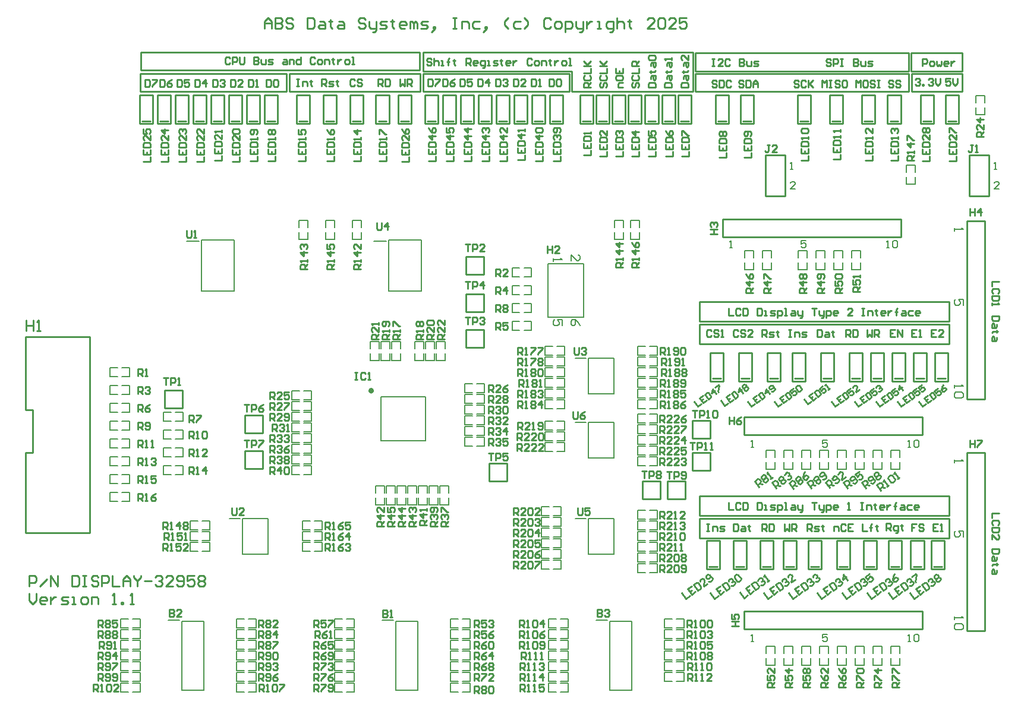
<source format=gto>
G04*
G04 #@! TF.GenerationSoftware,Altium Limited,Altium Designer,22.3.1 (43)*
G04*
G04 Layer_Color=65535*
%FSLAX25Y25*%
%MOIN*%
G70*
G04*
G04 #@! TF.SameCoordinates,60FF7B14-72D9-4FEE-8752-AF75FF6C3092*
G04*
G04*
G04 #@! TF.FilePolarity,Positive*
G04*
G01*
G75*
%ADD10C,0.01575*%
%ADD11C,0.01000*%
%ADD12C,0.00500*%
%ADD13C,0.00787*%
%ADD14C,0.00800*%
D10*
X201776Y179748D02*
G03*
X201776Y179748I-787J0D01*
G01*
D11*
X504000Y347600D02*
X532500D01*
X504000Y357600D02*
X532500D01*
Y347600D02*
Y357600D01*
X504000Y347600D02*
Y357600D01*
X382850Y347500D02*
X502350D01*
X382850Y357500D02*
X502350D01*
Y347500D02*
Y357500D01*
X382850Y347500D02*
Y357500D01*
X385000Y109500D02*
X525000D01*
X385000Y120500D02*
X525000D01*
Y109500D02*
Y120500D01*
X385000Y109500D02*
Y120500D01*
X230200Y347800D02*
X312200D01*
X230200Y357800D02*
X312200D01*
Y347800D02*
Y357800D01*
X230200Y347800D02*
Y357800D01*
X382850Y358950D02*
X502350D01*
X382850Y369450D02*
X502350D01*
Y358950D02*
Y369450D01*
X382850Y358950D02*
Y369450D01*
X71500Y347800D02*
X153500D01*
X71500Y357800D02*
X153500D01*
Y347800D02*
Y357800D01*
X71500Y347800D02*
Y357800D01*
X385000Y218500D02*
X525000D01*
X385000Y229500D02*
X525000D01*
Y218500D02*
Y229500D01*
X385000Y218500D02*
Y229500D01*
X503950Y358950D02*
X532450D01*
X503950Y369450D02*
X532450D01*
Y358950D02*
Y369450D01*
X503950Y358950D02*
Y369450D01*
X155000Y347800D02*
X228500D01*
X155000Y357800D02*
X228500D01*
Y347800D02*
Y357800D01*
X155000Y347800D02*
Y357800D01*
X385000Y97000D02*
X525000D01*
X385000Y108000D02*
X525000D01*
Y97000D02*
Y108000D01*
X385000Y97000D02*
Y108000D01*
X71750Y359500D02*
X228250D01*
X71750Y369500D02*
X228250D01*
Y359500D02*
Y369500D01*
X71750Y359500D02*
Y369500D01*
X385000Y206000D02*
X525000D01*
X385000Y217000D02*
X525000D01*
Y206000D02*
Y217000D01*
X385000Y206000D02*
Y217000D01*
X160500Y331000D02*
X165000D01*
X159000Y329500D02*
X166500D01*
Y345500D01*
X159000D02*
X166500D01*
X159000Y329500D02*
Y345500D01*
X175500Y331000D02*
X180000D01*
X174000Y329500D02*
X181500D01*
Y345500D01*
X174000D02*
X181500D01*
X174000Y329500D02*
Y345500D01*
X190500Y331000D02*
X195000D01*
X189000Y329500D02*
X196500D01*
Y345500D01*
X189000D02*
X196500D01*
X189000Y329500D02*
Y345500D01*
X217500Y331000D02*
X222000D01*
X216000Y329500D02*
X223500D01*
Y345500D01*
X216000D02*
X223500D01*
X216000Y329500D02*
Y345500D01*
X205000Y331000D02*
X209500D01*
X203500Y329500D02*
X211000D01*
Y345500D01*
X203500D02*
X211000D01*
X203500Y329500D02*
Y345500D01*
X518500Y186500D02*
X523000D01*
X517000Y185000D02*
X524500D01*
Y201000D01*
X517000D02*
X524500D01*
X517000Y185000D02*
Y201000D01*
X535000Y94000D02*
Y145000D01*
X545000D01*
Y45000D02*
Y145000D01*
X535000Y45000D02*
X545000D01*
X535000D02*
Y95000D01*
X313500Y347500D02*
Y359000D01*
X230000D02*
X313500D01*
X230000D02*
Y369500D01*
X381500D01*
Y347500D02*
Y369500D01*
X313500Y347500D02*
X381500D01*
X410000Y155000D02*
X461000D01*
X410000D02*
Y165000D01*
X510000D01*
Y155000D02*
Y165000D01*
X460000Y155000D02*
X510000D01*
X410000Y46000D02*
X461000D01*
X410000D02*
Y56000D01*
X510000D01*
Y46000D02*
Y56000D01*
X460000Y46000D02*
X510000D01*
X535000Y224000D02*
Y275000D01*
X545000D01*
Y175000D02*
Y275000D01*
X535000Y175000D02*
X545000D01*
X535000D02*
Y225000D01*
X398000Y266000D02*
X449000D01*
X398000D02*
Y276000D01*
X498000D01*
Y266000D02*
Y276000D01*
X448000Y266000D02*
X498000D01*
X318000Y329500D02*
Y345500D01*
X325500D01*
Y329500D02*
Y345500D01*
X318000Y329500D02*
X325500D01*
X319500Y331000D02*
X324000D01*
X327000Y329500D02*
Y345500D01*
X334500D01*
Y329500D02*
Y345500D01*
X327000Y329500D02*
X334500D01*
X328500Y331000D02*
X333000D01*
X336000Y329500D02*
Y345500D01*
X343500D01*
Y329500D02*
Y345500D01*
X336000Y329500D02*
X343500D01*
X337500Y331000D02*
X342000D01*
X345000Y329500D02*
Y345500D01*
X352500D01*
Y329500D02*
Y345500D01*
X345000Y329500D02*
X352500D01*
X346500Y331000D02*
X351000D01*
X354500Y329500D02*
Y345500D01*
X362000D01*
Y329500D02*
Y345500D01*
X354500Y329500D02*
X362000D01*
X356000Y331000D02*
X360500D01*
X364000Y329500D02*
Y345500D01*
X371500D01*
Y329500D02*
Y345500D01*
X364000Y329500D02*
X371500D01*
X365500Y331000D02*
X370000D01*
X373000Y329500D02*
Y345500D01*
X380500D01*
Y329500D02*
Y345500D01*
X373000Y329500D02*
X380500D01*
X374500Y331000D02*
X379000D01*
X394000Y329500D02*
Y345500D01*
X401500D01*
Y329500D02*
Y345500D01*
X394000Y329500D02*
X401500D01*
X395500Y331000D02*
X400000D01*
X408000Y329500D02*
Y345500D01*
X415500D01*
Y329500D02*
Y345500D01*
X408000Y329500D02*
X415500D01*
X409500Y331000D02*
X414000D01*
X440000Y329500D02*
Y345500D01*
X447500D01*
Y329500D02*
Y345500D01*
X440000Y329500D02*
X447500D01*
X441500Y331000D02*
X446000D01*
X458000Y329500D02*
Y345500D01*
X465500D01*
Y329500D02*
Y345500D01*
X458000Y329500D02*
X465500D01*
X459500Y331000D02*
X464000D01*
X476000Y329500D02*
Y345500D01*
X483500D01*
Y329500D02*
Y345500D01*
X476000Y329500D02*
X483500D01*
X477500Y331000D02*
X482000D01*
X490500Y329500D02*
Y345500D01*
X498000D01*
Y329500D02*
Y345500D01*
X490500Y329500D02*
X498000D01*
X492000Y331000D02*
X496500D01*
X141000Y329500D02*
Y345500D01*
X148500D01*
Y329500D02*
Y345500D01*
X141000Y329500D02*
X148500D01*
X142500Y331000D02*
X147000D01*
X131000Y329500D02*
Y345500D01*
X138500D01*
Y329500D02*
Y345500D01*
X131000Y329500D02*
X138500D01*
X132500Y331000D02*
X137000D01*
X121000Y329500D02*
Y345500D01*
X128500D01*
Y329500D02*
Y345500D01*
X121000Y329500D02*
X128500D01*
X122500Y331000D02*
X127000D01*
X111000Y329500D02*
Y345500D01*
X118500D01*
Y329500D02*
Y345500D01*
X111000Y329500D02*
X118500D01*
X112500Y331000D02*
X117000D01*
X101000Y329500D02*
Y345500D01*
X108500D01*
Y329500D02*
Y345500D01*
X101000Y329500D02*
X108500D01*
X102500Y331000D02*
X107000D01*
X91000Y329500D02*
Y345500D01*
X98500D01*
Y329500D02*
Y345500D01*
X91000Y329500D02*
X98500D01*
X92500Y331000D02*
X97000D01*
X81000Y329500D02*
Y345500D01*
X88500D01*
Y329500D02*
Y345500D01*
X81000Y329500D02*
X88500D01*
X82500Y331000D02*
X87000D01*
X71000Y329500D02*
Y345500D01*
X78500D01*
Y329500D02*
Y345500D01*
X71000Y329500D02*
X78500D01*
X72500Y331000D02*
X77000D01*
X523000Y329500D02*
Y345500D01*
X530500D01*
Y329500D02*
Y345500D01*
X523000Y329500D02*
X530500D01*
X524500Y331000D02*
X529000D01*
X509000Y329500D02*
Y345500D01*
X516500D01*
Y329500D02*
Y345500D01*
X509000Y329500D02*
X516500D01*
X510500Y331000D02*
X515000D01*
X389000Y79500D02*
Y95500D01*
X396500D01*
Y79500D02*
Y95500D01*
X389000Y79500D02*
X396500D01*
X390500Y81000D02*
X395000D01*
X404000Y79500D02*
Y95500D01*
X411500D01*
Y79500D02*
Y95500D01*
X404000Y79500D02*
X411500D01*
X405500Y81000D02*
X410000D01*
X419000Y79500D02*
Y95500D01*
X426500D01*
Y79500D02*
Y95500D01*
X419000Y79500D02*
X426500D01*
X420500Y81000D02*
X425000D01*
X432000Y79500D02*
Y95500D01*
X439500D01*
Y79500D02*
Y95500D01*
X432000Y79500D02*
X439500D01*
X433500Y81000D02*
X438000D01*
X446000Y79500D02*
Y95500D01*
X453500D01*
Y79500D02*
Y95500D01*
X446000Y79500D02*
X453500D01*
X447500Y81000D02*
X452000D01*
X462000Y79500D02*
Y95500D01*
X469500D01*
Y79500D02*
Y95500D01*
X462000Y79500D02*
X469500D01*
X463500Y81000D02*
X468000D01*
X477000Y79500D02*
Y95500D01*
X484500D01*
Y79500D02*
Y95500D01*
X477000Y79500D02*
X484500D01*
X478500Y81000D02*
X483000D01*
X491000Y79500D02*
Y95500D01*
X498500D01*
Y79500D02*
Y95500D01*
X491000Y79500D02*
X498500D01*
X492500Y81000D02*
X497000D01*
X503500Y79500D02*
Y95500D01*
X511000D01*
Y79500D02*
Y95500D01*
X503500Y79500D02*
X511000D01*
X505000Y81000D02*
X509500D01*
X515000Y79500D02*
Y95500D01*
X522500D01*
Y79500D02*
Y95500D01*
X515000Y79500D02*
X522500D01*
X516500Y81000D02*
X521000D01*
X301000Y329500D02*
Y345500D01*
X308500D01*
Y329500D02*
Y345500D01*
X301000Y329500D02*
X308500D01*
X302500Y331000D02*
X307000D01*
X291000Y329500D02*
Y345500D01*
X298500D01*
Y329500D02*
Y345500D01*
X291000Y329500D02*
X298500D01*
X292500Y331000D02*
X297000D01*
X281000Y329500D02*
Y345500D01*
X288500D01*
Y329500D02*
Y345500D01*
X281000Y329500D02*
X288500D01*
X282500Y331000D02*
X287000D01*
X271000Y329500D02*
Y345500D01*
X278500D01*
Y329500D02*
Y345500D01*
X271000Y329500D02*
X278500D01*
X272500Y331000D02*
X277000D01*
X261000Y329500D02*
Y345500D01*
X268500D01*
Y329500D02*
Y345500D01*
X261000Y329500D02*
X268500D01*
X262500Y331000D02*
X267000D01*
X251000Y329500D02*
Y345500D01*
X258500D01*
Y329500D02*
Y345500D01*
X251000Y329500D02*
X258500D01*
X252500Y331000D02*
X257000D01*
X241000Y329500D02*
Y345500D01*
X248500D01*
Y329500D02*
Y345500D01*
X241000Y329500D02*
X248500D01*
X242500Y331000D02*
X247000D01*
X231000Y329500D02*
Y345500D01*
X238500D01*
Y329500D02*
Y345500D01*
X231000Y329500D02*
X238500D01*
X232500Y331000D02*
X237000D01*
X391000Y185000D02*
Y201000D01*
X398500D01*
Y185000D02*
Y201000D01*
X391000Y185000D02*
X398500D01*
X392500Y186500D02*
X397000D01*
X407000Y185000D02*
Y201000D01*
X414500D01*
Y185000D02*
Y201000D01*
X407000Y185000D02*
X414500D01*
X408500Y186500D02*
X413000D01*
X423000Y185000D02*
Y201000D01*
X430500D01*
Y185000D02*
Y201000D01*
X423000Y185000D02*
X430500D01*
X424500Y186500D02*
X429000D01*
X437000Y185000D02*
Y201000D01*
X444500D01*
Y185000D02*
Y201000D01*
X437000Y185000D02*
X444500D01*
X438500Y186500D02*
X443000D01*
X453000Y185000D02*
Y201000D01*
X460500D01*
Y185000D02*
Y201000D01*
X453000Y185000D02*
X460500D01*
X454500Y186500D02*
X459000D01*
X469000Y185000D02*
Y201000D01*
X476500D01*
Y185000D02*
Y201000D01*
X469000Y185000D02*
X476500D01*
X470500Y186500D02*
X475000D01*
X481000Y185000D02*
Y201000D01*
X488500D01*
Y185000D02*
Y201000D01*
X481000Y185000D02*
X488500D01*
X482500Y186500D02*
X487000D01*
X493000Y185000D02*
Y201000D01*
X500500D01*
Y185000D02*
Y201000D01*
X493000Y185000D02*
X500500D01*
X494500Y186500D02*
X499000D01*
X505000Y185000D02*
Y201000D01*
X512500D01*
Y185000D02*
Y201000D01*
X505000Y185000D02*
X512500D01*
X506500Y186500D02*
X511000D01*
X11000Y165000D02*
Y169000D01*
X7000D02*
X11000D01*
X7000Y210000D02*
X43000D01*
Y100000D02*
Y210000D01*
X7000Y100000D02*
X43000D01*
X7000D02*
Y145000D01*
Y169000D02*
Y210000D01*
Y145000D02*
X11000D01*
Y165000D01*
X536500Y289000D02*
Y312000D01*
Y289000D02*
X547500D01*
Y312000D01*
X536500D02*
X547500D01*
X422000Y289000D02*
Y312000D01*
Y289000D02*
X433000D01*
Y312000D01*
X422000D02*
X433000D01*
X95000Y170000D02*
Y180000D01*
X85000Y170000D02*
X95000D01*
X85000D02*
Y180000D01*
X95000D01*
X93000Y170000D02*
X95000D01*
X264000Y245000D02*
Y255000D01*
X254000Y245000D02*
X264000D01*
X254000D02*
Y255000D01*
X264000D01*
X262000Y245000D02*
X264000D01*
Y204000D02*
Y214000D01*
X254000Y204000D02*
X264000D01*
X254000D02*
Y214000D01*
X264000D01*
X262000Y204000D02*
X264000D01*
Y224000D02*
Y234000D01*
X254000Y224000D02*
X264000D01*
X254000D02*
Y234000D01*
X264000D01*
X262000Y224000D02*
X264000D01*
X277000Y129000D02*
Y139000D01*
X267000Y129000D02*
X277000D01*
X267000D02*
Y139000D01*
X277000D01*
X275000Y129000D02*
X277000D01*
X140000Y156000D02*
Y166000D01*
X130000Y156000D02*
X140000D01*
X130000D02*
Y166000D01*
X140000D01*
X138000Y156000D02*
X140000D01*
Y136000D02*
Y146000D01*
X130000Y136000D02*
X140000D01*
X130000D02*
Y146000D01*
X140000D01*
X138000Y136000D02*
X140000D01*
X363000Y119000D02*
Y129000D01*
X353000Y119000D02*
X363000D01*
X353000D02*
Y129000D01*
X363000D01*
X361000Y119000D02*
X363000D01*
X377000D02*
Y129000D01*
X367000Y119000D02*
X377000D01*
X367000D02*
Y129000D01*
X377000D01*
X375000Y119000D02*
X377000D01*
X391000Y153000D02*
Y163000D01*
X381000Y153000D02*
X391000D01*
X381000D02*
Y163000D01*
X391000D01*
X389000Y153000D02*
X391000D01*
Y135000D02*
Y145000D01*
X381000Y135000D02*
X391000D01*
X381000D02*
Y145000D01*
X391000D01*
X389000Y135000D02*
X391000D01*
X284335Y11001D02*
Y14999D01*
X286335D01*
X287001Y14333D01*
Y13000D01*
X286335Y12333D01*
X284335D01*
X285668D02*
X287001Y11001D01*
X288334D02*
X289667D01*
X289001D01*
Y14999D01*
X288334Y14333D01*
X291667Y11001D02*
X292999D01*
X292333D01*
Y14999D01*
X291667Y14333D01*
X297664Y14999D02*
X294999D01*
Y13000D01*
X296332Y13667D01*
X296998D01*
X297664Y13000D01*
Y11667D01*
X296998Y11001D01*
X295665D01*
X294999Y11667D01*
X9000Y65998D02*
Y61999D01*
X10999Y60000D01*
X12999Y61999D01*
Y65998D01*
X17997Y60000D02*
X15998D01*
X14998Y61000D01*
Y62999D01*
X15998Y63999D01*
X17997D01*
X18997Y62999D01*
Y61999D01*
X14998D01*
X20996Y63999D02*
Y60000D01*
Y61999D01*
X21996Y62999D01*
X22996Y63999D01*
X23995D01*
X26994Y60000D02*
X29993D01*
X30993Y61000D01*
X29993Y61999D01*
X27994D01*
X26994Y62999D01*
X27994Y63999D01*
X30993D01*
X32992Y60000D02*
X34992D01*
X33992D01*
Y63999D01*
X32992D01*
X38990Y60000D02*
X40990D01*
X41989Y61000D01*
Y62999D01*
X40990Y63999D01*
X38990D01*
X37991Y62999D01*
Y61000D01*
X38990Y60000D01*
X43989D02*
Y63999D01*
X46988D01*
X47987Y62999D01*
Y60000D01*
X55985D02*
X57984D01*
X56985D01*
Y65998D01*
X55985Y64998D01*
X60983Y60000D02*
Y61000D01*
X61983D01*
Y60000D01*
X60983D01*
X65982D02*
X67981D01*
X66981D01*
Y65998D01*
X65982Y64998D01*
X9000Y70000D02*
Y75998D01*
X11999D01*
X12999Y74998D01*
Y72999D01*
X11999Y71999D01*
X9000D01*
X14998Y70000D02*
X18997Y73999D01*
X20996Y70000D02*
Y75998D01*
X24995Y70000D01*
Y75998D01*
X32992D02*
Y70000D01*
X35991D01*
X36991Y71000D01*
Y74998D01*
X35991Y75998D01*
X32992D01*
X38990D02*
X40990D01*
X39990D01*
Y70000D01*
X38990D01*
X40990D01*
X47987Y74998D02*
X46988Y75998D01*
X44988D01*
X43989Y74998D01*
Y73999D01*
X44988Y72999D01*
X46988D01*
X47987Y71999D01*
Y71000D01*
X46988Y70000D01*
X44988D01*
X43989Y71000D01*
X49987Y70000D02*
Y75998D01*
X52986D01*
X53986Y74998D01*
Y72999D01*
X52986Y71999D01*
X49987D01*
X55985Y75998D02*
Y70000D01*
X59983D01*
X61983D02*
Y73999D01*
X63982Y75998D01*
X65982Y73999D01*
Y70000D01*
Y72999D01*
X61983D01*
X67981Y75998D02*
Y74998D01*
X69980Y72999D01*
X71980Y74998D01*
Y75998D01*
X69980Y72999D02*
Y70000D01*
X73979Y72999D02*
X77978D01*
X79977Y74998D02*
X80977Y75998D01*
X82976D01*
X83976Y74998D01*
Y73999D01*
X82976Y72999D01*
X81976D01*
X82976D01*
X83976Y71999D01*
Y71000D01*
X82976Y70000D01*
X80977D01*
X79977Y71000D01*
X89974Y70000D02*
X85975D01*
X89974Y73999D01*
Y74998D01*
X88974Y75998D01*
X86975D01*
X85975Y74998D01*
X91973Y71000D02*
X92973Y70000D01*
X94972D01*
X95972Y71000D01*
Y74998D01*
X94972Y75998D01*
X92973D01*
X91973Y74998D01*
Y73999D01*
X92973Y72999D01*
X95972D01*
X101970Y75998D02*
X97971D01*
Y72999D01*
X99971Y73999D01*
X100970D01*
X101970Y72999D01*
Y71000D01*
X100970Y70000D01*
X98971D01*
X97971Y71000D01*
X103969Y74998D02*
X104969Y75998D01*
X106968D01*
X107968Y74998D01*
Y73999D01*
X106968Y72999D01*
X107968Y71999D01*
Y71000D01*
X106968Y70000D01*
X104969D01*
X103969Y71000D01*
Y71999D01*
X104969Y72999D01*
X103969Y73999D01*
Y74998D01*
X104969Y72999D02*
X106968D01*
X518666Y104999D02*
X516000D01*
Y101000D01*
X518666D01*
X516000Y102999D02*
X517333D01*
X519999Y101000D02*
X521332D01*
X520665D01*
Y104999D01*
X519999Y104332D01*
X389000Y104999D02*
X390333D01*
X389666D01*
Y101000D01*
X389000D01*
X390333D01*
X392332D02*
Y103666D01*
X394332D01*
X394998Y102999D01*
Y101000D01*
X396331D02*
X398330D01*
X398997Y101666D01*
X398330Y102333D01*
X396997D01*
X396331Y102999D01*
X396997Y103666D01*
X398997D01*
X401400Y117032D02*
Y113033D01*
X404066D01*
X408065Y116365D02*
X407398Y117032D01*
X406065D01*
X405399Y116365D01*
Y113699D01*
X406065Y113033D01*
X407398D01*
X408065Y113699D01*
X409397Y117032D02*
Y113033D01*
X411397D01*
X412063Y113699D01*
Y116365D01*
X411397Y117032D01*
X409397D01*
X417395D02*
Y113033D01*
X419394D01*
X420061Y113699D01*
Y116365D01*
X419394Y117032D01*
X417395D01*
X421393Y113033D02*
X422726D01*
X422060D01*
Y115699D01*
X421393D01*
X424726Y113033D02*
X426725D01*
X427392Y113699D01*
X426725Y114366D01*
X425392D01*
X424726Y115032D01*
X425392Y115699D01*
X427392D01*
X428724Y111700D02*
Y115699D01*
X430724D01*
X431390Y115032D01*
Y113699D01*
X430724Y113033D01*
X428724D01*
X432723D02*
X434056D01*
X433390D01*
Y117032D01*
X432723D01*
X436722Y115699D02*
X438055D01*
X438721Y115032D01*
Y113033D01*
X436722D01*
X436056Y113699D01*
X436722Y114366D01*
X438721D01*
X440054Y115699D02*
Y113699D01*
X440721Y113033D01*
X442720D01*
Y112366D01*
X442054Y111700D01*
X441387D01*
X442720Y113033D02*
Y115699D01*
X448052Y117032D02*
X450717D01*
X449384D01*
Y113033D01*
X452050Y115699D02*
Y113699D01*
X452717Y113033D01*
X454716D01*
Y112366D01*
X454050Y111700D01*
X453383D01*
X454716Y113033D02*
Y115699D01*
X456049Y111700D02*
Y115699D01*
X458048D01*
X458715Y115032D01*
Y113699D01*
X458048Y113033D01*
X456049D01*
X462047D02*
X460714D01*
X460048Y113699D01*
Y115032D01*
X460714Y115699D01*
X462047D01*
X462714Y115032D01*
Y114366D01*
X460048D01*
X468045Y113033D02*
X469378D01*
X468712D01*
Y117032D01*
X468045Y116365D01*
X475376Y117032D02*
X476709D01*
X476043D01*
Y113033D01*
X475376D01*
X476709D01*
X478708D02*
Y115699D01*
X480708D01*
X481374Y115032D01*
Y113033D01*
X483374Y116365D02*
Y115699D01*
X482707D01*
X484040D01*
X483374D01*
Y113699D01*
X484040Y113033D01*
X488039D02*
X486706D01*
X486039Y113699D01*
Y115032D01*
X486706Y115699D01*
X488039D01*
X488705Y115032D01*
Y114366D01*
X486039D01*
X490038Y115699D02*
Y113033D01*
Y114366D01*
X490704Y115032D01*
X491371Y115699D01*
X492037D01*
X494703Y113033D02*
Y116365D01*
Y115032D01*
X494037D01*
X495370D01*
X494703D01*
Y116365D01*
X495370Y117032D01*
X498035Y115699D02*
X499368D01*
X500035Y115032D01*
Y113033D01*
X498035D01*
X497369Y113699D01*
X498035Y114366D01*
X500035D01*
X504034Y115699D02*
X502034D01*
X501368Y115032D01*
Y113699D01*
X502034Y113033D01*
X504034D01*
X507366D02*
X506033D01*
X505367Y113699D01*
Y115032D01*
X506033Y115699D01*
X507366D01*
X508032Y115032D01*
Y114366D01*
X505367D01*
X404000Y104999D02*
Y101000D01*
X405999D01*
X406666Y101666D01*
Y104332D01*
X405999Y104999D01*
X404000D01*
X408665Y103666D02*
X409998D01*
X410665Y102999D01*
Y101000D01*
X408665D01*
X407999Y101666D01*
X408665Y102333D01*
X410665D01*
X412664Y104332D02*
Y103666D01*
X411997D01*
X413330D01*
X412664D01*
Y101666D01*
X413330Y101000D01*
X420000D02*
Y104999D01*
X421999D01*
X422666Y104332D01*
Y102999D01*
X421999Y102333D01*
X420000D01*
X421333D02*
X422666Y101000D01*
X423999Y104999D02*
Y101000D01*
X425998D01*
X426664Y101666D01*
Y104332D01*
X425998Y104999D01*
X423999D01*
X460400Y101000D02*
Y103666D01*
X462399D01*
X463066Y102999D01*
Y101000D01*
X467065Y104332D02*
X466398Y104999D01*
X465065D01*
X464399Y104332D01*
Y101666D01*
X465065Y101000D01*
X466398D01*
X467065Y101666D01*
X471063Y104999D02*
X468397D01*
Y101000D01*
X471063D01*
X468397Y102999D02*
X469730D01*
X476400Y104999D02*
Y101000D01*
X479066D01*
X481065D02*
Y104332D01*
Y102999D01*
X480399D01*
X481732D01*
X481065D01*
Y104332D01*
X481732Y104999D01*
X484397Y104332D02*
Y103666D01*
X483731D01*
X485064D01*
X484397D01*
Y101666D01*
X485064Y101000D01*
X432900Y104999D02*
Y101000D01*
X434233Y102333D01*
X435566Y101000D01*
Y104999D01*
X436899Y101000D02*
Y104999D01*
X438898D01*
X439565Y104332D01*
Y102999D01*
X438898Y102333D01*
X436899D01*
X438232D02*
X439565Y101000D01*
X489700Y101333D02*
Y105332D01*
X491699D01*
X492366Y104665D01*
Y103332D01*
X491699Y102666D01*
X489700D01*
X491033D02*
X492366Y101333D01*
X495032Y100000D02*
X495698D01*
X496364Y100666D01*
Y103999D01*
X494365D01*
X493699Y103332D01*
Y101999D01*
X494365Y101333D01*
X496364D01*
X498364Y104665D02*
Y103999D01*
X497697D01*
X499030D01*
X498364D01*
Y101999D01*
X499030Y101333D01*
X506666Y104999D02*
X504000D01*
Y102999D01*
X505333D01*
X504000D01*
Y101000D01*
X510665Y104332D02*
X509998Y104999D01*
X508665D01*
X507999Y104332D01*
Y103666D01*
X508665Y102999D01*
X509998D01*
X510665Y102333D01*
Y101666D01*
X509998Y101000D01*
X508665D01*
X507999Y101666D01*
X445400Y101000D02*
Y104999D01*
X447399D01*
X448066Y104332D01*
Y102999D01*
X447399Y102333D01*
X445400D01*
X446733D02*
X448066Y101000D01*
X449399D02*
X451398D01*
X452065Y101666D01*
X451398Y102333D01*
X450065D01*
X449399Y102999D01*
X450065Y103666D01*
X452065D01*
X454064Y104332D02*
Y103666D01*
X453397D01*
X454730D01*
X454064D01*
Y101666D01*
X454730Y101000D01*
X506666Y213999D02*
X504000D01*
Y210000D01*
X506666D01*
X504000Y211999D02*
X505333D01*
X507999Y210000D02*
X509332D01*
X508665D01*
Y213999D01*
X507999Y213332D01*
X517666Y213999D02*
X515000D01*
Y210000D01*
X517666D01*
X515000Y211999D02*
X516333D01*
X521664Y210000D02*
X518999D01*
X521664Y212666D01*
Y213332D01*
X520998Y213999D01*
X519665D01*
X518999Y213332D01*
X494666Y213999D02*
X492000D01*
Y210000D01*
X494666D01*
X492000Y211999D02*
X493333D01*
X495999Y210000D02*
Y213999D01*
X498665Y210000D01*
Y213999D01*
X479000D02*
Y210000D01*
X480333Y211333D01*
X481666Y210000D01*
Y213999D01*
X482999Y210000D02*
Y213999D01*
X484998D01*
X485665Y213332D01*
Y211999D01*
X484998Y211333D01*
X482999D01*
X484332D02*
X485665Y210000D01*
X435000Y213999D02*
X436333D01*
X435666D01*
Y210000D01*
X435000D01*
X436333D01*
X438332D02*
Y212666D01*
X440332D01*
X440998Y211999D01*
Y210000D01*
X442331D02*
X444330D01*
X444997Y210666D01*
X444330Y211333D01*
X442997D01*
X442331Y211999D01*
X442997Y212666D01*
X444997D01*
X467000Y210000D02*
Y213999D01*
X468999D01*
X469666Y213332D01*
Y211999D01*
X468999Y211333D01*
X467000D01*
X468333D02*
X469666Y210000D01*
X470999Y213999D02*
Y210000D01*
X472998D01*
X473665Y210666D01*
Y213332D01*
X472998Y213999D01*
X470999D01*
X451000D02*
Y210000D01*
X452999D01*
X453666Y210666D01*
Y213332D01*
X452999Y213999D01*
X451000D01*
X455665Y212666D02*
X456998D01*
X457664Y211999D01*
Y210000D01*
X455665D01*
X454999Y210666D01*
X455665Y211333D01*
X457664D01*
X459664Y213332D02*
Y212666D01*
X458997D01*
X460330D01*
X459664D01*
Y210666D01*
X460330Y210000D01*
X420000D02*
Y213999D01*
X421999D01*
X422666Y213332D01*
Y211999D01*
X421999Y211333D01*
X420000D01*
X421333D02*
X422666Y210000D01*
X423999D02*
X425998D01*
X426664Y210666D01*
X425998Y211333D01*
X424665D01*
X423999Y211999D01*
X424665Y212666D01*
X426664D01*
X428664Y213332D02*
Y212666D01*
X427997D01*
X429330D01*
X428664D01*
Y210666D01*
X429330Y210000D01*
X406666Y213332D02*
X405999Y213999D01*
X404666D01*
X404000Y213332D01*
Y210666D01*
X404666Y210000D01*
X405999D01*
X406666Y210666D01*
X410665Y213332D02*
X409998Y213999D01*
X408665D01*
X407999Y213332D01*
Y212666D01*
X408665Y211999D01*
X409998D01*
X410665Y211333D01*
Y210666D01*
X409998Y210000D01*
X408665D01*
X407999Y210666D01*
X414663Y210000D02*
X411997D01*
X414663Y212666D01*
Y213332D01*
X413997Y213999D01*
X412664D01*
X411997Y213332D01*
X401400Y226032D02*
Y222033D01*
X404066D01*
X408065Y225365D02*
X407398Y226032D01*
X406065D01*
X405399Y225365D01*
Y222699D01*
X406065Y222033D01*
X407398D01*
X408065Y222699D01*
X409397Y226032D02*
Y222033D01*
X411397D01*
X412063Y222699D01*
Y225365D01*
X411397Y226032D01*
X409397D01*
X417395D02*
Y222033D01*
X419394D01*
X420061Y222699D01*
Y225365D01*
X419394Y226032D01*
X417395D01*
X421393Y222033D02*
X422726D01*
X422060D01*
Y224699D01*
X421393D01*
X424726Y222033D02*
X426725D01*
X427392Y222699D01*
X426725Y223366D01*
X425392D01*
X424726Y224032D01*
X425392Y224699D01*
X427392D01*
X428724Y220700D02*
Y224699D01*
X430724D01*
X431390Y224032D01*
Y222699D01*
X430724Y222033D01*
X428724D01*
X432723D02*
X434056D01*
X433390D01*
Y226032D01*
X432723D01*
X436722Y224699D02*
X438055D01*
X438721Y224032D01*
Y222033D01*
X436722D01*
X436056Y222699D01*
X436722Y223366D01*
X438721D01*
X440054Y224699D02*
Y222699D01*
X440721Y222033D01*
X442720D01*
Y221366D01*
X442054Y220700D01*
X441387D01*
X442720Y222033D02*
Y224699D01*
X448052Y226032D02*
X450717D01*
X449384D01*
Y222033D01*
X452050Y224699D02*
Y222699D01*
X452717Y222033D01*
X454716D01*
Y221366D01*
X454050Y220700D01*
X453383D01*
X454716Y222033D02*
Y224699D01*
X456049Y220700D02*
Y224699D01*
X458048D01*
X458715Y224032D01*
Y222699D01*
X458048Y222033D01*
X456049D01*
X462047D02*
X460714D01*
X460048Y222699D01*
Y224032D01*
X460714Y224699D01*
X462047D01*
X462714Y224032D01*
Y223366D01*
X460048D01*
X470711Y222033D02*
X468045D01*
X470711Y224699D01*
Y225365D01*
X470045Y226032D01*
X468712D01*
X468045Y225365D01*
X476043Y226032D02*
X477376D01*
X476709D01*
Y222033D01*
X476043D01*
X477376D01*
X479375D02*
Y224699D01*
X481374D01*
X482041Y224032D01*
Y222033D01*
X484040Y225365D02*
Y224699D01*
X483374D01*
X484706D01*
X484040D01*
Y222699D01*
X484706Y222033D01*
X488705D02*
X487372D01*
X486706Y222699D01*
Y224032D01*
X487372Y224699D01*
X488705D01*
X489372Y224032D01*
Y223366D01*
X486706D01*
X490704Y224699D02*
Y222033D01*
Y223366D01*
X491371Y224032D01*
X492037Y224699D01*
X492704D01*
X495370Y222033D02*
Y225365D01*
Y224032D01*
X494703D01*
X496036D01*
X495370D01*
Y225365D01*
X496036Y226032D01*
X498702Y224699D02*
X500035D01*
X500701Y224032D01*
Y222033D01*
X498702D01*
X498035Y222699D01*
X498702Y223366D01*
X500701D01*
X504700Y224699D02*
X502701D01*
X502034Y224032D01*
Y222699D01*
X502701Y222033D01*
X504700D01*
X508032D02*
X506699D01*
X506033Y222699D01*
Y224032D01*
X506699Y224699D01*
X508032D01*
X508699Y224032D01*
Y223366D01*
X506033D01*
X510000Y362000D02*
Y365999D01*
X511999D01*
X512666Y365332D01*
Y363999D01*
X511999Y363333D01*
X510000D01*
X514665Y362000D02*
X515998D01*
X516665Y362666D01*
Y363999D01*
X515998Y364666D01*
X514665D01*
X513999Y363999D01*
Y362666D01*
X514665Y362000D01*
X517997Y364666D02*
Y362666D01*
X518664Y362000D01*
X519330Y362666D01*
X519997Y362000D01*
X520663Y362666D01*
Y364666D01*
X523995Y362000D02*
X522663D01*
X521996Y362666D01*
Y363999D01*
X522663Y364666D01*
X523995D01*
X524662Y363999D01*
Y363333D01*
X521996D01*
X525995Y364666D02*
Y362000D01*
Y363333D01*
X526661Y363999D01*
X527328Y364666D01*
X527994D01*
X506000Y354332D02*
X506666Y354999D01*
X507999D01*
X508666Y354332D01*
Y353666D01*
X507999Y352999D01*
X507333D01*
X507999D01*
X508666Y352333D01*
Y351666D01*
X507999Y351000D01*
X506666D01*
X506000Y351666D01*
X509999Y351000D02*
Y351666D01*
X510665D01*
Y351000D01*
X509999D01*
X513331Y354332D02*
X513997Y354999D01*
X515330D01*
X515997Y354332D01*
Y353666D01*
X515330Y352999D01*
X514664D01*
X515330D01*
X515997Y352333D01*
Y351666D01*
X515330Y351000D01*
X513997D01*
X513331Y351666D01*
X517330Y354999D02*
Y352333D01*
X518663Y351000D01*
X519995Y352333D01*
Y354999D01*
X552999Y111000D02*
X549000D01*
Y108334D01*
X552332Y104335D02*
X552999Y105002D01*
Y106335D01*
X552332Y107001D01*
X549666D01*
X549000Y106335D01*
Y105002D01*
X549666Y104335D01*
X552999Y103003D02*
X549000D01*
Y101003D01*
X549666Y100337D01*
X552332D01*
X552999Y101003D01*
Y103003D01*
X549000Y96338D02*
Y99004D01*
X551666Y96338D01*
X552332D01*
X552999Y97004D01*
Y98337D01*
X552332Y99004D01*
X552999Y91006D02*
X549000D01*
Y89007D01*
X549666Y88341D01*
X552332D01*
X552999Y89007D01*
Y91006D01*
X551666Y86341D02*
Y85008D01*
X550999Y84342D01*
X549000D01*
Y86341D01*
X549666Y87008D01*
X550333Y86341D01*
Y84342D01*
X552332Y82343D02*
X551666D01*
Y83009D01*
Y81676D01*
Y82343D01*
X549666D01*
X549000Y81676D01*
X551666Y79010D02*
Y77677D01*
X550999Y77011D01*
X549000D01*
Y79010D01*
X549666Y79677D01*
X550333Y79010D01*
Y77011D01*
X552999Y241000D02*
X549000D01*
Y238334D01*
X552332Y234335D02*
X552999Y235002D01*
Y236335D01*
X552332Y237001D01*
X549666D01*
X549000Y236335D01*
Y235002D01*
X549666Y234335D01*
X552999Y233003D02*
X549000D01*
Y231003D01*
X549666Y230337D01*
X552332D01*
X552999Y231003D01*
Y233003D01*
X549000Y229004D02*
Y227671D01*
Y228337D01*
X552999D01*
X552332Y229004D01*
X552999Y221673D02*
X549000D01*
Y219673D01*
X549666Y219007D01*
X552332D01*
X552999Y219673D01*
Y221673D01*
X551666Y217008D02*
Y215675D01*
X550999Y215008D01*
X549000D01*
Y217008D01*
X549666Y217674D01*
X550333Y217008D01*
Y215008D01*
X552332Y213009D02*
X551666D01*
Y213675D01*
Y212343D01*
Y213009D01*
X549666D01*
X549000Y212343D01*
X551666Y209677D02*
Y208344D01*
X550999Y207677D01*
X549000D01*
Y209677D01*
X549666Y210343D01*
X550333Y209677D01*
Y207677D01*
X391666Y213332D02*
X390999Y213999D01*
X389666D01*
X389000Y213332D01*
Y210666D01*
X389666Y210000D01*
X390999D01*
X391666Y210666D01*
X395665Y213332D02*
X394998Y213999D01*
X393665D01*
X392999Y213332D01*
Y212666D01*
X393665Y211999D01*
X394998D01*
X395665Y211333D01*
Y210666D01*
X394998Y210000D01*
X393665D01*
X392999Y210666D01*
X396997Y210000D02*
X398330D01*
X397664D01*
Y213999D01*
X396997Y213332D01*
X458666Y365332D02*
X457999Y365999D01*
X456666D01*
X456000Y365332D01*
Y364666D01*
X456666Y363999D01*
X457999D01*
X458666Y363333D01*
Y362666D01*
X457999Y362000D01*
X456666D01*
X456000Y362666D01*
X459999Y362000D02*
Y365999D01*
X461998D01*
X462665Y365332D01*
Y363999D01*
X461998Y363333D01*
X459999D01*
X463997Y365999D02*
X465330D01*
X464664D01*
Y362000D01*
X463997D01*
X465330D01*
X471328Y365999D02*
Y362000D01*
X473328D01*
X473994Y362666D01*
Y363333D01*
X473328Y363999D01*
X471328D01*
X473328D01*
X473994Y364666D01*
Y365332D01*
X473328Y365999D01*
X471328D01*
X475327Y364666D02*
Y362666D01*
X475993Y362000D01*
X477993D01*
Y364666D01*
X479326Y362000D02*
X481325D01*
X481992Y362666D01*
X481325Y363333D01*
X479992D01*
X479326Y363999D01*
X479992Y364666D01*
X481992D01*
X392000Y365999D02*
X393333D01*
X392666D01*
Y362000D01*
X392000D01*
X393333D01*
X397998D02*
X395332D01*
X397998Y364666D01*
Y365332D01*
X397332Y365999D01*
X395999D01*
X395332Y365332D01*
X401997D02*
X401330Y365999D01*
X399997D01*
X399331Y365332D01*
Y362666D01*
X399997Y362000D01*
X401330D01*
X401997Y362666D01*
X407328Y365999D02*
Y362000D01*
X409328D01*
X409994Y362666D01*
Y363333D01*
X409328Y363999D01*
X407328D01*
X409328D01*
X409994Y364666D01*
Y365332D01*
X409328Y365999D01*
X407328D01*
X411327Y364666D02*
Y362666D01*
X411994Y362000D01*
X413993D01*
Y364666D01*
X415326Y362000D02*
X417325D01*
X417992Y362666D01*
X417325Y363333D01*
X415992D01*
X415326Y363999D01*
X415992Y364666D01*
X417992D01*
X472667Y350000D02*
Y353999D01*
X474000Y352666D01*
X475333Y353999D01*
Y350000D01*
X478665Y353999D02*
X477332D01*
X476666Y353332D01*
Y350666D01*
X477332Y350000D01*
X478665D01*
X479331Y350666D01*
Y353332D01*
X478665Y353999D01*
X483330Y353332D02*
X482664Y353999D01*
X481331D01*
X480664Y353332D01*
Y352666D01*
X481331Y351999D01*
X482664D01*
X483330Y351333D01*
Y350666D01*
X482664Y350000D01*
X481331D01*
X480664Y350666D01*
X484663Y353999D02*
X485996D01*
X485329D01*
Y350000D01*
X484663D01*
X485996D01*
X493666Y353332D02*
X492999Y353999D01*
X491666D01*
X491000Y353332D01*
Y352666D01*
X491666Y351999D01*
X492999D01*
X493666Y351333D01*
Y350666D01*
X492999Y350000D01*
X491666D01*
X491000Y350666D01*
X497664Y353332D02*
X496998Y353999D01*
X495665D01*
X494999Y353332D01*
Y352666D01*
X495665Y351999D01*
X496998D01*
X497664Y351333D01*
Y350666D01*
X496998Y350000D01*
X495665D01*
X494999Y350666D01*
X440666Y353332D02*
X439999Y353999D01*
X438666D01*
X438000Y353332D01*
Y352666D01*
X438666Y351999D01*
X439999D01*
X440666Y351333D01*
Y350666D01*
X439999Y350000D01*
X438666D01*
X438000Y350666D01*
X444664Y353332D02*
X443998Y353999D01*
X442665D01*
X441999Y353332D01*
Y350666D01*
X442665Y350000D01*
X443998D01*
X444664Y350666D01*
X445997Y353999D02*
Y350000D01*
Y351333D01*
X448663Y353999D01*
X446664Y351999D01*
X448663Y350000D01*
X453667D02*
Y353999D01*
X455000Y352666D01*
X456333Y353999D01*
Y350000D01*
X457666Y353999D02*
X458999D01*
X458332D01*
Y350000D01*
X457666D01*
X458999D01*
X463664Y353332D02*
X462998Y353999D01*
X461665D01*
X460998Y353332D01*
Y352666D01*
X461665Y351999D01*
X462998D01*
X463664Y351333D01*
Y350666D01*
X462998Y350000D01*
X461665D01*
X460998Y350666D01*
X466996Y353999D02*
X465663D01*
X464997Y353332D01*
Y350666D01*
X465663Y350000D01*
X466996D01*
X467663Y350666D01*
Y353332D01*
X466996Y353999D01*
X409666Y353332D02*
X408999Y353999D01*
X407666D01*
X407000Y353332D01*
Y352666D01*
X407666Y351999D01*
X408999D01*
X409666Y351333D01*
Y350666D01*
X408999Y350000D01*
X407666D01*
X407000Y350666D01*
X410999Y353999D02*
Y350000D01*
X412998D01*
X413664Y350666D01*
Y353332D01*
X412998Y353999D01*
X410999D01*
X414997Y350000D02*
Y352666D01*
X416330Y353999D01*
X417663Y352666D01*
Y350000D01*
Y351999D01*
X414997D01*
X394666Y353332D02*
X393999Y353999D01*
X392666D01*
X392000Y353332D01*
Y352666D01*
X392666Y351999D01*
X393999D01*
X394666Y351333D01*
Y350666D01*
X393999Y350000D01*
X392666D01*
X392000Y350666D01*
X395999Y353999D02*
Y350000D01*
X397998D01*
X398664Y350666D01*
Y353332D01*
X397998Y353999D01*
X395999D01*
X402663Y353332D02*
X401997Y353999D01*
X400664D01*
X399997Y353332D01*
Y350666D01*
X400664Y350000D01*
X401997D01*
X402663Y350666D01*
X324000Y350000D02*
X320001D01*
Y351999D01*
X320668Y352666D01*
X322001D01*
X322667Y351999D01*
Y350000D01*
Y351333D02*
X324000Y352666D01*
X320668Y356664D02*
X320001Y355998D01*
Y354665D01*
X320668Y353999D01*
X323334D01*
X324000Y354665D01*
Y355998D01*
X323334Y356664D01*
X320001Y357997D02*
X324000D01*
Y360663D01*
X320001Y361996D02*
X324000D01*
X322667D01*
X320001Y364662D01*
X322001Y362663D01*
X324000Y364662D01*
X234666Y365665D02*
X233999Y366332D01*
X232666D01*
X232000Y365665D01*
Y364999D01*
X232666Y364332D01*
X233999D01*
X234666Y363666D01*
Y362999D01*
X233999Y362333D01*
X232666D01*
X232000Y362999D01*
X235999Y366332D02*
Y362333D01*
Y364332D01*
X236665Y364999D01*
X237998D01*
X238665Y364332D01*
Y362333D01*
X239997D02*
X241330D01*
X240664D01*
Y364999D01*
X239997D01*
X243996Y362333D02*
Y365665D01*
Y364332D01*
X243330D01*
X244663D01*
X243996D01*
Y365665D01*
X244663Y366332D01*
X247328Y365665D02*
Y364999D01*
X246662D01*
X247995D01*
X247328D01*
Y362999D01*
X247995Y362333D01*
X253993D02*
Y366332D01*
X255992D01*
X256659Y365665D01*
Y364332D01*
X255992Y363666D01*
X253993D01*
X255326D02*
X256659Y362333D01*
X259991D02*
X258658D01*
X257992Y362999D01*
Y364332D01*
X258658Y364999D01*
X259991D01*
X260657Y364332D01*
Y363666D01*
X257992D01*
X263323Y361000D02*
X263990D01*
X264656Y361666D01*
Y364999D01*
X262657D01*
X261990Y364332D01*
Y362999D01*
X262657Y362333D01*
X264656D01*
X265989D02*
X267322D01*
X266655D01*
Y364999D01*
X265989D01*
X269321Y362333D02*
X271321D01*
X271987Y362999D01*
X271321Y363666D01*
X269988D01*
X269321Y364332D01*
X269988Y364999D01*
X271987D01*
X273987Y365665D02*
Y364999D01*
X273320D01*
X274653D01*
X273987D01*
Y362999D01*
X274653Y362333D01*
X278652D02*
X277319D01*
X276652Y362999D01*
Y364332D01*
X277319Y364999D01*
X278652D01*
X279318Y364332D01*
Y363666D01*
X276652D01*
X280651Y364999D02*
Y362333D01*
Y363666D01*
X281317Y364332D01*
X281984Y364999D01*
X282650D01*
X291314Y365665D02*
X290648Y366332D01*
X289315D01*
X288648Y365665D01*
Y362999D01*
X289315Y362333D01*
X290648D01*
X291314Y362999D01*
X293314Y362333D02*
X294647D01*
X295313Y362999D01*
Y364332D01*
X294647Y364999D01*
X293314D01*
X292647Y364332D01*
Y362999D01*
X293314Y362333D01*
X296646D02*
Y364999D01*
X298645D01*
X299312Y364332D01*
Y362333D01*
X301311Y365665D02*
Y364999D01*
X300644D01*
X301977D01*
X301311D01*
Y362999D01*
X301977Y362333D01*
X303977Y364999D02*
Y362333D01*
Y363666D01*
X304643Y364332D01*
X305310Y364999D01*
X305976D01*
X308642Y362333D02*
X309975D01*
X310641Y362999D01*
Y364332D01*
X309975Y364999D01*
X308642D01*
X307976Y364332D01*
Y362999D01*
X308642Y362333D01*
X311974D02*
X313307D01*
X312641D01*
Y366332D01*
X311974D01*
X374832Y350000D02*
X378830D01*
Y351999D01*
X378164Y352666D01*
X375498D01*
X374832Y351999D01*
Y350000D01*
X376165Y354665D02*
Y355998D01*
X376831Y356664D01*
X378830D01*
Y354665D01*
X378164Y353999D01*
X377497Y354665D01*
Y356664D01*
X375498Y358664D02*
X376165D01*
Y357997D01*
Y359330D01*
Y358664D01*
X378164D01*
X378830Y359330D01*
X376165Y361996D02*
Y363329D01*
X376831Y363996D01*
X378830D01*
Y361996D01*
X378164Y361330D01*
X377497Y361996D01*
Y363996D01*
X378830Y367994D02*
Y365328D01*
X376165Y367994D01*
X375498D01*
X374832Y367328D01*
Y365995D01*
X375498Y365328D01*
X365638Y350000D02*
X369636D01*
Y351999D01*
X368970Y352666D01*
X366304D01*
X365638Y351999D01*
Y350000D01*
X366971Y354665D02*
Y355998D01*
X367637Y356664D01*
X369636D01*
Y354665D01*
X368970Y353999D01*
X368303Y354665D01*
Y356664D01*
X366304Y358664D02*
X366971D01*
Y357997D01*
Y359330D01*
Y358664D01*
X368970D01*
X369636Y359330D01*
X366971Y361996D02*
Y363329D01*
X367637Y363996D01*
X369636D01*
Y361996D01*
X368970Y361330D01*
X368303Y361996D01*
Y363996D01*
X369636Y365328D02*
Y366661D01*
Y365995D01*
X365638D01*
X366304Y365328D01*
X347668Y352666D02*
X347001Y351999D01*
Y350666D01*
X347668Y350000D01*
X348334D01*
X349001Y350666D01*
Y351999D01*
X349667Y352666D01*
X350334D01*
X351000Y351999D01*
Y350666D01*
X350334Y350000D01*
X347668Y356664D02*
X347001Y355998D01*
Y354665D01*
X347668Y353999D01*
X350334D01*
X351000Y354665D01*
Y355998D01*
X350334Y356664D01*
X347001Y357997D02*
X351000D01*
Y360663D01*
Y361996D02*
X347001D01*
Y363996D01*
X347668Y364662D01*
X349001D01*
X349667Y363996D01*
Y361996D01*
Y363329D02*
X351000Y364662D01*
X270800Y354499D02*
Y350500D01*
X272799D01*
X273466Y351166D01*
Y353832D01*
X272799Y354499D01*
X270800D01*
X274799Y353832D02*
X275465Y354499D01*
X276798D01*
X277465Y353832D01*
Y353166D01*
X276798Y352499D01*
X276132D01*
X276798D01*
X277465Y351833D01*
Y351166D01*
X276798Y350500D01*
X275465D01*
X274799Y351166D01*
X260800Y354499D02*
Y350500D01*
X262799D01*
X263466Y351166D01*
Y353832D01*
X262799Y354499D01*
X260800D01*
X266798Y350500D02*
Y354499D01*
X264799Y352499D01*
X267464D01*
X232800Y354499D02*
Y350500D01*
X234799D01*
X235466Y351166D01*
Y353832D01*
X234799Y354499D01*
X232800D01*
X236799D02*
X239464D01*
Y353832D01*
X236799Y351166D01*
Y350500D01*
X241300Y354499D02*
Y350500D01*
X243299D01*
X243966Y351166D01*
Y353832D01*
X243299Y354499D01*
X241300D01*
X247965D02*
X246632Y353832D01*
X245299Y352499D01*
Y351166D01*
X245965Y350500D01*
X247298D01*
X247965Y351166D01*
Y351833D01*
X247298Y352499D01*
X245299D01*
X250800Y354499D02*
Y350500D01*
X252799D01*
X253466Y351166D01*
Y353832D01*
X252799Y354499D01*
X250800D01*
X257465D02*
X254799D01*
Y352499D01*
X256132Y353166D01*
X256798D01*
X257465Y352499D01*
Y351166D01*
X256798Y350500D01*
X255465D01*
X254799Y351166D01*
X300800Y354499D02*
Y350500D01*
X302799D01*
X303466Y351166D01*
Y353832D01*
X302799Y354499D01*
X300800D01*
X304799Y353832D02*
X305465Y354499D01*
X306798D01*
X307465Y353832D01*
Y351166D01*
X306798Y350500D01*
X305465D01*
X304799Y351166D01*
Y353832D01*
X290800Y354499D02*
Y350500D01*
X292799D01*
X293466Y351166D01*
Y353832D01*
X292799Y354499D01*
X290800D01*
X294799Y350500D02*
X296132D01*
X295465D01*
Y354499D01*
X294799Y353832D01*
X280800Y354499D02*
Y350500D01*
X282799D01*
X283466Y351166D01*
Y353832D01*
X282799Y354499D01*
X280800D01*
X287464Y350500D02*
X284799D01*
X287464Y353166D01*
Y353832D01*
X286798Y354499D01*
X285465D01*
X284799Y353832D01*
X356501Y350000D02*
X360500D01*
Y351999D01*
X359834Y352666D01*
X357168D01*
X356501Y351999D01*
Y350000D01*
X357834Y354665D02*
Y355998D01*
X358501Y356664D01*
X360500D01*
Y354665D01*
X359834Y353999D01*
X359167Y354665D01*
Y356664D01*
X357168Y358664D02*
X357834D01*
Y357997D01*
Y359330D01*
Y358664D01*
X359834D01*
X360500Y359330D01*
X357834Y361996D02*
Y363329D01*
X358501Y363996D01*
X360500D01*
Y361996D01*
X359834Y361330D01*
X359167Y361996D01*
Y363996D01*
X357168Y365328D02*
X356501Y365995D01*
Y367328D01*
X357168Y367994D01*
X359834D01*
X360500Y367328D01*
Y365995D01*
X359834Y365328D01*
X357168D01*
X329668Y352666D02*
X329001Y351999D01*
Y350666D01*
X329668Y350000D01*
X330334D01*
X331001Y350666D01*
Y351999D01*
X331667Y352666D01*
X332334D01*
X333000Y351999D01*
Y350666D01*
X332334Y350000D01*
X329668Y356664D02*
X329001Y355998D01*
Y354665D01*
X329668Y353999D01*
X332334D01*
X333000Y354665D01*
Y355998D01*
X332334Y356664D01*
X329001Y357997D02*
X333000D01*
Y360663D01*
X329001Y361996D02*
X333000D01*
X331667D01*
X329001Y364662D01*
X331001Y362663D01*
X333000Y364662D01*
X342000Y350000D02*
X339334D01*
Y351999D01*
X340001Y352666D01*
X342000D01*
X338001Y355998D02*
Y354665D01*
X338668Y353999D01*
X341334D01*
X342000Y354665D01*
Y355998D01*
X341334Y356664D01*
X338668D01*
X338001Y355998D01*
Y360663D02*
Y357997D01*
X342000D01*
Y360663D01*
X340001Y357997D02*
Y359330D01*
X525666Y354999D02*
X523000D01*
Y352999D01*
X524333Y353666D01*
X524999D01*
X525666Y352999D01*
Y351666D01*
X524999Y351000D01*
X523666D01*
X523000Y351666D01*
X526999Y354999D02*
Y352333D01*
X528332Y351000D01*
X529665Y352333D01*
Y354999D01*
X122000Y354399D02*
Y350400D01*
X123999D01*
X124666Y351066D01*
Y353732D01*
X123999Y354399D01*
X122000D01*
X128665Y350400D02*
X125999D01*
X128665Y353066D01*
Y353732D01*
X127998Y354399D01*
X126665D01*
X125999Y353732D01*
X217300Y354599D02*
Y350600D01*
X218633Y351933D01*
X219966Y350600D01*
Y354599D01*
X221299Y350600D02*
Y354599D01*
X223298D01*
X223965Y353932D01*
Y352599D01*
X223298Y351933D01*
X221299D01*
X222632D02*
X223965Y350600D01*
X132000Y354399D02*
Y350400D01*
X133999D01*
X134666Y351066D01*
Y353732D01*
X133999Y354399D01*
X132000D01*
X135999Y350400D02*
X137332D01*
X136665D01*
Y354399D01*
X135999Y353732D01*
X142000Y354399D02*
Y350400D01*
X143999D01*
X144666Y351066D01*
Y353732D01*
X143999Y354399D01*
X142000D01*
X145999Y353732D02*
X146665Y354399D01*
X147998D01*
X148664Y353732D01*
Y351066D01*
X147998Y350400D01*
X146665D01*
X145999Y351066D01*
Y353732D01*
X159300Y354748D02*
X160633D01*
X159967D01*
Y350750D01*
X159300D01*
X160633D01*
X162632D02*
Y353415D01*
X164632D01*
X165298Y352749D01*
Y350750D01*
X167297Y354082D02*
Y353415D01*
X166631D01*
X167964D01*
X167297D01*
Y351416D01*
X167964Y350750D01*
X173300Y350600D02*
Y354599D01*
X175299D01*
X175966Y353932D01*
Y352599D01*
X175299Y351933D01*
X173300D01*
X174633D02*
X175966Y350600D01*
X177299D02*
X179298D01*
X179964Y351266D01*
X179298Y351933D01*
X177965D01*
X177299Y352599D01*
X177965Y353266D01*
X179964D01*
X181964Y353932D02*
Y353266D01*
X181297D01*
X182630D01*
X181964D01*
Y351266D01*
X182630Y350600D01*
X191966Y353932D02*
X191299Y354599D01*
X189966D01*
X189300Y353932D01*
Y351266D01*
X189966Y350600D01*
X191299D01*
X191966Y351266D01*
X195965Y353932D02*
X195298Y354599D01*
X193965D01*
X193299Y353932D01*
Y353266D01*
X193965Y352599D01*
X195298D01*
X195965Y351933D01*
Y351266D01*
X195298Y350600D01*
X193965D01*
X193299Y351266D01*
X121666Y366332D02*
X120999Y366999D01*
X119667D01*
X119000Y366332D01*
Y363666D01*
X119667Y363000D01*
X120999D01*
X121666Y363666D01*
X122999Y363000D02*
Y366999D01*
X124998D01*
X125664Y366332D01*
Y364999D01*
X124998Y364333D01*
X122999D01*
X126997Y366999D02*
Y363666D01*
X127664Y363000D01*
X128997D01*
X129663Y363666D01*
Y366999D01*
X134995D02*
Y363000D01*
X136994D01*
X137661Y363666D01*
Y364333D01*
X136994Y364999D01*
X134995D01*
X136994D01*
X137661Y365666D01*
Y366332D01*
X136994Y366999D01*
X134995D01*
X138994Y365666D02*
Y363666D01*
X139660Y363000D01*
X141659D01*
Y365666D01*
X142992Y363000D02*
X144992D01*
X145658Y363666D01*
X144992Y364333D01*
X143659D01*
X142992Y364999D01*
X143659Y365666D01*
X145658D01*
X151656D02*
X152989D01*
X153656Y364999D01*
Y363000D01*
X151656D01*
X150990Y363666D01*
X151656Y364333D01*
X153656D01*
X154988Y363000D02*
Y365666D01*
X156988D01*
X157654Y364999D01*
Y363000D01*
X161653Y366999D02*
Y363000D01*
X159653D01*
X158987Y363666D01*
Y364999D01*
X159653Y365666D01*
X161653D01*
X169650Y366332D02*
X168984Y366999D01*
X167651D01*
X166984Y366332D01*
Y363666D01*
X167651Y363000D01*
X168984D01*
X169650Y363666D01*
X171650Y363000D02*
X172983D01*
X173649Y363666D01*
Y364999D01*
X172983Y365666D01*
X171650D01*
X170983Y364999D01*
Y363666D01*
X171650Y363000D01*
X174982D02*
Y365666D01*
X176981D01*
X177648Y364999D01*
Y363000D01*
X179647Y366332D02*
Y365666D01*
X178981D01*
X180314D01*
X179647D01*
Y363666D01*
X180314Y363000D01*
X182313Y365666D02*
Y363000D01*
Y364333D01*
X182979Y364999D01*
X183646Y365666D01*
X184312D01*
X186978Y363000D02*
X188311D01*
X188977Y363666D01*
Y364999D01*
X188311Y365666D01*
X186978D01*
X186312Y364999D01*
Y363666D01*
X186978Y363000D01*
X190310D02*
X191643D01*
X190977D01*
Y366999D01*
X190310D01*
X92000Y354399D02*
Y350400D01*
X93999D01*
X94666Y351066D01*
Y353732D01*
X93999Y354399D01*
X92000D01*
X98664D02*
X95999D01*
Y352399D01*
X97332Y353066D01*
X97998D01*
X98664Y352399D01*
Y351066D01*
X97998Y350400D01*
X96665D01*
X95999Y351066D01*
X82500Y354399D02*
Y350400D01*
X84499D01*
X85166Y351066D01*
Y353732D01*
X84499Y354399D01*
X82500D01*
X89165D02*
X87832Y353732D01*
X86499Y352399D01*
Y351066D01*
X87165Y350400D01*
X88498D01*
X89165Y351066D01*
Y351733D01*
X88498Y352399D01*
X86499D01*
X74000Y354399D02*
Y350400D01*
X75999D01*
X76666Y351066D01*
Y353732D01*
X75999Y354399D01*
X74000D01*
X77999D02*
X80664D01*
Y353732D01*
X77999Y351066D01*
Y350400D01*
X102000Y354399D02*
Y350400D01*
X103999D01*
X104666Y351066D01*
Y353732D01*
X103999Y354399D01*
X102000D01*
X107998Y350400D02*
Y354399D01*
X105999Y352399D01*
X108665D01*
X112000Y354399D02*
Y350400D01*
X113999D01*
X114666Y351066D01*
Y353732D01*
X113999Y354399D01*
X112000D01*
X115999Y353732D02*
X116665Y354399D01*
X117998D01*
X118665Y353732D01*
Y353066D01*
X117998Y352399D01*
X117332D01*
X117998D01*
X118665Y351733D01*
Y351066D01*
X117998Y350400D01*
X116665D01*
X115999Y351066D01*
X204800Y350600D02*
Y354599D01*
X206799D01*
X207466Y353932D01*
Y352599D01*
X206799Y351933D01*
X204800D01*
X206133D02*
X207466Y350600D01*
X208799Y354599D02*
Y350600D01*
X210798D01*
X211465Y351266D01*
Y353932D01*
X210798Y354599D01*
X208799D01*
X141000Y382999D02*
Y386998D01*
X142999Y388997D01*
X144999Y386998D01*
Y382999D01*
Y385998D01*
X141000D01*
X146998Y388997D02*
Y382999D01*
X149997D01*
X150997Y383999D01*
Y384999D01*
X149997Y385998D01*
X146998D01*
X149997D01*
X150997Y386998D01*
Y387998D01*
X149997Y388997D01*
X146998D01*
X156995Y387998D02*
X155995Y388997D01*
X153996D01*
X152996Y387998D01*
Y386998D01*
X153996Y385998D01*
X155995D01*
X156995Y384999D01*
Y383999D01*
X155995Y382999D01*
X153996D01*
X152996Y383999D01*
X164992Y388997D02*
Y382999D01*
X167991D01*
X168991Y383999D01*
Y387998D01*
X167991Y388997D01*
X164992D01*
X171990Y386998D02*
X173989D01*
X174989Y385998D01*
Y382999D01*
X171990D01*
X170990Y383999D01*
X171990Y384999D01*
X174989D01*
X177988Y387998D02*
Y386998D01*
X176988D01*
X178988D01*
X177988D01*
Y383999D01*
X178988Y382999D01*
X182986Y386998D02*
X184986D01*
X185985Y385998D01*
Y382999D01*
X182986D01*
X181987Y383999D01*
X182986Y384999D01*
X185985D01*
X197982Y387998D02*
X196982Y388997D01*
X194983D01*
X193983Y387998D01*
Y386998D01*
X194983Y385998D01*
X196982D01*
X197982Y384999D01*
Y383999D01*
X196982Y382999D01*
X194983D01*
X193983Y383999D01*
X199981Y386998D02*
Y383999D01*
X200981Y382999D01*
X203980D01*
Y382000D01*
X202980Y381000D01*
X201980D01*
X203980Y382999D02*
Y386998D01*
X205979Y382999D02*
X208978D01*
X209978Y383999D01*
X208978Y384999D01*
X206979D01*
X205979Y385998D01*
X206979Y386998D01*
X209978D01*
X212977Y387998D02*
Y386998D01*
X211977D01*
X213976D01*
X212977D01*
Y383999D01*
X213976Y382999D01*
X219974D02*
X217975D01*
X216975Y383999D01*
Y385998D01*
X217975Y386998D01*
X219974D01*
X220974Y385998D01*
Y384999D01*
X216975D01*
X222973Y382999D02*
Y386998D01*
X223973D01*
X224973Y385998D01*
Y382999D01*
Y385998D01*
X225973Y386998D01*
X226972Y385998D01*
Y382999D01*
X228972D02*
X231971D01*
X232970Y383999D01*
X231971Y384999D01*
X229971D01*
X228972Y385998D01*
X229971Y386998D01*
X232970D01*
X235969Y382000D02*
X236969Y382999D01*
Y383999D01*
X235969D01*
Y382999D01*
X236969D01*
X235969Y382000D01*
X234970Y381000D01*
X246966Y388997D02*
X248965D01*
X247965D01*
Y382999D01*
X246966D01*
X248965D01*
X251964D02*
Y386998D01*
X254963D01*
X255963Y385998D01*
Y382999D01*
X261961Y386998D02*
X258962D01*
X257962Y385998D01*
Y383999D01*
X258962Y382999D01*
X261961D01*
X264960Y382000D02*
X265960Y382999D01*
Y383999D01*
X264960D01*
Y382999D01*
X265960D01*
X264960Y382000D01*
X263960Y381000D01*
X277956Y382999D02*
X275956Y384999D01*
Y386998D01*
X277956Y388997D01*
X284953Y386998D02*
X281954D01*
X280955Y385998D01*
Y383999D01*
X281954Y382999D01*
X284953D01*
X286953D02*
X288952Y384999D01*
Y386998D01*
X286953Y388997D01*
X301948Y387998D02*
X300948Y388997D01*
X298949D01*
X297949Y387998D01*
Y383999D01*
X298949Y382999D01*
X300948D01*
X301948Y383999D01*
X304947Y382999D02*
X306946D01*
X307946Y383999D01*
Y385998D01*
X306946Y386998D01*
X304947D01*
X303947Y385998D01*
Y383999D01*
X304947Y382999D01*
X309945Y381000D02*
Y386998D01*
X312944D01*
X313944Y385998D01*
Y383999D01*
X312944Y382999D01*
X309945D01*
X315943Y386998D02*
Y383999D01*
X316943Y382999D01*
X319942D01*
Y382000D01*
X318942Y381000D01*
X317943D01*
X319942Y382999D02*
Y386998D01*
X321941D02*
Y382999D01*
Y384999D01*
X322941Y385998D01*
X323941Y386998D01*
X324940D01*
X327940Y382999D02*
X329939D01*
X328939D01*
Y386998D01*
X327940D01*
X334937Y381000D02*
X335937D01*
X336937Y382000D01*
Y386998D01*
X333938D01*
X332938Y385998D01*
Y383999D01*
X333938Y382999D01*
X336937D01*
X338936Y388997D02*
Y382999D01*
Y385998D01*
X339936Y386998D01*
X341935D01*
X342935Y385998D01*
Y382999D01*
X345934Y387998D02*
Y386998D01*
X344934D01*
X346933D01*
X345934D01*
Y383999D01*
X346933Y382999D01*
X359929D02*
X355930D01*
X359929Y386998D01*
Y387998D01*
X358929Y388997D01*
X356930D01*
X355930Y387998D01*
X361929D02*
X362928Y388997D01*
X364928D01*
X365927Y387998D01*
Y383999D01*
X364928Y382999D01*
X362928D01*
X361929Y383999D01*
Y387998D01*
X371925Y382999D02*
X367927D01*
X371925Y386998D01*
Y387998D01*
X370926Y388997D01*
X368926D01*
X367927Y387998D01*
X377923Y388997D02*
X373925D01*
Y385998D01*
X375924Y386998D01*
X376924D01*
X377923Y385998D01*
Y383999D01*
X376924Y382999D01*
X374924D01*
X373925Y383999D01*
X536668Y151999D02*
Y148001D01*
Y150000D01*
X539334D01*
Y151999D01*
Y148001D01*
X540666Y151999D02*
X543332D01*
Y151333D01*
X540666Y148667D01*
Y148001D01*
X314168Y167999D02*
Y164667D01*
X314834Y164001D01*
X316167D01*
X316834Y164667D01*
Y167999D01*
X320832D02*
X319499Y167333D01*
X318166Y166000D01*
Y164667D01*
X318833Y164001D01*
X320166D01*
X320832Y164667D01*
Y165333D01*
X320166Y166000D01*
X318166D01*
X316668Y113999D02*
Y110667D01*
X317334Y110001D01*
X318667D01*
X319334Y110667D01*
Y113999D01*
X323332D02*
X320667D01*
Y112000D01*
X321999Y112666D01*
X322666D01*
X323332Y112000D01*
Y110667D01*
X322666Y110001D01*
X321333D01*
X320667Y110667D01*
X204016Y273848D02*
Y270516D01*
X204683Y269850D01*
X206015D01*
X206682Y270516D01*
Y273848D01*
X210014Y269850D02*
Y273848D01*
X208015Y271849D01*
X210681D01*
X314668Y203999D02*
Y200667D01*
X315334Y200001D01*
X316667D01*
X317334Y200667D01*
Y203999D01*
X318667Y203333D02*
X319333Y203999D01*
X320666D01*
X321332Y203333D01*
Y202666D01*
X320666Y202000D01*
X319999D01*
X320666D01*
X321332Y201333D01*
Y200667D01*
X320666Y200001D01*
X319333D01*
X318667Y200667D01*
X122668Y113999D02*
Y110667D01*
X123334Y110001D01*
X124667D01*
X125333Y110667D01*
Y113999D01*
X129332Y110001D02*
X126666D01*
X129332Y112666D01*
Y113333D01*
X128666Y113999D01*
X127333D01*
X126666Y113333D01*
X97334Y269499D02*
Y266167D01*
X98001Y265501D01*
X99334D01*
X100000Y266167D01*
Y269499D01*
X101333Y265501D02*
X102666D01*
X101999D01*
Y269499D01*
X101333Y268833D01*
X379669Y150499D02*
X382334D01*
X381002D01*
Y146501D01*
X383667D02*
Y150499D01*
X385667D01*
X386333Y149833D01*
Y148500D01*
X385667Y147834D01*
X383667D01*
X387666Y146501D02*
X388999D01*
X388333D01*
Y150499D01*
X387666Y149833D01*
X390998Y146501D02*
X392331D01*
X391665D01*
Y150499D01*
X390998Y149833D01*
X381002Y168499D02*
X383668D01*
X382335D01*
Y164501D01*
X385001D02*
Y168499D01*
X387000D01*
X387667Y167833D01*
Y166500D01*
X387000Y165833D01*
X385001D01*
X389000Y164501D02*
X390333D01*
X389666D01*
Y168499D01*
X389000Y167833D01*
X392332D02*
X392998Y168499D01*
X394331D01*
X394998Y167833D01*
Y165167D01*
X394331Y164501D01*
X392998D01*
X392332Y165167D01*
Y167833D01*
X366668Y134425D02*
X369334D01*
X368001D01*
Y130426D01*
X370667D02*
Y134425D01*
X372666D01*
X373333Y133758D01*
Y132425D01*
X372666Y131759D01*
X370667D01*
X374666Y131092D02*
X375332Y130426D01*
X376665D01*
X377332Y131092D01*
Y133758D01*
X376665Y134425D01*
X375332D01*
X374666Y133758D01*
Y133092D01*
X375332Y132425D01*
X377332D01*
X352668Y134499D02*
X355334D01*
X354001D01*
Y130501D01*
X356667D02*
Y134499D01*
X358666D01*
X359333Y133833D01*
Y132500D01*
X358666Y131834D01*
X356667D01*
X360666Y133833D02*
X361332Y134499D01*
X362665D01*
X363332Y133833D01*
Y133167D01*
X362665Y132500D01*
X363332Y131834D01*
Y131167D01*
X362665Y130501D01*
X361332D01*
X360666Y131167D01*
Y131834D01*
X361332Y132500D01*
X360666Y133167D01*
Y133833D01*
X361332Y132500D02*
X362665D01*
X129668Y151999D02*
X132334D01*
X131001D01*
Y148001D01*
X133667D02*
Y151999D01*
X135667D01*
X136333Y151333D01*
Y150000D01*
X135667Y149334D01*
X133667D01*
X137666Y151999D02*
X140332D01*
Y151333D01*
X137666Y148667D01*
Y148001D01*
X129668Y171999D02*
X132334D01*
X131001D01*
Y168001D01*
X133667D02*
Y171999D01*
X135667D01*
X136333Y171333D01*
Y170000D01*
X135667Y169334D01*
X133667D01*
X140332Y171999D02*
X138999Y171333D01*
X137666Y170000D01*
Y168667D01*
X138332Y168001D01*
X139665D01*
X140332Y168667D01*
Y169334D01*
X139665Y170000D01*
X137666D01*
X266668Y144499D02*
X269334D01*
X268001D01*
Y140501D01*
X270667D02*
Y144499D01*
X272666D01*
X273333Y143833D01*
Y142500D01*
X272666Y141833D01*
X270667D01*
X277332Y144499D02*
X274666D01*
Y142500D01*
X275999Y143166D01*
X276665D01*
X277332Y142500D01*
Y141167D01*
X276665Y140501D01*
X275332D01*
X274666Y141167D01*
X253668Y240999D02*
X256334D01*
X255001D01*
Y237001D01*
X257667D02*
Y240999D01*
X259666D01*
X260333Y240333D01*
Y239000D01*
X259666Y238334D01*
X257667D01*
X263665Y237001D02*
Y240999D01*
X261666Y239000D01*
X264332D01*
X253668Y220999D02*
X256334D01*
X255001D01*
Y217001D01*
X257667D02*
Y220999D01*
X259666D01*
X260333Y220333D01*
Y219000D01*
X259666Y218334D01*
X257667D01*
X261666Y220333D02*
X262332Y220999D01*
X263665D01*
X264332Y220333D01*
Y219666D01*
X263665Y219000D01*
X262999D01*
X263665D01*
X264332Y218334D01*
Y217667D01*
X263665Y217001D01*
X262332D01*
X261666Y217667D01*
X253668Y261999D02*
X256334D01*
X255001D01*
Y258001D01*
X257667D02*
Y261999D01*
X259666D01*
X260333Y261333D01*
Y260000D01*
X259666Y259334D01*
X257667D01*
X264332Y258001D02*
X261666D01*
X264332Y260666D01*
Y261333D01*
X263665Y261999D01*
X262332D01*
X261666Y261333D01*
X84335Y186999D02*
X87001D01*
X85668D01*
Y183001D01*
X88334D02*
Y186999D01*
X90333D01*
X90999Y186333D01*
Y185000D01*
X90333Y184334D01*
X88334D01*
X92332Y183001D02*
X93665D01*
X92999D01*
Y186999D01*
X92332Y186333D01*
X362669Y156001D02*
Y159999D01*
X364668D01*
X365335Y159333D01*
Y158000D01*
X364668Y157334D01*
X362669D01*
X364002D02*
X365335Y156001D01*
X369334D02*
X366668D01*
X369334Y158667D01*
Y159333D01*
X368667Y159999D01*
X367334D01*
X366668Y159333D01*
X373332Y156001D02*
X370667D01*
X373332Y158667D01*
Y159333D01*
X372666Y159999D01*
X371333D01*
X370667Y159333D01*
X374665Y159999D02*
X377331D01*
Y159333D01*
X374665Y156667D01*
Y156001D01*
X362669Y162001D02*
Y165999D01*
X364668D01*
X365335Y165333D01*
Y164000D01*
X364668Y163333D01*
X362669D01*
X364002D02*
X365335Y162001D01*
X369334D02*
X366668D01*
X369334Y164666D01*
Y165333D01*
X368667Y165999D01*
X367334D01*
X366668Y165333D01*
X373332Y162001D02*
X370667D01*
X373332Y164666D01*
Y165333D01*
X372666Y165999D01*
X371333D01*
X370667Y165333D01*
X377331Y165999D02*
X375998Y165333D01*
X374665Y164000D01*
Y162667D01*
X375332Y162001D01*
X376664D01*
X377331Y162667D01*
Y163333D01*
X376664Y164000D01*
X374665D01*
X362669Y144001D02*
Y147999D01*
X364668D01*
X365335Y147333D01*
Y146000D01*
X364668Y145334D01*
X362669D01*
X364002D02*
X365335Y144001D01*
X369334D02*
X366668D01*
X369334Y146667D01*
Y147333D01*
X368667Y147999D01*
X367334D01*
X366668Y147333D01*
X373332Y144001D02*
X370667D01*
X373332Y146667D01*
Y147333D01*
X372666Y147999D01*
X371333D01*
X370667Y147333D01*
X377331Y147999D02*
X374665D01*
Y146000D01*
X375998Y146667D01*
X376664D01*
X377331Y146000D01*
Y144667D01*
X376664Y144001D01*
X375332D01*
X374665Y144667D01*
X362669Y150001D02*
Y153999D01*
X364668D01*
X365335Y153333D01*
Y152000D01*
X364668Y151333D01*
X362669D01*
X364002D02*
X365335Y150001D01*
X369334D02*
X366668D01*
X369334Y152666D01*
Y153333D01*
X368667Y153999D01*
X367334D01*
X366668Y153333D01*
X373332Y150001D02*
X370667D01*
X373332Y152666D01*
Y153333D01*
X372666Y153999D01*
X371333D01*
X370667Y153333D01*
X376664Y150001D02*
Y153999D01*
X374665Y152000D01*
X377331D01*
X362669Y138001D02*
Y141999D01*
X364668D01*
X365335Y141333D01*
Y140000D01*
X364668Y139333D01*
X362669D01*
X364002D02*
X365335Y138001D01*
X369334D02*
X366668D01*
X369334Y140666D01*
Y141333D01*
X368667Y141999D01*
X367334D01*
X366668Y141333D01*
X373332Y138001D02*
X370667D01*
X373332Y140666D01*
Y141333D01*
X372666Y141999D01*
X371333D01*
X370667Y141333D01*
X374665D02*
X375332Y141999D01*
X376664D01*
X377331Y141333D01*
Y140666D01*
X376664Y140000D01*
X375998D01*
X376664D01*
X377331Y139333D01*
Y138667D01*
X376664Y138001D01*
X375332D01*
X374665Y138667D01*
X282669Y146001D02*
Y149999D01*
X284668D01*
X285335Y149333D01*
Y148000D01*
X284668Y147334D01*
X282669D01*
X284002D02*
X285335Y146001D01*
X289334D02*
X286668D01*
X289334Y148667D01*
Y149333D01*
X288667Y149999D01*
X287334D01*
X286668Y149333D01*
X293332Y146001D02*
X290667D01*
X293332Y148667D01*
Y149333D01*
X292666Y149999D01*
X291333D01*
X290667Y149333D01*
X297331Y146001D02*
X294665D01*
X297331Y148667D01*
Y149333D01*
X296665Y149999D01*
X295332D01*
X294665Y149333D01*
X282669Y152001D02*
Y155999D01*
X284668D01*
X285335Y155333D01*
Y154000D01*
X284668Y153333D01*
X282669D01*
X284002D02*
X285335Y152001D01*
X289334D02*
X286668D01*
X289334Y154666D01*
Y155333D01*
X288667Y155999D01*
X287334D01*
X286668Y155333D01*
X293332Y152001D02*
X290667D01*
X293332Y154666D01*
Y155333D01*
X292666Y155999D01*
X291333D01*
X290667Y155333D01*
X294665D02*
X295332Y155999D01*
X296665D01*
X297331Y155333D01*
Y152667D01*
X296665Y152001D01*
X295332D01*
X294665Y152667D01*
Y155333D01*
X283002Y158001D02*
Y161999D01*
X285002D01*
X285668Y161333D01*
Y160000D01*
X285002Y159334D01*
X283002D01*
X284335D02*
X285668Y158001D01*
X289667D02*
X287001D01*
X289667Y160667D01*
Y161333D01*
X289000Y161999D01*
X287667D01*
X287001Y161333D01*
X291000Y158001D02*
X292333D01*
X291666D01*
Y161999D01*
X291000Y161333D01*
X294332Y158667D02*
X294998Y158001D01*
X296331D01*
X296998Y158667D01*
Y161333D01*
X296331Y161999D01*
X294998D01*
X294332Y161333D01*
Y160667D01*
X294998Y160000D01*
X296998D01*
X362669Y102001D02*
Y105999D01*
X364668D01*
X365335Y105333D01*
Y104000D01*
X364668Y103333D01*
X362669D01*
X364002D02*
X365335Y102001D01*
X369334D02*
X366668D01*
X369334Y104666D01*
Y105333D01*
X368667Y105999D01*
X367334D01*
X366668Y105333D01*
X370667Y102001D02*
X371999D01*
X371333D01*
Y105999D01*
X370667Y105333D01*
X373999D02*
X374665Y105999D01*
X375998D01*
X376664Y105333D01*
Y104666D01*
X375998Y104000D01*
X375332D01*
X375998D01*
X376664Y103333D01*
Y102667D01*
X375998Y102001D01*
X374665D01*
X373999Y102667D01*
X362669Y108001D02*
Y111999D01*
X364668D01*
X365335Y111333D01*
Y110000D01*
X364668Y109334D01*
X362669D01*
X364002D02*
X365335Y108001D01*
X369334D02*
X366668D01*
X369334Y110667D01*
Y111333D01*
X368667Y111999D01*
X367334D01*
X366668Y111333D01*
X370667Y108001D02*
X371999D01*
X371333D01*
Y111999D01*
X370667Y111333D01*
X376664Y108001D02*
X373999D01*
X376664Y110667D01*
Y111333D01*
X375998Y111999D01*
X374665D01*
X373999Y111333D01*
X362669Y90001D02*
Y93999D01*
X364668D01*
X365335Y93333D01*
Y92000D01*
X364668Y91334D01*
X362669D01*
X364002D02*
X365335Y90001D01*
X369334D02*
X366668D01*
X369334Y92666D01*
Y93333D01*
X368667Y93999D01*
X367334D01*
X366668Y93333D01*
X370667Y90001D02*
X371999D01*
X371333D01*
Y93999D01*
X370667Y93333D01*
X373999Y90001D02*
X375332D01*
X374665D01*
Y93999D01*
X373999Y93333D01*
X362669Y96001D02*
Y99999D01*
X364668D01*
X365335Y99333D01*
Y98000D01*
X364668Y97334D01*
X362669D01*
X364002D02*
X365335Y96001D01*
X369334D02*
X366668D01*
X369334Y98666D01*
Y99333D01*
X368667Y99999D01*
X367334D01*
X366668Y99333D01*
X370667Y96001D02*
X371999D01*
X371333D01*
Y99999D01*
X370667Y99333D01*
X373999D02*
X374665Y99999D01*
X375998D01*
X376664Y99333D01*
Y96667D01*
X375998Y96001D01*
X374665D01*
X373999Y96667D01*
Y99333D01*
X362669Y78001D02*
Y81999D01*
X364668D01*
X365335Y81333D01*
Y80000D01*
X364668Y79334D01*
X362669D01*
X364002D02*
X365335Y78001D01*
X369334D02*
X366668D01*
X369334Y80666D01*
Y81333D01*
X368667Y81999D01*
X367334D01*
X366668Y81333D01*
X370667D02*
X371333Y81999D01*
X372666D01*
X373332Y81333D01*
Y78667D01*
X372666Y78001D01*
X371333D01*
X370667Y78667D01*
Y81333D01*
X374665Y78667D02*
X375332Y78001D01*
X376664D01*
X377331Y78667D01*
Y81333D01*
X376664Y81999D01*
X375332D01*
X374665Y81333D01*
Y80666D01*
X375332Y80000D01*
X377331D01*
X362669Y84001D02*
Y87999D01*
X364668D01*
X365335Y87333D01*
Y86000D01*
X364668Y85334D01*
X362669D01*
X364002D02*
X365335Y84001D01*
X369334D02*
X366668D01*
X369334Y86666D01*
Y87333D01*
X368667Y87999D01*
X367334D01*
X366668Y87333D01*
X370667D02*
X371333Y87999D01*
X372666D01*
X373332Y87333D01*
Y84667D01*
X372666Y84001D01*
X371333D01*
X370667Y84667D01*
Y87333D01*
X374665D02*
X375332Y87999D01*
X376664D01*
X377331Y87333D01*
Y86666D01*
X376664Y86000D01*
X377331Y85334D01*
Y84667D01*
X376664Y84001D01*
X375332D01*
X374665Y84667D01*
Y85334D01*
X375332Y86000D01*
X374665Y86666D01*
Y87333D01*
X375332Y86000D02*
X376664D01*
X280669Y80001D02*
Y83999D01*
X282668D01*
X283335Y83333D01*
Y82000D01*
X282668Y81334D01*
X280669D01*
X282002D02*
X283335Y80001D01*
X287334D02*
X284668D01*
X287334Y82666D01*
Y83333D01*
X286667Y83999D01*
X285334D01*
X284668Y83333D01*
X288667D02*
X289333Y83999D01*
X290666D01*
X291332Y83333D01*
Y80667D01*
X290666Y80001D01*
X289333D01*
X288667Y80667D01*
Y83333D01*
X292665Y83999D02*
X295331D01*
Y83333D01*
X292665Y80667D01*
Y80001D01*
X280669Y86001D02*
Y89999D01*
X282668D01*
X283335Y89333D01*
Y88000D01*
X282668Y87334D01*
X280669D01*
X282002D02*
X283335Y86001D01*
X287334D02*
X284668D01*
X287334Y88666D01*
Y89333D01*
X286667Y89999D01*
X285334D01*
X284668Y89333D01*
X288667D02*
X289333Y89999D01*
X290666D01*
X291332Y89333D01*
Y86667D01*
X290666Y86001D01*
X289333D01*
X288667Y86667D01*
Y89333D01*
X295331Y89999D02*
X293998Y89333D01*
X292665Y88000D01*
Y86667D01*
X293332Y86001D01*
X294665D01*
X295331Y86667D01*
Y87334D01*
X294665Y88000D01*
X292665D01*
X280669Y92001D02*
Y95999D01*
X282668D01*
X283335Y95333D01*
Y94000D01*
X282668Y93334D01*
X280669D01*
X282002D02*
X283335Y92001D01*
X287334D02*
X284668D01*
X287334Y94666D01*
Y95333D01*
X286667Y95999D01*
X285334D01*
X284668Y95333D01*
X288667D02*
X289333Y95999D01*
X290666D01*
X291332Y95333D01*
Y92667D01*
X290666Y92001D01*
X289333D01*
X288667Y92667D01*
Y95333D01*
X295331Y95999D02*
X292665D01*
Y94000D01*
X293998Y94666D01*
X294665D01*
X295331Y94000D01*
Y92667D01*
X294665Y92001D01*
X293332D01*
X292665Y92667D01*
X280669Y98001D02*
Y101999D01*
X282668D01*
X283335Y101333D01*
Y100000D01*
X282668Y99334D01*
X280669D01*
X282002D02*
X283335Y98001D01*
X287334D02*
X284668D01*
X287334Y100666D01*
Y101333D01*
X286667Y101999D01*
X285334D01*
X284668Y101333D01*
X288667D02*
X289333Y101999D01*
X290666D01*
X291332Y101333D01*
Y98667D01*
X290666Y98001D01*
X289333D01*
X288667Y98667D01*
Y101333D01*
X294665Y98001D02*
Y101999D01*
X292665Y100000D01*
X295331D01*
X280669Y104001D02*
Y107999D01*
X282668D01*
X283335Y107333D01*
Y106000D01*
X282668Y105333D01*
X280669D01*
X282002D02*
X283335Y104001D01*
X287334D02*
X284668D01*
X287334Y106667D01*
Y107333D01*
X286667Y107999D01*
X285334D01*
X284668Y107333D01*
X288667D02*
X289333Y107999D01*
X290666D01*
X291332Y107333D01*
Y104667D01*
X290666Y104001D01*
X289333D01*
X288667Y104667D01*
Y107333D01*
X292665D02*
X293332Y107999D01*
X294665D01*
X295331Y107333D01*
Y106667D01*
X294665Y106000D01*
X293998D01*
X294665D01*
X295331Y105333D01*
Y104667D01*
X294665Y104001D01*
X293332D01*
X292665Y104667D01*
X280669Y110001D02*
Y113999D01*
X282668D01*
X283335Y113333D01*
Y112000D01*
X282668Y111334D01*
X280669D01*
X282002D02*
X283335Y110001D01*
X287334D02*
X284668D01*
X287334Y112666D01*
Y113333D01*
X286667Y113999D01*
X285334D01*
X284668Y113333D01*
X288667D02*
X289333Y113999D01*
X290666D01*
X291332Y113333D01*
Y110667D01*
X290666Y110001D01*
X289333D01*
X288667Y110667D01*
Y113333D01*
X295331Y110001D02*
X292665D01*
X295331Y112666D01*
Y113333D01*
X294665Y113999D01*
X293332D01*
X292665Y113333D01*
X363669Y194001D02*
Y197999D01*
X365668D01*
X366335Y197333D01*
Y196000D01*
X365668Y195334D01*
X363669D01*
X365002D02*
X366335Y194001D01*
X367667D02*
X369000D01*
X368334D01*
Y197999D01*
X367667Y197333D01*
X371000Y194667D02*
X371666Y194001D01*
X372999D01*
X373665Y194667D01*
Y197333D01*
X372999Y197999D01*
X371666D01*
X371000Y197333D01*
Y196667D01*
X371666Y196000D01*
X373665D01*
X374998Y194001D02*
X376331D01*
X375665D01*
Y197999D01*
X374998Y197333D01*
X363002Y200001D02*
Y203999D01*
X365002D01*
X365668Y203333D01*
Y202000D01*
X365002Y201333D01*
X363002D01*
X364335D02*
X365668Y200001D01*
X367001D02*
X368334D01*
X367667D01*
Y203999D01*
X367001Y203333D01*
X370333Y200667D02*
X371000Y200001D01*
X372333D01*
X372999Y200667D01*
Y203333D01*
X372333Y203999D01*
X371000D01*
X370333Y203333D01*
Y202666D01*
X371000Y202000D01*
X372999D01*
X374332Y203333D02*
X374998Y203999D01*
X376331D01*
X376998Y203333D01*
Y200667D01*
X376331Y200001D01*
X374998D01*
X374332Y200667D01*
Y203333D01*
X363002Y182001D02*
Y185999D01*
X365002D01*
X365668Y185333D01*
Y184000D01*
X365002Y183334D01*
X363002D01*
X364335D02*
X365668Y182001D01*
X367001D02*
X368334D01*
X367667D01*
Y185999D01*
X367001Y185333D01*
X370333D02*
X371000Y185999D01*
X372333D01*
X372999Y185333D01*
Y184667D01*
X372333Y184000D01*
X372999Y183334D01*
Y182667D01*
X372333Y182001D01*
X371000D01*
X370333Y182667D01*
Y183334D01*
X371000Y184000D01*
X370333Y184667D01*
Y185333D01*
X371000Y184000D02*
X372333D01*
X374332Y182667D02*
X374998Y182001D01*
X376331D01*
X376998Y182667D01*
Y185333D01*
X376331Y185999D01*
X374998D01*
X374332Y185333D01*
Y184667D01*
X374998Y184000D01*
X376998D01*
X363853Y188001D02*
Y191999D01*
X365852D01*
X366518Y191333D01*
Y190000D01*
X365852Y189333D01*
X363853D01*
X365186D02*
X366518Y188001D01*
X367851D02*
X369184D01*
X368518D01*
Y191999D01*
X367851Y191333D01*
X371184D02*
X371850Y191999D01*
X373183D01*
X373849Y191333D01*
Y190666D01*
X373183Y190000D01*
X373849Y189333D01*
Y188667D01*
X373183Y188001D01*
X371850D01*
X371184Y188667D01*
Y189333D01*
X371850Y190000D01*
X371184Y190666D01*
Y191333D01*
X371850Y190000D02*
X373183D01*
X375182Y191333D02*
X375849Y191999D01*
X377182D01*
X377848Y191333D01*
Y190666D01*
X377182Y190000D01*
X377848Y189333D01*
Y188667D01*
X377182Y188001D01*
X375849D01*
X375182Y188667D01*
Y189333D01*
X375849Y190000D01*
X375182Y190666D01*
Y191333D01*
X375849Y190000D02*
X377182D01*
X363002Y170001D02*
Y173999D01*
X365002D01*
X365668Y173333D01*
Y172000D01*
X365002Y171334D01*
X363002D01*
X364335D02*
X365668Y170001D01*
X367001D02*
X368334D01*
X367667D01*
Y173999D01*
X367001Y173333D01*
X370333D02*
X371000Y173999D01*
X372333D01*
X372999Y173333D01*
Y172667D01*
X372333Y172000D01*
X372999Y171334D01*
Y170667D01*
X372333Y170001D01*
X371000D01*
X370333Y170667D01*
Y171334D01*
X371000Y172000D01*
X370333Y172667D01*
Y173333D01*
X371000Y172000D02*
X372333D01*
X376998Y173999D02*
X375665Y173333D01*
X374332Y172000D01*
Y170667D01*
X374998Y170001D01*
X376331D01*
X376998Y170667D01*
Y171334D01*
X376331Y172000D01*
X374332D01*
X363002Y176001D02*
Y179999D01*
X365002D01*
X365668Y179333D01*
Y178000D01*
X365002Y177333D01*
X363002D01*
X364335D02*
X365668Y176001D01*
X367001D02*
X368334D01*
X367667D01*
Y179999D01*
X367001Y179333D01*
X370333D02*
X371000Y179999D01*
X372333D01*
X372999Y179333D01*
Y178666D01*
X372333Y178000D01*
X372999Y177333D01*
Y176667D01*
X372333Y176001D01*
X371000D01*
X370333Y176667D01*
Y177333D01*
X371000Y178000D01*
X370333Y178666D01*
Y179333D01*
X371000Y178000D02*
X372333D01*
X376998Y179999D02*
X374332D01*
Y178000D01*
X375665Y178666D01*
X376331D01*
X376998Y178000D01*
Y176667D01*
X376331Y176001D01*
X374998D01*
X374332Y176667D01*
X283002Y170001D02*
Y173999D01*
X285002D01*
X285668Y173333D01*
Y172000D01*
X285002Y171334D01*
X283002D01*
X284335D02*
X285668Y170001D01*
X287001D02*
X288334D01*
X287667D01*
Y173999D01*
X287001Y173333D01*
X290333D02*
X291000Y173999D01*
X292333D01*
X292999Y173333D01*
Y172667D01*
X292333Y172000D01*
X292999Y171334D01*
Y170667D01*
X292333Y170001D01*
X291000D01*
X290333Y170667D01*
Y171334D01*
X291000Y172000D01*
X290333Y172667D01*
Y173333D01*
X291000Y172000D02*
X292333D01*
X296331Y170001D02*
Y173999D01*
X294332Y172000D01*
X296998D01*
X283002Y176001D02*
Y179999D01*
X285002D01*
X285668Y179333D01*
Y178000D01*
X285002Y177333D01*
X283002D01*
X284335D02*
X285668Y176001D01*
X287001D02*
X288334D01*
X287667D01*
Y179999D01*
X287001Y179333D01*
X290333D02*
X291000Y179999D01*
X292333D01*
X292999Y179333D01*
Y178666D01*
X292333Y178000D01*
X292999Y177333D01*
Y176667D01*
X292333Y176001D01*
X291000D01*
X290333Y176667D01*
Y177333D01*
X291000Y178000D01*
X290333Y178666D01*
Y179333D01*
X291000Y178000D02*
X292333D01*
X294332Y179333D02*
X294998Y179999D01*
X296331D01*
X296998Y179333D01*
Y178666D01*
X296331Y178000D01*
X295665D01*
X296331D01*
X296998Y177333D01*
Y176667D01*
X296331Y176001D01*
X294998D01*
X294332Y176667D01*
X283669Y182001D02*
Y185999D01*
X285668D01*
X286334Y185333D01*
Y184000D01*
X285668Y183334D01*
X283669D01*
X285002D02*
X286334Y182001D01*
X287667D02*
X289000D01*
X288334D01*
Y185999D01*
X287667Y185333D01*
X291000D02*
X291666Y185999D01*
X292999D01*
X293666Y185333D01*
Y184667D01*
X292999Y184000D01*
X293666Y183334D01*
Y182667D01*
X292999Y182001D01*
X291666D01*
X291000Y182667D01*
Y183334D01*
X291666Y184000D01*
X291000Y184667D01*
Y185333D01*
X291666Y184000D02*
X292999D01*
X294998Y182001D02*
X296331D01*
X295665D01*
Y185999D01*
X294998Y185333D01*
X283002Y188001D02*
Y191999D01*
X285002D01*
X285668Y191333D01*
Y190000D01*
X285002Y189333D01*
X283002D01*
X284335D02*
X285668Y188001D01*
X287001D02*
X288334D01*
X287667D01*
Y191999D01*
X287001Y191333D01*
X290333D02*
X291000Y191999D01*
X292333D01*
X292999Y191333D01*
Y190666D01*
X292333Y190000D01*
X292999Y189333D01*
Y188667D01*
X292333Y188001D01*
X291000D01*
X290333Y188667D01*
Y189333D01*
X291000Y190000D01*
X290333Y190666D01*
Y191333D01*
X291000Y190000D02*
X292333D01*
X294332Y191333D02*
X294998Y191999D01*
X296331D01*
X296998Y191333D01*
Y188667D01*
X296331Y188001D01*
X294998D01*
X294332Y188667D01*
Y191333D01*
X283002Y194001D02*
Y197999D01*
X285002D01*
X285668Y197333D01*
Y196000D01*
X285002Y195334D01*
X283002D01*
X284335D02*
X285668Y194001D01*
X287001D02*
X288334D01*
X287667D01*
Y197999D01*
X287001Y197333D01*
X290333Y197999D02*
X292999D01*
Y197333D01*
X290333Y194667D01*
Y194001D01*
X294332Y197333D02*
X294998Y197999D01*
X296331D01*
X296998Y197333D01*
Y196667D01*
X296331Y196000D01*
X296998Y195334D01*
Y194667D01*
X296331Y194001D01*
X294998D01*
X294332Y194667D01*
Y195334D01*
X294998Y196000D01*
X294332Y196667D01*
Y197333D01*
X294998Y196000D02*
X296331D01*
X283002Y200001D02*
Y203999D01*
X285002D01*
X285668Y203333D01*
Y202000D01*
X285002Y201333D01*
X283002D01*
X284335D02*
X285668Y200001D01*
X287001D02*
X288334D01*
X287667D01*
Y203999D01*
X287001Y203333D01*
X290333Y203999D02*
X292999D01*
Y203333D01*
X290333Y200667D01*
Y200001D01*
X294332Y203999D02*
X296998D01*
Y203333D01*
X294332Y200667D01*
Y200001D01*
X175002Y102001D02*
Y105999D01*
X177002D01*
X177668Y105333D01*
Y104000D01*
X177002Y103333D01*
X175002D01*
X176335D02*
X177668Y102001D01*
X179001D02*
X180334D01*
X179667D01*
Y105999D01*
X179001Y105333D01*
X184999Y105999D02*
X183666Y105333D01*
X182333Y104000D01*
Y102667D01*
X183000Y102001D01*
X184333D01*
X184999Y102667D01*
Y103333D01*
X184333Y104000D01*
X182333D01*
X188998Y105999D02*
X186332D01*
Y104000D01*
X187665Y104666D01*
X188331D01*
X188998Y104000D01*
Y102667D01*
X188331Y102001D01*
X186998D01*
X186332Y102667D01*
X175002Y96001D02*
Y99999D01*
X177002D01*
X177668Y99333D01*
Y98000D01*
X177002Y97334D01*
X175002D01*
X176335D02*
X177668Y96001D01*
X179001D02*
X180334D01*
X179667D01*
Y99999D01*
X179001Y99333D01*
X184999Y99999D02*
X183666Y99333D01*
X182333Y98000D01*
Y96667D01*
X183000Y96001D01*
X184333D01*
X184999Y96667D01*
Y97334D01*
X184333Y98000D01*
X182333D01*
X188331Y96001D02*
Y99999D01*
X186332Y98000D01*
X188998D01*
X175002Y90001D02*
Y93999D01*
X177002D01*
X177668Y93333D01*
Y92000D01*
X177002Y91334D01*
X175002D01*
X176335D02*
X177668Y90001D01*
X179001D02*
X180334D01*
X179667D01*
Y93999D01*
X179001Y93333D01*
X184999Y93999D02*
X183666Y93333D01*
X182333Y92000D01*
Y90667D01*
X183000Y90001D01*
X184333D01*
X184999Y90667D01*
Y91334D01*
X184333Y92000D01*
X182333D01*
X186332Y93333D02*
X186998Y93999D01*
X188331D01*
X188998Y93333D01*
Y92666D01*
X188331Y92000D01*
X187665D01*
X188331D01*
X188998Y91334D01*
Y90667D01*
X188331Y90001D01*
X186998D01*
X186332Y90667D01*
X84002Y90001D02*
Y93999D01*
X86002D01*
X86668Y93333D01*
Y92000D01*
X86002Y91334D01*
X84002D01*
X85335D02*
X86668Y90001D01*
X88001D02*
X89334D01*
X88667D01*
Y93999D01*
X88001Y93333D01*
X93999Y93999D02*
X91333D01*
Y92000D01*
X92666Y92666D01*
X93333D01*
X93999Y92000D01*
Y90667D01*
X93333Y90001D01*
X92000D01*
X91333Y90667D01*
X97998Y90001D02*
X95332D01*
X97998Y92666D01*
Y93333D01*
X97331Y93999D01*
X95998D01*
X95332Y93333D01*
X84669Y96001D02*
Y99999D01*
X86668D01*
X87335Y99333D01*
Y98000D01*
X86668Y97334D01*
X84669D01*
X86002D02*
X87335Y96001D01*
X88667D02*
X90000D01*
X89334D01*
Y99999D01*
X88667Y99333D01*
X94665Y99999D02*
X92000D01*
Y98000D01*
X93333Y98666D01*
X93999D01*
X94665Y98000D01*
Y96667D01*
X93999Y96001D01*
X92666D01*
X92000Y96667D01*
X95998Y96001D02*
X97331D01*
X96665D01*
Y99999D01*
X95998Y99333D01*
X84002Y102001D02*
Y105999D01*
X86002D01*
X86668Y105333D01*
Y104000D01*
X86002Y103333D01*
X84002D01*
X85335D02*
X86668Y102001D01*
X88001D02*
X89334D01*
X88667D01*
Y105999D01*
X88001Y105333D01*
X93333Y102001D02*
Y105999D01*
X91333Y104000D01*
X93999D01*
X95332Y105333D02*
X95998Y105999D01*
X97331D01*
X97998Y105333D01*
Y104666D01*
X97331Y104000D01*
X97998Y103333D01*
Y102667D01*
X97331Y102001D01*
X95998D01*
X95332Y102667D01*
Y103333D01*
X95998Y104000D01*
X95332Y104666D01*
Y105333D01*
X95998Y104000D02*
X97331D01*
X505499Y309002D02*
X501501D01*
Y311002D01*
X502167Y311668D01*
X503500D01*
X504166Y311002D01*
Y309002D01*
Y310335D02*
X505499Y311668D01*
Y313001D02*
Y314334D01*
Y313667D01*
X501501D01*
X502167Y313001D01*
X505499Y318333D02*
X501501D01*
X503500Y316333D01*
Y318999D01*
X501501Y320332D02*
Y322998D01*
X502167D01*
X504833Y320332D01*
X505499D01*
X350999Y249002D02*
X347001D01*
Y251002D01*
X347667Y251668D01*
X349000D01*
X349666Y251002D01*
Y249002D01*
Y250335D02*
X350999Y251668D01*
Y253001D02*
Y254334D01*
Y253667D01*
X347001D01*
X347667Y253001D01*
X350999Y258333D02*
X347001D01*
X349000Y256333D01*
Y258999D01*
X347001Y262998D02*
X347667Y261665D01*
X349000Y260332D01*
X350333D01*
X350999Y260998D01*
Y262331D01*
X350333Y262998D01*
X349666D01*
X349000Y262331D01*
Y260332D01*
X179999Y248002D02*
X176001D01*
Y250002D01*
X176667Y250668D01*
X178000D01*
X178666Y250002D01*
Y248002D01*
Y249335D02*
X179999Y250668D01*
Y252001D02*
Y253334D01*
Y252667D01*
X176001D01*
X176667Y252001D01*
X179999Y257333D02*
X176001D01*
X178000Y255333D01*
Y257999D01*
X176001Y261998D02*
Y259332D01*
X178000D01*
X177333Y260665D01*
Y261331D01*
X178000Y261998D01*
X179333D01*
X179999Y261331D01*
Y259998D01*
X179333Y259332D01*
X341999Y249002D02*
X338001D01*
Y251002D01*
X338667Y251668D01*
X340000D01*
X340666Y251002D01*
Y249002D01*
Y250335D02*
X341999Y251668D01*
Y253001D02*
Y254334D01*
Y253667D01*
X338001D01*
X338667Y253001D01*
X341999Y258333D02*
X338001D01*
X340000Y256333D01*
Y258999D01*
X341999Y262331D02*
X338001D01*
X340000Y260332D01*
Y262998D01*
X164999Y248002D02*
X161001D01*
Y250002D01*
X161667Y250668D01*
X163000D01*
X163666Y250002D01*
Y248002D01*
Y249335D02*
X164999Y250668D01*
Y252001D02*
Y253334D01*
Y252667D01*
X161001D01*
X161667Y252001D01*
X164999Y257333D02*
X161001D01*
X163000Y255333D01*
Y257999D01*
X161667Y259332D02*
X161001Y259998D01*
Y261331D01*
X161667Y261998D01*
X162334D01*
X163000Y261331D01*
Y260665D01*
Y261331D01*
X163666Y261998D01*
X164333D01*
X164999Y261331D01*
Y259998D01*
X164333Y259332D01*
X194999Y248002D02*
X191001D01*
Y250002D01*
X191667Y250668D01*
X193000D01*
X193667Y250002D01*
Y248002D01*
Y249335D02*
X194999Y250668D01*
Y252001D02*
Y253334D01*
Y252667D01*
X191001D01*
X191667Y252001D01*
X194999Y257333D02*
X191001D01*
X193000Y255333D01*
Y257999D01*
X194999Y261998D02*
Y259332D01*
X192333Y261998D01*
X191667D01*
X191001Y261331D01*
Y259998D01*
X191667Y259332D01*
X284335Y17001D02*
Y20999D01*
X286335D01*
X287001Y20333D01*
Y19000D01*
X286335Y18334D01*
X284335D01*
X285668D02*
X287001Y17001D01*
X288334D02*
X289667D01*
X289001D01*
Y20999D01*
X288334Y20333D01*
X291667Y17001D02*
X292999D01*
X292333D01*
Y20999D01*
X291667Y20333D01*
X296998Y17001D02*
Y20999D01*
X294999Y19000D01*
X297664D01*
X284335Y23001D02*
Y26999D01*
X286335D01*
X287001Y26333D01*
Y25000D01*
X286335Y24333D01*
X284335D01*
X285668D02*
X287001Y23001D01*
X288334D02*
X289667D01*
X289001D01*
Y26999D01*
X288334Y26333D01*
X291667Y23001D02*
X292999D01*
X292333D01*
Y26999D01*
X291667Y26333D01*
X294999D02*
X295665Y26999D01*
X296998D01*
X297664Y26333D01*
Y25666D01*
X296998Y25000D01*
X296332D01*
X296998D01*
X297664Y24333D01*
Y23667D01*
X296998Y23001D01*
X295665D01*
X294999Y23667D01*
X378335Y17001D02*
Y20999D01*
X380335D01*
X381001Y20333D01*
Y19000D01*
X380335Y18334D01*
X378335D01*
X379668D02*
X381001Y17001D01*
X382334D02*
X383667D01*
X383001D01*
Y20999D01*
X382334Y20333D01*
X385666Y17001D02*
X386999D01*
X386333D01*
Y20999D01*
X385666Y20333D01*
X391665Y17001D02*
X388999D01*
X391665Y19667D01*
Y20333D01*
X390998Y20999D01*
X389665D01*
X388999Y20333D01*
X285002Y29001D02*
Y32999D01*
X287001D01*
X287668Y32333D01*
Y31000D01*
X287001Y30334D01*
X285002D01*
X286335D02*
X287668Y29001D01*
X289001D02*
X290334D01*
X289667D01*
Y32999D01*
X289001Y32333D01*
X292333Y29001D02*
X293666D01*
X292999D01*
Y32999D01*
X292333Y32333D01*
X295665Y29001D02*
X296998D01*
X296332D01*
Y32999D01*
X295665Y32333D01*
X378335Y23001D02*
Y26999D01*
X380335D01*
X381001Y26333D01*
Y25000D01*
X380335Y24333D01*
X378335D01*
X379668D02*
X381001Y23001D01*
X382334D02*
X383667D01*
X383001D01*
Y26999D01*
X382334Y26333D01*
X385666Y23001D02*
X386999D01*
X386333D01*
Y26999D01*
X385666Y26333D01*
X388999D02*
X389665Y26999D01*
X390998D01*
X391665Y26333D01*
Y23667D01*
X390998Y23001D01*
X389665D01*
X388999Y23667D01*
Y26333D01*
X284002Y35001D02*
Y38999D01*
X286002D01*
X286668Y38333D01*
Y37000D01*
X286002Y36334D01*
X284002D01*
X285335D02*
X286668Y35001D01*
X288001D02*
X289334D01*
X288667D01*
Y38999D01*
X288001Y38333D01*
X291333D02*
X292000Y38999D01*
X293333D01*
X293999Y38333D01*
Y35667D01*
X293333Y35001D01*
X292000D01*
X291333Y35667D01*
Y38333D01*
X295332Y35667D02*
X295998Y35001D01*
X297331D01*
X297998Y35667D01*
Y38333D01*
X297331Y38999D01*
X295998D01*
X295332Y38333D01*
Y37666D01*
X295998Y37000D01*
X297998D01*
X378002Y29001D02*
Y32999D01*
X380002D01*
X380668Y32333D01*
Y31000D01*
X380002Y30334D01*
X378002D01*
X379335D02*
X380668Y29001D01*
X382001D02*
X383334D01*
X382667D01*
Y32999D01*
X382001Y32333D01*
X385333D02*
X386000Y32999D01*
X387333D01*
X387999Y32333D01*
Y29667D01*
X387333Y29001D01*
X386000D01*
X385333Y29667D01*
Y32333D01*
X389332D02*
X389998Y32999D01*
X391331D01*
X391998Y32333D01*
Y31666D01*
X391331Y31000D01*
X391998Y30334D01*
Y29667D01*
X391331Y29001D01*
X389998D01*
X389332Y29667D01*
Y30334D01*
X389998Y31000D01*
X389332Y31666D01*
Y32333D01*
X389998Y31000D02*
X391331D01*
X138002Y11001D02*
Y14999D01*
X140002D01*
X140668Y14333D01*
Y13000D01*
X140002Y12333D01*
X138002D01*
X139335D02*
X140668Y11001D01*
X142001D02*
X143334D01*
X142667D01*
Y14999D01*
X142001Y14333D01*
X145333D02*
X146000Y14999D01*
X147333D01*
X147999Y14333D01*
Y11667D01*
X147333Y11001D01*
X146000D01*
X145333Y11667D01*
Y14333D01*
X149332Y14999D02*
X151998D01*
Y14333D01*
X149332Y11667D01*
Y11001D01*
X284002Y41001D02*
Y44999D01*
X286002D01*
X286668Y44333D01*
Y43000D01*
X286002Y42334D01*
X284002D01*
X285335D02*
X286668Y41001D01*
X288001D02*
X289334D01*
X288667D01*
Y44999D01*
X288001Y44333D01*
X291333D02*
X292000Y44999D01*
X293333D01*
X293999Y44333D01*
Y41667D01*
X293333Y41001D01*
X292000D01*
X291333Y41667D01*
Y44333D01*
X297998Y44999D02*
X296665Y44333D01*
X295332Y43000D01*
Y41667D01*
X295998Y41001D01*
X297331D01*
X297998Y41667D01*
Y42334D01*
X297331Y43000D01*
X295332D01*
X378002Y35001D02*
Y38999D01*
X380002D01*
X380668Y38333D01*
Y37000D01*
X380002Y36334D01*
X378002D01*
X379335D02*
X380668Y35001D01*
X382001D02*
X383334D01*
X382667D01*
Y38999D01*
X382001Y38333D01*
X385333D02*
X386000Y38999D01*
X387333D01*
X387999Y38333D01*
Y35667D01*
X387333Y35001D01*
X386000D01*
X385333Y35667D01*
Y38333D01*
X391998Y38999D02*
X389332D01*
Y37000D01*
X390665Y37666D01*
X391331D01*
X391998Y37000D01*
Y35667D01*
X391331Y35001D01*
X389998D01*
X389332Y35667D01*
X284002Y47001D02*
Y50999D01*
X286002D01*
X286668Y50333D01*
Y49000D01*
X286002Y48334D01*
X284002D01*
X285335D02*
X286668Y47001D01*
X288001D02*
X289334D01*
X288667D01*
Y50999D01*
X288001Y50333D01*
X291333D02*
X292000Y50999D01*
X293333D01*
X293999Y50333D01*
Y47667D01*
X293333Y47001D01*
X292000D01*
X291333Y47667D01*
Y50333D01*
X297331Y47001D02*
Y50999D01*
X295332Y49000D01*
X297998D01*
X378002Y41001D02*
Y44999D01*
X380002D01*
X380668Y44333D01*
Y43000D01*
X380002Y42334D01*
X378002D01*
X379335D02*
X380668Y41001D01*
X382001D02*
X383334D01*
X382667D01*
Y44999D01*
X382001Y44333D01*
X385333D02*
X386000Y44999D01*
X387333D01*
X387999Y44333D01*
Y41667D01*
X387333Y41001D01*
X386000D01*
X385333Y41667D01*
Y44333D01*
X389332D02*
X389998Y44999D01*
X391331D01*
X391998Y44333D01*
Y43666D01*
X391331Y43000D01*
X390665D01*
X391331D01*
X391998Y42334D01*
Y41667D01*
X391331Y41001D01*
X389998D01*
X389332Y41667D01*
X45002Y11001D02*
Y14999D01*
X47002D01*
X47668Y14333D01*
Y13000D01*
X47002Y12333D01*
X45002D01*
X46335D02*
X47668Y11001D01*
X49001D02*
X50334D01*
X49667D01*
Y14999D01*
X49001Y14333D01*
X52333D02*
X53000Y14999D01*
X54333D01*
X54999Y14333D01*
Y11667D01*
X54333Y11001D01*
X53000D01*
X52333Y11667D01*
Y14333D01*
X58998Y11001D02*
X56332D01*
X58998Y13667D01*
Y14333D01*
X58331Y14999D01*
X56998D01*
X56332Y14333D01*
X486861Y123731D02*
X484567Y127006D01*
X486205Y128153D01*
X487133Y127989D01*
X487897Y126898D01*
X487734Y125969D01*
X486096Y124823D01*
X487188Y125587D02*
X489044Y125260D01*
X490136Y126024D02*
X491228Y126789D01*
X490682Y126407D01*
X488388Y129682D01*
X488225Y128754D01*
X490954Y130665D02*
X491118Y131593D01*
X492210Y132358D01*
X493138Y132194D01*
X494667Y130011D01*
X494503Y129082D01*
X493412Y128318D01*
X492483Y128482D01*
X490954Y130665D01*
X496141Y130229D02*
X497233Y130994D01*
X496687Y130612D01*
X494394Y133887D01*
X494230Y132959D01*
X378002Y47001D02*
Y50999D01*
X380002D01*
X380668Y50333D01*
Y49000D01*
X380002Y48334D01*
X378002D01*
X379335D02*
X380668Y47001D01*
X382001D02*
X383334D01*
X382667D01*
Y50999D01*
X382001Y50333D01*
X385333D02*
X386000Y50999D01*
X387333D01*
X387999Y50333D01*
Y47667D01*
X387333Y47001D01*
X386000D01*
X385333Y47667D01*
Y50333D01*
X389332D02*
X389998Y50999D01*
X391331D01*
X391998Y50333D01*
Y47667D01*
X391331Y47001D01*
X389998D01*
X389332Y47667D01*
Y50333D01*
X47668Y17001D02*
Y20999D01*
X49668D01*
X50334Y20333D01*
Y19000D01*
X49668Y18334D01*
X47668D01*
X49001D02*
X50334Y17001D01*
X51667Y17667D02*
X52334Y17001D01*
X53666D01*
X54333Y17667D01*
Y20333D01*
X53666Y20999D01*
X52334D01*
X51667Y20333D01*
Y19667D01*
X52334Y19000D01*
X54333D01*
X55666Y17667D02*
X56332Y17001D01*
X57665D01*
X58332Y17667D01*
Y20333D01*
X57665Y20999D01*
X56332D01*
X55666Y20333D01*
Y19667D01*
X56332Y19000D01*
X58332D01*
X478379Y125004D02*
X476086Y128280D01*
X477724Y129427D01*
X478652Y129263D01*
X479416Y128171D01*
X479253Y127243D01*
X477615Y126096D01*
X478707Y126860D02*
X480563Y126533D01*
X481273Y127844D02*
X482201Y127680D01*
X483293Y128445D01*
X483456Y129373D01*
X481927Y131556D01*
X480999Y131720D01*
X479907Y130956D01*
X479744Y130027D01*
X480126Y129481D01*
X481054Y129318D01*
X482692Y130464D01*
X483019Y132321D02*
X483183Y133249D01*
X484275Y134014D01*
X485203Y133850D01*
X485585Y133304D01*
X485422Y132376D01*
X486350Y132212D01*
X486732Y131666D01*
X486568Y130738D01*
X485476Y129973D01*
X484548Y130137D01*
X484166Y130683D01*
X484330Y131611D01*
X483401Y131775D01*
X483019Y132321D01*
X484330Y131611D02*
X485422Y132376D01*
X47668Y23001D02*
Y26999D01*
X49668D01*
X50334Y26333D01*
Y25000D01*
X49668Y24333D01*
X47668D01*
X49001D02*
X50334Y23001D01*
X51667Y23667D02*
X52334Y23001D01*
X53666D01*
X54333Y23667D01*
Y26333D01*
X53666Y26999D01*
X52334D01*
X51667Y26333D01*
Y25666D01*
X52334Y25000D01*
X54333D01*
X55666Y26999D02*
X58332D01*
Y26333D01*
X55666Y23667D01*
Y23001D01*
X137668Y17001D02*
Y20999D01*
X139668D01*
X140334Y20333D01*
Y19000D01*
X139668Y18334D01*
X137668D01*
X139001D02*
X140334Y17001D01*
X141667Y17667D02*
X142333Y17001D01*
X143667D01*
X144333Y17667D01*
Y20333D01*
X143667Y20999D01*
X142333D01*
X141667Y20333D01*
Y19667D01*
X142333Y19000D01*
X144333D01*
X148332Y20999D02*
X146999Y20333D01*
X145666Y19000D01*
Y17667D01*
X146332Y17001D01*
X147665D01*
X148332Y17667D01*
Y18334D01*
X147665Y19000D01*
X145666D01*
X468279Y125004D02*
X465986Y128280D01*
X467624Y129427D01*
X468552Y129263D01*
X469316Y128171D01*
X469153Y127243D01*
X467515Y126096D01*
X468607Y126860D02*
X470463Y126533D01*
X471173Y127844D02*
X472101Y127680D01*
X473193Y128445D01*
X473356Y129373D01*
X471827Y131556D01*
X470899Y131720D01*
X469807Y130956D01*
X469644Y130027D01*
X470026Y129481D01*
X470954Y129318D01*
X472592Y130464D01*
X474721Y134396D02*
X472537Y132867D01*
X473684Y131229D01*
X474393Y132539D01*
X474939Y132922D01*
X475867Y132758D01*
X476632Y131666D01*
X476468Y130738D01*
X475376Y129973D01*
X474448Y130137D01*
X47668Y29001D02*
Y32999D01*
X49668D01*
X50334Y32333D01*
Y31000D01*
X49668Y30334D01*
X47668D01*
X49001D02*
X50334Y29001D01*
X51667Y29667D02*
X52334Y29001D01*
X53666D01*
X54333Y29667D01*
Y32333D01*
X53666Y32999D01*
X52334D01*
X51667Y32333D01*
Y31666D01*
X52334Y31000D01*
X54333D01*
X57665Y29001D02*
Y32999D01*
X55666Y31000D01*
X58332D01*
X137668Y23001D02*
Y26999D01*
X139668D01*
X140334Y26333D01*
Y25000D01*
X139668Y24333D01*
X137668D01*
X139001D02*
X140334Y23001D01*
X141667Y23667D02*
X142333Y23001D01*
X143667D01*
X144333Y23667D01*
Y26333D01*
X143667Y26999D01*
X142333D01*
X141667Y26333D01*
Y25666D01*
X142333Y25000D01*
X144333D01*
X145666Y26333D02*
X146332Y26999D01*
X147665D01*
X148332Y26333D01*
Y25666D01*
X147665Y25000D01*
X146999D01*
X147665D01*
X148332Y24333D01*
Y23667D01*
X147665Y23001D01*
X146332D01*
X145666Y23667D01*
X458279Y125204D02*
X455986Y128480D01*
X457624Y129627D01*
X458552Y129463D01*
X459316Y128371D01*
X459153Y127443D01*
X457515Y126296D01*
X458607Y127060D02*
X460463Y126733D01*
X461173Y128044D02*
X462101Y127880D01*
X463193Y128645D01*
X463356Y129573D01*
X461827Y131756D01*
X460899Y131920D01*
X459807Y131156D01*
X459644Y130227D01*
X460026Y129681D01*
X460954Y129518D01*
X462592Y130665D01*
X467014Y131320D02*
X464830Y129791D01*
X465485Y133504D01*
X465103Y134050D01*
X464175Y134214D01*
X463083Y133449D01*
X462919Y132521D01*
X48335Y35001D02*
Y38999D01*
X50334D01*
X51001Y38333D01*
Y37000D01*
X50334Y36334D01*
X48335D01*
X49668D02*
X51001Y35001D01*
X52334Y35667D02*
X53000Y35001D01*
X54333D01*
X54999Y35667D01*
Y38333D01*
X54333Y38999D01*
X53000D01*
X52334Y38333D01*
Y37666D01*
X53000Y37000D01*
X54999D01*
X56332Y35001D02*
X57665D01*
X56999D01*
Y38999D01*
X56332Y38333D01*
X137668Y29001D02*
Y32999D01*
X139668D01*
X140334Y32333D01*
Y31000D01*
X139668Y30334D01*
X137668D01*
X139001D02*
X140334Y29001D01*
X141667Y29667D02*
X142333Y29001D01*
X143667D01*
X144333Y29667D01*
Y32333D01*
X143667Y32999D01*
X142333D01*
X141667Y32333D01*
Y31666D01*
X142333Y31000D01*
X144333D01*
X145666Y32333D02*
X146332Y32999D01*
X147665D01*
X148332Y32333D01*
Y29667D01*
X147665Y29001D01*
X146332D01*
X145666Y29667D01*
Y32333D01*
X447879Y125004D02*
X445586Y128280D01*
X447224Y129427D01*
X448152Y129263D01*
X448916Y128171D01*
X448753Y127243D01*
X447115Y126096D01*
X448207Y126860D02*
X450063Y126533D01*
X449244Y130027D02*
X449407Y130956D01*
X450499Y131720D01*
X451427Y131556D01*
X451810Y131010D01*
X451646Y130082D01*
X452574Y129919D01*
X452956Y129373D01*
X452793Y128445D01*
X451701Y127680D01*
X450773Y127844D01*
X450390Y128390D01*
X450554Y129318D01*
X449626Y129481D01*
X449244Y130027D01*
X450554Y129318D02*
X451646Y130082D01*
X454048Y130137D02*
X454976Y129973D01*
X456068Y130738D01*
X456232Y131666D01*
X454703Y133850D01*
X453775Y134014D01*
X452683Y133249D01*
X452519Y132321D01*
X452901Y131775D01*
X453830Y131611D01*
X455467Y132758D01*
X47668Y41001D02*
Y44999D01*
X49668D01*
X50334Y44333D01*
Y43000D01*
X49668Y42334D01*
X47668D01*
X49001D02*
X50334Y41001D01*
X51667Y44333D02*
X52334Y44999D01*
X53666D01*
X54333Y44333D01*
Y43666D01*
X53666Y43000D01*
X54333Y42334D01*
Y41667D01*
X53666Y41001D01*
X52334D01*
X51667Y41667D01*
Y42334D01*
X52334Y43000D01*
X51667Y43666D01*
Y44333D01*
X52334Y43000D02*
X53666D01*
X55666Y44333D02*
X56332Y44999D01*
X57665D01*
X58332Y44333D01*
Y43666D01*
X57665Y43000D01*
X58332Y42334D01*
Y41667D01*
X57665Y41001D01*
X56332D01*
X55666Y41667D01*
Y42334D01*
X56332Y43000D01*
X55666Y43666D01*
Y44333D01*
X56332Y43000D02*
X57665D01*
X137668Y35001D02*
Y38999D01*
X139668D01*
X140334Y38333D01*
Y37000D01*
X139668Y36334D01*
X137668D01*
X139001D02*
X140334Y35001D01*
X141667Y38333D02*
X142333Y38999D01*
X143667D01*
X144333Y38333D01*
Y37666D01*
X143667Y37000D01*
X144333Y36334D01*
Y35667D01*
X143667Y35001D01*
X142333D01*
X141667Y35667D01*
Y36334D01*
X142333Y37000D01*
X141667Y37666D01*
Y38333D01*
X142333Y37000D02*
X143667D01*
X145666Y38999D02*
X148332D01*
Y38333D01*
X145666Y35667D01*
Y35001D01*
X437779Y124804D02*
X435486Y128080D01*
X437124Y129227D01*
X438052Y129063D01*
X438816Y127971D01*
X438653Y127043D01*
X437015Y125896D01*
X438107Y126661D02*
X439963Y126333D01*
X439144Y129827D02*
X439307Y130755D01*
X440399Y131520D01*
X441327Y131356D01*
X441710Y130810D01*
X441546Y129882D01*
X442474Y129719D01*
X442856Y129173D01*
X442693Y128244D01*
X441601Y127480D01*
X440673Y127644D01*
X440290Y128190D01*
X440454Y129118D01*
X439526Y129281D01*
X439144Y129827D01*
X440454Y129118D02*
X441546Y129882D01*
X444221Y134196D02*
X443511Y132885D01*
X443184Y131029D01*
X443948Y129937D01*
X444876Y129773D01*
X445968Y130538D01*
X446132Y131466D01*
X445750Y132012D01*
X444822Y132176D01*
X443184Y131029D01*
X47668Y47001D02*
Y50999D01*
X49668D01*
X50334Y50333D01*
Y49000D01*
X49668Y48334D01*
X47668D01*
X49001D02*
X50334Y47001D01*
X51667Y50333D02*
X52334Y50999D01*
X53666D01*
X54333Y50333D01*
Y49666D01*
X53666Y49000D01*
X54333Y48334D01*
Y47667D01*
X53666Y47001D01*
X52334D01*
X51667Y47667D01*
Y48334D01*
X52334Y49000D01*
X51667Y49666D01*
Y50333D01*
X52334Y49000D02*
X53666D01*
X58332Y50999D02*
X55666D01*
Y49000D01*
X56999Y49666D01*
X57665D01*
X58332Y49000D01*
Y47667D01*
X57665Y47001D01*
X56332D01*
X55666Y47667D01*
X137668Y41001D02*
Y44999D01*
X139668D01*
X140334Y44333D01*
Y43000D01*
X139668Y42334D01*
X137668D01*
X139001D02*
X140334Y41001D01*
X141667Y44333D02*
X142333Y44999D01*
X143667D01*
X144333Y44333D01*
Y43666D01*
X143667Y43000D01*
X144333Y42334D01*
Y41667D01*
X143667Y41001D01*
X142333D01*
X141667Y41667D01*
Y42334D01*
X142333Y43000D01*
X141667Y43666D01*
Y44333D01*
X142333Y43000D02*
X143667D01*
X147665Y41001D02*
Y44999D01*
X145666Y43000D01*
X148332D01*
X428279Y124904D02*
X425986Y128180D01*
X427624Y129326D01*
X428552Y129163D01*
X429316Y128071D01*
X429153Y127143D01*
X427515Y125996D01*
X428607Y126760D02*
X430463Y126433D01*
X429644Y129927D02*
X429807Y130856D01*
X430899Y131620D01*
X431827Y131456D01*
X432210Y130910D01*
X432046Y129982D01*
X432974Y129819D01*
X433356Y129273D01*
X433193Y128345D01*
X432101Y127580D01*
X431173Y127744D01*
X430790Y128290D01*
X430954Y129218D01*
X430026Y129381D01*
X429644Y129927D01*
X430954Y129218D02*
X432046Y129982D01*
X432919Y132221D02*
X433083Y133149D01*
X434175Y133914D01*
X435103Y133750D01*
X435485Y133204D01*
X435322Y132276D01*
X434776Y131894D01*
X435322Y132276D01*
X436250Y132112D01*
X436632Y131566D01*
X436468Y130638D01*
X435376Y129874D01*
X434448Y130037D01*
X137668Y47001D02*
Y50999D01*
X139668D01*
X140334Y50333D01*
Y49000D01*
X139668Y48334D01*
X137668D01*
X139001D02*
X140334Y47001D01*
X141667Y50333D02*
X142333Y50999D01*
X143667D01*
X144333Y50333D01*
Y49666D01*
X143667Y49000D01*
X144333Y48334D01*
Y47667D01*
X143667Y47001D01*
X142333D01*
X141667Y47667D01*
Y48334D01*
X142333Y49000D01*
X141667Y49666D01*
Y50333D01*
X142333Y49000D02*
X143667D01*
X148332Y47001D02*
X145666D01*
X148332Y49666D01*
Y50333D01*
X147665Y50999D01*
X146332D01*
X145666Y50333D01*
X418425Y125786D02*
X416132Y129062D01*
X417769Y130209D01*
X418698Y130045D01*
X419462Y128953D01*
X419299Y128025D01*
X417661Y126878D01*
X418753Y127643D02*
X420609Y127315D01*
X419790Y130810D02*
X419953Y131738D01*
X421045Y132502D01*
X421973Y132339D01*
X422356Y131793D01*
X422192Y130865D01*
X423120Y130701D01*
X423502Y130155D01*
X423339Y129227D01*
X422247Y128462D01*
X421319Y128626D01*
X420936Y129172D01*
X421100Y130100D01*
X420172Y130264D01*
X419790Y130810D01*
X421100Y130100D02*
X422192Y130865D01*
X424976Y130374D02*
X426068Y131138D01*
X425522Y130756D01*
X423229Y134031D01*
X423065Y133103D01*
X258668Y10001D02*
Y13999D01*
X260668D01*
X261334Y13333D01*
Y12000D01*
X260668Y11333D01*
X258668D01*
X260001D02*
X261334Y10001D01*
X262667Y13333D02*
X263334Y13999D01*
X264666D01*
X265333Y13333D01*
Y12666D01*
X264666Y12000D01*
X265333Y11333D01*
Y10667D01*
X264666Y10001D01*
X263334D01*
X262667Y10667D01*
Y11333D01*
X263334Y12000D01*
X262667Y12666D01*
Y13333D01*
X263334Y12000D02*
X264666D01*
X266666Y13333D02*
X267332Y13999D01*
X268665D01*
X269332Y13333D01*
Y10667D01*
X268665Y10001D01*
X267332D01*
X266666Y10667D01*
Y13333D01*
X168668Y11001D02*
Y14999D01*
X170668D01*
X171334Y14333D01*
Y13000D01*
X170668Y12333D01*
X168668D01*
X170001D02*
X171334Y11001D01*
X172667Y14999D02*
X175333D01*
Y14333D01*
X172667Y11667D01*
Y11001D01*
X176666Y11667D02*
X177332Y11001D01*
X178665D01*
X179332Y11667D01*
Y14333D01*
X178665Y14999D01*
X177332D01*
X176666Y14333D01*
Y13667D01*
X177332Y13000D01*
X179332D01*
X496999Y13168D02*
X493001D01*
Y15168D01*
X493667Y15834D01*
X495000D01*
X495666Y15168D01*
Y13168D01*
Y14501D02*
X496999Y15834D01*
X493001Y17167D02*
Y19833D01*
X493667D01*
X496333Y17167D01*
X496999D01*
X493001Y21166D02*
Y23832D01*
X493667D01*
X496333Y21166D01*
X496999D01*
X168668Y17001D02*
Y20999D01*
X170668D01*
X171334Y20333D01*
Y19000D01*
X170668Y18334D01*
X168668D01*
X170001D02*
X171334Y17001D01*
X172667Y20999D02*
X175333D01*
Y20333D01*
X172667Y17667D01*
Y17001D01*
X179332Y20999D02*
X177999Y20333D01*
X176666Y19000D01*
Y17667D01*
X177332Y17001D01*
X178665D01*
X179332Y17667D01*
Y18334D01*
X178665Y19000D01*
X176666D01*
X486999Y13168D02*
X483001D01*
Y15168D01*
X483667Y15834D01*
X485000D01*
X485666Y15168D01*
Y13168D01*
Y14501D02*
X486999Y15834D01*
X483001Y17167D02*
Y19833D01*
X483667D01*
X486333Y17167D01*
X486999D01*
Y23165D02*
X483001D01*
X485000Y21166D01*
Y23832D01*
X168668Y23001D02*
Y26999D01*
X170668D01*
X171334Y26333D01*
Y25000D01*
X170668Y24333D01*
X168668D01*
X170001D02*
X171334Y23001D01*
X172667Y26999D02*
X175333D01*
Y26333D01*
X172667Y23667D01*
Y23001D01*
X176666Y26333D02*
X177332Y26999D01*
X178665D01*
X179332Y26333D01*
Y25666D01*
X178665Y25000D01*
X177999D01*
X178665D01*
X179332Y24333D01*
Y23667D01*
X178665Y23001D01*
X177332D01*
X176666Y23667D01*
X258668Y17001D02*
Y20999D01*
X260668D01*
X261334Y20333D01*
Y19000D01*
X260668Y18334D01*
X258668D01*
X260001D02*
X261334Y17001D01*
X262667Y20999D02*
X265333D01*
Y20333D01*
X262667Y17667D01*
Y17001D01*
X269332D02*
X266666D01*
X269332Y19667D01*
Y20333D01*
X268665Y20999D01*
X267332D01*
X266666Y20333D01*
X476999Y13168D02*
X473001D01*
Y15168D01*
X473667Y15834D01*
X475000D01*
X475666Y15168D01*
Y13168D01*
Y14501D02*
X476999Y15834D01*
X473001Y17167D02*
Y19833D01*
X473667D01*
X476333Y17167D01*
X476999D01*
X473667Y21166D02*
X473001Y21832D01*
Y23165D01*
X473667Y23832D01*
X476333D01*
X476999Y23165D01*
Y21832D01*
X476333Y21166D01*
X473667D01*
X168668Y29001D02*
Y32999D01*
X170668D01*
X171334Y32333D01*
Y31000D01*
X170668Y30334D01*
X168668D01*
X170001D02*
X171334Y29001D01*
X175333Y32999D02*
X174000Y32333D01*
X172667Y31000D01*
Y29667D01*
X173334Y29001D01*
X174667D01*
X175333Y29667D01*
Y30334D01*
X174667Y31000D01*
X172667D01*
X176666Y29667D02*
X177332Y29001D01*
X178665D01*
X179332Y29667D01*
Y32333D01*
X178665Y32999D01*
X177332D01*
X176666Y32333D01*
Y31666D01*
X177332Y31000D01*
X179332D01*
X258668Y23001D02*
Y26999D01*
X260668D01*
X261334Y26333D01*
Y25000D01*
X260668Y24333D01*
X258668D01*
X260001D02*
X261334Y23001D01*
X265333Y26999D02*
X264000Y26333D01*
X262667Y25000D01*
Y23667D01*
X263334Y23001D01*
X264666D01*
X265333Y23667D01*
Y24333D01*
X264666Y25000D01*
X262667D01*
X266666Y26333D02*
X267332Y26999D01*
X268665D01*
X269332Y26333D01*
Y25666D01*
X268665Y25000D01*
X269332Y24333D01*
Y23667D01*
X268665Y23001D01*
X267332D01*
X266666Y23667D01*
Y24333D01*
X267332Y25000D01*
X266666Y25666D01*
Y26333D01*
X267332Y25000D02*
X268665D01*
X466999Y13168D02*
X463001D01*
Y15168D01*
X463667Y15834D01*
X465000D01*
X465666Y15168D01*
Y13168D01*
Y14501D02*
X466999Y15834D01*
X463001Y19833D02*
X463667Y18500D01*
X465000Y17167D01*
X466333D01*
X466999Y17833D01*
Y19166D01*
X466333Y19833D01*
X465666D01*
X465000Y19166D01*
Y17167D01*
X463001Y23832D02*
X463667Y22499D01*
X465000Y21166D01*
X466333D01*
X466999Y21832D01*
Y23165D01*
X466333Y23832D01*
X465666D01*
X465000Y23165D01*
Y21166D01*
X168668Y35001D02*
Y38999D01*
X170668D01*
X171334Y38333D01*
Y37000D01*
X170668Y36334D01*
X168668D01*
X170001D02*
X171334Y35001D01*
X175333Y38999D02*
X174000Y38333D01*
X172667Y37000D01*
Y35667D01*
X173334Y35001D01*
X174667D01*
X175333Y35667D01*
Y36334D01*
X174667Y37000D01*
X172667D01*
X179332Y38999D02*
X176666D01*
Y37000D01*
X177999Y37666D01*
X178665D01*
X179332Y37000D01*
Y35667D01*
X178665Y35001D01*
X177332D01*
X176666Y35667D01*
X258668Y29001D02*
Y32999D01*
X260668D01*
X261334Y32333D01*
Y31000D01*
X260668Y30334D01*
X258668D01*
X260001D02*
X261334Y29001D01*
X265333Y32999D02*
X264000Y32333D01*
X262667Y31000D01*
Y29667D01*
X263334Y29001D01*
X264666D01*
X265333Y29667D01*
Y30334D01*
X264666Y31000D01*
X262667D01*
X268665Y29001D02*
Y32999D01*
X266666Y31000D01*
X269332D01*
X456999Y13168D02*
X453001D01*
Y15168D01*
X453667Y15834D01*
X455000D01*
X455666Y15168D01*
Y13168D01*
Y14501D02*
X456999Y15834D01*
X453001Y19833D02*
X453667Y18500D01*
X455000Y17167D01*
X456333D01*
X456999Y17833D01*
Y19166D01*
X456333Y19833D01*
X455666D01*
X455000Y19166D01*
Y17167D01*
X456999Y23832D02*
Y21166D01*
X454334Y23832D01*
X453667D01*
X453001Y23165D01*
Y21832D01*
X453667Y21166D01*
X169335Y41001D02*
Y44999D01*
X171334D01*
X172001Y44333D01*
Y43000D01*
X171334Y42334D01*
X169335D01*
X170668D02*
X172001Y41001D01*
X175999Y44999D02*
X174667Y44333D01*
X173334Y43000D01*
Y41667D01*
X174000Y41001D01*
X175333D01*
X175999Y41667D01*
Y42334D01*
X175333Y43000D01*
X173334D01*
X177332Y41001D02*
X178665D01*
X177999D01*
Y44999D01*
X177332Y44333D01*
X258668Y35001D02*
Y38999D01*
X260668D01*
X261334Y38333D01*
Y37000D01*
X260668Y36334D01*
X258668D01*
X260001D02*
X261334Y35001D01*
X265333Y38999D02*
X264000Y38333D01*
X262667Y37000D01*
Y35667D01*
X263334Y35001D01*
X264666D01*
X265333Y35667D01*
Y36334D01*
X264666Y37000D01*
X262667D01*
X266666Y38333D02*
X267332Y38999D01*
X268665D01*
X269332Y38333D01*
Y35667D01*
X268665Y35001D01*
X267332D01*
X266666Y35667D01*
Y38333D01*
X446999Y13168D02*
X443001D01*
Y15168D01*
X443667Y15834D01*
X445000D01*
X445666Y15168D01*
Y13168D01*
Y14501D02*
X446999Y15834D01*
X443001Y19833D02*
Y17167D01*
X445000D01*
X444334Y18500D01*
Y19166D01*
X445000Y19833D01*
X446333D01*
X446999Y19166D01*
Y17833D01*
X446333Y17167D01*
X443667Y21166D02*
X443001Y21832D01*
Y23165D01*
X443667Y23832D01*
X444334D01*
X445000Y23165D01*
X445666Y23832D01*
X446333D01*
X446999Y23165D01*
Y21832D01*
X446333Y21166D01*
X445666D01*
X445000Y21832D01*
X444334Y21166D01*
X443667D01*
X445000Y21832D02*
Y23165D01*
X168668Y47001D02*
Y50999D01*
X170668D01*
X171334Y50333D01*
Y49000D01*
X170668Y48334D01*
X168668D01*
X170001D02*
X171334Y47001D01*
X175333Y50999D02*
X172667D01*
Y49000D01*
X174000Y49666D01*
X174667D01*
X175333Y49000D01*
Y47667D01*
X174667Y47001D01*
X173334D01*
X172667Y47667D01*
X176666Y50999D02*
X179332D01*
Y50333D01*
X176666Y47667D01*
Y47001D01*
X258668Y41001D02*
Y44999D01*
X260668D01*
X261334Y44333D01*
Y43000D01*
X260668Y42334D01*
X258668D01*
X260001D02*
X261334Y41001D01*
X265333Y44999D02*
X262667D01*
Y43000D01*
X264000Y43666D01*
X264666D01*
X265333Y43000D01*
Y41667D01*
X264666Y41001D01*
X263334D01*
X262667Y41667D01*
X269332Y44999D02*
X267999Y44333D01*
X266666Y43000D01*
Y41667D01*
X267332Y41001D01*
X268665D01*
X269332Y41667D01*
Y42334D01*
X268665Y43000D01*
X266666D01*
X436999Y13168D02*
X433001D01*
Y15168D01*
X433667Y15834D01*
X435000D01*
X435666Y15168D01*
Y13168D01*
Y14501D02*
X436999Y15834D01*
X433001Y19833D02*
Y17167D01*
X435000D01*
X434334Y18500D01*
Y19166D01*
X435000Y19833D01*
X436333D01*
X436999Y19166D01*
Y17833D01*
X436333Y17167D01*
X436999Y23165D02*
X433001D01*
X435000Y21166D01*
Y23832D01*
X258668Y47001D02*
Y50999D01*
X260668D01*
X261334Y50333D01*
Y49000D01*
X260668Y48334D01*
X258668D01*
X260001D02*
X261334Y47001D01*
X265333Y50999D02*
X262667D01*
Y49000D01*
X264000Y49666D01*
X264666D01*
X265333Y49000D01*
Y47667D01*
X264666Y47001D01*
X263334D01*
X262667Y47667D01*
X266666Y50333D02*
X267332Y50999D01*
X268665D01*
X269332Y50333D01*
Y49666D01*
X268665Y49000D01*
X267999D01*
X268665D01*
X269332Y48334D01*
Y47667D01*
X268665Y47001D01*
X267332D01*
X266666Y47667D01*
X426999Y13168D02*
X423001D01*
Y15168D01*
X423667Y15834D01*
X425000D01*
X425666Y15168D01*
Y13168D01*
Y14501D02*
X426999Y15834D01*
X423001Y19833D02*
Y17167D01*
X425000D01*
X424334Y18500D01*
Y19166D01*
X425000Y19833D01*
X426333D01*
X426999Y19166D01*
Y17833D01*
X426333Y17167D01*
X426999Y23832D02*
Y21166D01*
X424334Y23832D01*
X423667D01*
X423001Y23165D01*
Y21832D01*
X423667Y21166D01*
X474999Y235335D02*
X471001D01*
Y237334D01*
X471667Y238001D01*
X473000D01*
X473666Y237334D01*
Y235335D01*
Y236668D02*
X474999Y238001D01*
X471001Y241999D02*
Y239334D01*
X473000D01*
X472333Y240667D01*
Y241333D01*
X473000Y241999D01*
X474333D01*
X474999Y241333D01*
Y240000D01*
X474333Y239334D01*
X474999Y243332D02*
Y244665D01*
Y243999D01*
X471001D01*
X471667Y243332D01*
X464999Y234668D02*
X461001D01*
Y236668D01*
X461667Y237334D01*
X463000D01*
X463666Y236668D01*
Y234668D01*
Y236001D02*
X464999Y237334D01*
X461001Y241333D02*
Y238667D01*
X463000D01*
X462333Y240000D01*
Y240667D01*
X463000Y241333D01*
X464333D01*
X464999Y240667D01*
Y239334D01*
X464333Y238667D01*
X461667Y242666D02*
X461001Y243332D01*
Y244665D01*
X461667Y245332D01*
X464333D01*
X464999Y244665D01*
Y243332D01*
X464333Y242666D01*
X461667D01*
X454999Y234668D02*
X451001D01*
Y236668D01*
X451667Y237334D01*
X453000D01*
X453666Y236668D01*
Y234668D01*
Y236001D02*
X454999Y237334D01*
Y240667D02*
X451001D01*
X453000Y238667D01*
Y241333D01*
X454333Y242666D02*
X454999Y243332D01*
Y244665D01*
X454333Y245332D01*
X451667D01*
X451001Y244665D01*
Y243332D01*
X451667Y242666D01*
X452333D01*
X453000Y243332D01*
Y245332D01*
X444999Y234668D02*
X441001D01*
Y236668D01*
X441667Y237334D01*
X443000D01*
X443666Y236668D01*
Y234668D01*
Y236001D02*
X444999Y237334D01*
Y240667D02*
X441001D01*
X443000Y238667D01*
Y241333D01*
X441667Y242666D02*
X441001Y243332D01*
Y244665D01*
X441667Y245332D01*
X442334D01*
X443000Y244665D01*
X443666Y245332D01*
X444333D01*
X444999Y244665D01*
Y243332D01*
X444333Y242666D01*
X443666D01*
X443000Y243332D01*
X442334Y242666D01*
X441667D01*
X443000Y243332D02*
Y244665D01*
X424999Y234668D02*
X421001D01*
Y236668D01*
X421667Y237334D01*
X423000D01*
X423666Y236668D01*
Y234668D01*
Y236001D02*
X424999Y237334D01*
Y240667D02*
X421001D01*
X423000Y238667D01*
Y241333D01*
X421001Y242666D02*
Y245332D01*
X421667D01*
X424333Y242666D01*
X424999D01*
X414999Y234668D02*
X411001D01*
Y236668D01*
X411667Y237334D01*
X413000D01*
X413666Y236668D01*
Y234668D01*
Y236001D02*
X414999Y237334D01*
Y240667D02*
X411001D01*
X413000Y238667D01*
Y241333D01*
X411001Y245332D02*
X411667Y243999D01*
X413000Y242666D01*
X414333D01*
X414999Y243332D01*
Y244665D01*
X414333Y245332D01*
X413666D01*
X413000Y244665D01*
Y242666D01*
X213999Y103668D02*
X210001D01*
Y105668D01*
X210667Y106334D01*
X212000D01*
X212666Y105668D01*
Y103668D01*
Y105001D02*
X213999Y106334D01*
Y109667D02*
X210001D01*
X212000Y107667D01*
Y110333D01*
X210001Y114332D02*
Y111666D01*
X212000D01*
X211334Y112999D01*
Y113665D01*
X212000Y114332D01*
X213333D01*
X213999Y113665D01*
Y112332D01*
X213333Y111666D01*
X219999Y103668D02*
X216001D01*
Y105668D01*
X216667Y106334D01*
X218000D01*
X218666Y105668D01*
Y103668D01*
Y105001D02*
X219999Y106334D01*
Y109667D02*
X216001D01*
X218000Y107667D01*
Y110333D01*
X219999Y113665D02*
X216001D01*
X218000Y111666D01*
Y114332D01*
X225999Y103668D02*
X222001D01*
Y105668D01*
X222667Y106334D01*
X224000D01*
X224666Y105668D01*
Y103668D01*
Y105001D02*
X225999Y106334D01*
Y109667D02*
X222001D01*
X224000Y107667D01*
Y110333D01*
X222667Y111666D02*
X222001Y112332D01*
Y113665D01*
X222667Y114332D01*
X223334D01*
X224000Y113665D01*
Y112999D01*
Y113665D01*
X224666Y114332D01*
X225333D01*
X225999Y113665D01*
Y112332D01*
X225333Y111666D01*
X207999Y103668D02*
X204001D01*
Y105668D01*
X204667Y106334D01*
X206000D01*
X206666Y105668D01*
Y103668D01*
Y105001D02*
X207999Y106334D01*
Y109667D02*
X204001D01*
X206000Y107667D01*
Y110333D01*
X207999Y114332D02*
Y111666D01*
X205333Y114332D01*
X204667D01*
X204001Y113665D01*
Y112332D01*
X204667Y111666D01*
X231999Y104335D02*
X228001D01*
Y106334D01*
X228667Y107001D01*
X230000D01*
X230666Y106334D01*
Y104335D01*
Y105668D02*
X231999Y107001D01*
Y110333D02*
X228001D01*
X230000Y108334D01*
Y110999D01*
X231999Y112332D02*
Y113665D01*
Y112999D01*
X228001D01*
X228667Y112332D01*
X144150Y133001D02*
Y136999D01*
X146149D01*
X146816Y136333D01*
Y135000D01*
X146149Y134334D01*
X144150D01*
X145483D02*
X146816Y133001D01*
X150148D02*
Y136999D01*
X148148Y135000D01*
X150814D01*
X152147Y136333D02*
X152814Y136999D01*
X154147D01*
X154813Y136333D01*
Y133667D01*
X154147Y133001D01*
X152814D01*
X152147Y133667D01*
Y136333D01*
X237999Y103668D02*
X234001D01*
Y105668D01*
X234667Y106334D01*
X236000D01*
X236666Y105668D01*
Y103668D01*
Y105001D02*
X237999Y106334D01*
X234667Y107667D02*
X234001Y108334D01*
Y109667D01*
X234667Y110333D01*
X235333D01*
X236000Y109667D01*
Y109000D01*
Y109667D01*
X236666Y110333D01*
X237333D01*
X237999Y109667D01*
Y108334D01*
X237333Y107667D01*
Y111666D02*
X237999Y112332D01*
Y113665D01*
X237333Y114332D01*
X234667D01*
X234001Y113665D01*
Y112332D01*
X234667Y111666D01*
X235333D01*
X236000Y112332D01*
Y114332D01*
X144150Y139001D02*
Y142999D01*
X146149D01*
X146816Y142333D01*
Y141000D01*
X146149Y140333D01*
X144150D01*
X145483D02*
X146816Y139001D01*
X148148Y142333D02*
X148815Y142999D01*
X150148D01*
X150814Y142333D01*
Y141666D01*
X150148Y141000D01*
X149481D01*
X150148D01*
X150814Y140333D01*
Y139667D01*
X150148Y139001D01*
X148815D01*
X148148Y139667D01*
X152147Y142333D02*
X152814Y142999D01*
X154147D01*
X154813Y142333D01*
Y141666D01*
X154147Y141000D01*
X154813Y140333D01*
Y139667D01*
X154147Y139001D01*
X152814D01*
X152147Y139667D01*
Y140333D01*
X152814Y141000D01*
X152147Y141666D01*
Y142333D01*
X152814Y141000D02*
X154147D01*
X243999Y103668D02*
X240001D01*
Y105668D01*
X240667Y106334D01*
X242000D01*
X242666Y105668D01*
Y103668D01*
Y105001D02*
X243999Y106334D01*
X240667Y107667D02*
X240001Y108334D01*
Y109667D01*
X240667Y110333D01*
X241334D01*
X242000Y109667D01*
Y109000D01*
Y109667D01*
X242666Y110333D01*
X243333D01*
X243999Y109667D01*
Y108334D01*
X243333Y107667D01*
X240001Y111666D02*
Y114332D01*
X240667D01*
X243333Y111666D01*
X243999D01*
X144150Y145001D02*
Y148999D01*
X146149D01*
X146816Y148333D01*
Y147000D01*
X146149Y146334D01*
X144150D01*
X145483D02*
X146816Y145001D01*
X148148Y148333D02*
X148815Y148999D01*
X150148D01*
X150814Y148333D01*
Y147667D01*
X150148Y147000D01*
X149481D01*
X150148D01*
X150814Y146334D01*
Y145667D01*
X150148Y145001D01*
X148815D01*
X148148Y145667D01*
X154813Y148999D02*
X153480Y148333D01*
X152147Y147000D01*
Y145667D01*
X152813Y145001D01*
X154146D01*
X154813Y145667D01*
Y146334D01*
X154146Y147000D01*
X152147D01*
X266668Y149001D02*
Y152999D01*
X268668D01*
X269334Y152333D01*
Y151000D01*
X268668Y150333D01*
X266668D01*
X268001D02*
X269334Y149001D01*
X270667Y152333D02*
X271334Y152999D01*
X272666D01*
X273333Y152333D01*
Y151666D01*
X272666Y151000D01*
X272000D01*
X272666D01*
X273333Y150333D01*
Y149667D01*
X272666Y149001D01*
X271334D01*
X270667Y149667D01*
X277332Y152999D02*
X274666D01*
Y151000D01*
X275999Y151666D01*
X276665D01*
X277332Y151000D01*
Y149667D01*
X276665Y149001D01*
X275332D01*
X274666Y149667D01*
X266668Y155001D02*
Y158999D01*
X268668D01*
X269334Y158333D01*
Y157000D01*
X268668Y156333D01*
X266668D01*
X268001D02*
X269334Y155001D01*
X270667Y158333D02*
X271334Y158999D01*
X272666D01*
X273333Y158333D01*
Y157667D01*
X272666Y157000D01*
X272000D01*
X272666D01*
X273333Y156333D01*
Y155667D01*
X272666Y155001D01*
X271334D01*
X270667Y155667D01*
X276665Y155001D02*
Y158999D01*
X274666Y157000D01*
X277332D01*
X144150Y151001D02*
Y154999D01*
X146149D01*
X146816Y154333D01*
Y153000D01*
X146149Y152333D01*
X144150D01*
X145483D02*
X146816Y151001D01*
X148148Y154333D02*
X148815Y154999D01*
X150148D01*
X150814Y154333D01*
Y153666D01*
X150148Y153000D01*
X149481D01*
X150148D01*
X150814Y152333D01*
Y151667D01*
X150148Y151001D01*
X148815D01*
X148148Y151667D01*
X152147Y154333D02*
X152813Y154999D01*
X154146D01*
X154813Y154333D01*
Y153666D01*
X154146Y153000D01*
X153480D01*
X154146D01*
X154813Y152333D01*
Y151667D01*
X154146Y151001D01*
X152813D01*
X152147Y151667D01*
X266668Y161001D02*
Y164999D01*
X268668D01*
X269334Y164333D01*
Y163000D01*
X268668Y162334D01*
X266668D01*
X268001D02*
X269334Y161001D01*
X270667Y164333D02*
X271334Y164999D01*
X272666D01*
X273333Y164333D01*
Y163666D01*
X272666Y163000D01*
X272000D01*
X272666D01*
X273333Y162334D01*
Y161667D01*
X272666Y161001D01*
X271334D01*
X270667Y161667D01*
X277332Y161001D02*
X274666D01*
X277332Y163666D01*
Y164333D01*
X276665Y164999D01*
X275332D01*
X274666Y164333D01*
X145483Y157001D02*
Y160999D01*
X147482D01*
X148148Y160333D01*
Y159000D01*
X147482Y158334D01*
X145483D01*
X146816D02*
X148148Y157001D01*
X149481Y160333D02*
X150148Y160999D01*
X151481D01*
X152147Y160333D01*
Y159667D01*
X151481Y159000D01*
X150814D01*
X151481D01*
X152147Y158334D01*
Y157667D01*
X151481Y157001D01*
X150148D01*
X149481Y157667D01*
X153480Y157001D02*
X154813D01*
X154146D01*
Y160999D01*
X153480Y160333D01*
X266668Y167001D02*
Y170999D01*
X268668D01*
X269334Y170333D01*
Y169000D01*
X268668Y168333D01*
X266668D01*
X268001D02*
X269334Y167001D01*
X270667Y170333D02*
X271334Y170999D01*
X272666D01*
X273333Y170333D01*
Y169667D01*
X272666Y169000D01*
X272000D01*
X272666D01*
X273333Y168333D01*
Y167667D01*
X272666Y167001D01*
X271334D01*
X270667Y167667D01*
X274666Y170333D02*
X275332Y170999D01*
X276665D01*
X277332Y170333D01*
Y167667D01*
X276665Y167001D01*
X275332D01*
X274666Y167667D01*
Y170333D01*
X144150Y163001D02*
Y166999D01*
X146149D01*
X146816Y166333D01*
Y165000D01*
X146149Y164333D01*
X144150D01*
X145483D02*
X146816Y163001D01*
X150814D02*
X148148D01*
X150814Y165666D01*
Y166333D01*
X150148Y166999D01*
X148815D01*
X148148Y166333D01*
X152147Y163667D02*
X152813Y163001D01*
X154146D01*
X154813Y163667D01*
Y166333D01*
X154146Y166999D01*
X152813D01*
X152147Y166333D01*
Y165666D01*
X152813Y165000D01*
X154813D01*
X266668Y173001D02*
Y176999D01*
X268668D01*
X269334Y176333D01*
Y175000D01*
X268668Y174334D01*
X266668D01*
X268001D02*
X269334Y173001D01*
X273333D02*
X270667D01*
X273333Y175666D01*
Y176333D01*
X272666Y176999D01*
X271334D01*
X270667Y176333D01*
X274666D02*
X275332Y176999D01*
X276665D01*
X277332Y176333D01*
Y175666D01*
X276665Y175000D01*
X277332Y174334D01*
Y173667D01*
X276665Y173001D01*
X275332D01*
X274666Y173667D01*
Y174334D01*
X275332Y175000D01*
X274666Y175666D01*
Y176333D01*
X275332Y175000D02*
X276665D01*
X144150Y169001D02*
Y172999D01*
X146149D01*
X146816Y172333D01*
Y171000D01*
X146149Y170334D01*
X144150D01*
X145483D02*
X146816Y169001D01*
X150814D02*
X148148D01*
X150814Y171667D01*
Y172333D01*
X150148Y172999D01*
X148815D01*
X148148Y172333D01*
X152147Y172999D02*
X154813D01*
Y172333D01*
X152147Y169667D01*
Y169001D01*
X266668Y179001D02*
Y182999D01*
X268668D01*
X269334Y182333D01*
Y181000D01*
X268668Y180333D01*
X266668D01*
X268001D02*
X269334Y179001D01*
X273333D02*
X270667D01*
X273333Y181667D01*
Y182333D01*
X272666Y182999D01*
X271334D01*
X270667Y182333D01*
X277332Y182999D02*
X275999Y182333D01*
X274666Y181000D01*
Y179667D01*
X275332Y179001D01*
X276665D01*
X277332Y179667D01*
Y180333D01*
X276665Y181000D01*
X274666D01*
X144150Y175001D02*
Y178999D01*
X146149D01*
X146816Y178333D01*
Y177000D01*
X146149Y176333D01*
X144150D01*
X145483D02*
X146816Y175001D01*
X150814D02*
X148148D01*
X150814Y177666D01*
Y178333D01*
X150148Y178999D01*
X148815D01*
X148148Y178333D01*
X154813Y178999D02*
X152147D01*
Y177000D01*
X153480Y177666D01*
X154146D01*
X154813Y177000D01*
Y175667D01*
X154146Y175001D01*
X152813D01*
X152147Y175667D01*
X544499Y322168D02*
X540501D01*
Y324168D01*
X541167Y324834D01*
X542500D01*
X543166Y324168D01*
Y322168D01*
Y323501D02*
X544499Y324834D01*
Y328833D02*
Y326167D01*
X541834Y328833D01*
X541167D01*
X540501Y328166D01*
Y326834D01*
X541167Y326167D01*
X544499Y332165D02*
X540501D01*
X542500Y330166D01*
Y332832D01*
X241999Y208668D02*
X238001D01*
Y210668D01*
X238667Y211334D01*
X240000D01*
X240666Y210668D01*
Y208668D01*
Y210001D02*
X241999Y211334D01*
Y215333D02*
Y212667D01*
X239334Y215333D01*
X238667D01*
X238001Y214667D01*
Y213334D01*
X238667Y212667D01*
X241999Y219332D02*
Y216666D01*
X239334Y219332D01*
X238667D01*
X238001Y218665D01*
Y217332D01*
X238667Y216666D01*
X204999Y208668D02*
X201001D01*
Y210668D01*
X201667Y211334D01*
X203000D01*
X203666Y210668D01*
Y208668D01*
Y210001D02*
X204999Y211334D01*
Y215333D02*
Y212667D01*
X202333Y215333D01*
X201667D01*
X201001Y214666D01*
Y213334D01*
X201667Y212667D01*
X204999Y216666D02*
Y217999D01*
Y217332D01*
X201001D01*
X201667Y216666D01*
X235999Y208668D02*
X232001D01*
Y210668D01*
X232667Y211334D01*
X234000D01*
X234666Y210668D01*
Y208668D01*
Y210001D02*
X235999Y211334D01*
Y215333D02*
Y212667D01*
X233333Y215333D01*
X232667D01*
X232001Y214667D01*
Y213334D01*
X232667Y212667D01*
Y216666D02*
X232001Y217332D01*
Y218665D01*
X232667Y219332D01*
X235333D01*
X235999Y218665D01*
Y217332D01*
X235333Y216666D01*
X232667D01*
X210999Y208668D02*
X207001D01*
Y210668D01*
X207667Y211334D01*
X209000D01*
X209666Y210668D01*
Y208668D01*
Y210001D02*
X210999Y211334D01*
Y212667D02*
Y214000D01*
Y213334D01*
X207001D01*
X207667Y212667D01*
X210333Y215999D02*
X210999Y216666D01*
Y217999D01*
X210333Y218665D01*
X207667D01*
X207001Y217999D01*
Y216666D01*
X207667Y215999D01*
X208334D01*
X209000Y216666D01*
Y218665D01*
X229999Y208668D02*
X226001D01*
Y210668D01*
X226667Y211334D01*
X228000D01*
X228666Y210668D01*
Y208668D01*
Y210001D02*
X229999Y211334D01*
Y212667D02*
Y214000D01*
Y213334D01*
X226001D01*
X226667Y212667D01*
Y215999D02*
X226001Y216666D01*
Y217999D01*
X226667Y218665D01*
X227334D01*
X228000Y217999D01*
X228666Y218665D01*
X229333D01*
X229999Y217999D01*
Y216666D01*
X229333Y215999D01*
X228666D01*
X228000Y216666D01*
X227334Y215999D01*
X226667D01*
X228000Y216666D02*
Y217999D01*
X216999Y208668D02*
X213001D01*
Y210668D01*
X213667Y211334D01*
X215000D01*
X215666Y210668D01*
Y208668D01*
Y210001D02*
X216999Y211334D01*
Y212667D02*
Y214000D01*
Y213334D01*
X213001D01*
X213667Y212667D01*
X213001Y215999D02*
Y218665D01*
X213667D01*
X216333Y215999D01*
X216999D01*
X70002Y118001D02*
Y121999D01*
X72001D01*
X72667Y121333D01*
Y120000D01*
X72001Y119334D01*
X70002D01*
X71334D02*
X72667Y118001D01*
X74000D02*
X75333D01*
X74667D01*
Y121999D01*
X74000Y121333D01*
X79998Y121999D02*
X78666Y121333D01*
X77333Y120000D01*
Y118667D01*
X77999Y118001D01*
X79332D01*
X79998Y118667D01*
Y119334D01*
X79332Y120000D01*
X77333D01*
X70002Y128001D02*
Y131999D01*
X72001D01*
X72667Y131333D01*
Y130000D01*
X72001Y129333D01*
X70002D01*
X71334D02*
X72667Y128001D01*
X74000D02*
X75333D01*
X74667D01*
Y131999D01*
X74000Y131333D01*
X79998Y131999D02*
X77333D01*
Y130000D01*
X78666Y130666D01*
X79332D01*
X79998Y130000D01*
Y128667D01*
X79332Y128001D01*
X77999D01*
X77333Y128667D01*
X98668Y133001D02*
Y136999D01*
X100667D01*
X101334Y136333D01*
Y135000D01*
X100667Y134334D01*
X98668D01*
X100001D02*
X101334Y133001D01*
X102666D02*
X103999D01*
X103333D01*
Y136999D01*
X102666Y136333D01*
X107998Y133001D02*
Y136999D01*
X105999Y135000D01*
X108665D01*
X70002Y138001D02*
Y141999D01*
X72001D01*
X72667Y141333D01*
Y140000D01*
X72001Y139333D01*
X70002D01*
X71334D02*
X72667Y138001D01*
X74000D02*
X75333D01*
X74667D01*
Y141999D01*
X74000Y141333D01*
X77333D02*
X77999Y141999D01*
X79332D01*
X79998Y141333D01*
Y140666D01*
X79332Y140000D01*
X78666D01*
X79332D01*
X79998Y139333D01*
Y138667D01*
X79332Y138001D01*
X77999D01*
X77333Y138667D01*
X98668Y143001D02*
Y146999D01*
X100667D01*
X101334Y146333D01*
Y145000D01*
X100667Y144334D01*
X98668D01*
X100001D02*
X101334Y143001D01*
X102666D02*
X103999D01*
X103333D01*
Y146999D01*
X102666Y146333D01*
X108665Y143001D02*
X105999D01*
X108665Y145667D01*
Y146333D01*
X107998Y146999D01*
X106665D01*
X105999Y146333D01*
X70002Y148001D02*
Y151999D01*
X72001D01*
X72667Y151333D01*
Y150000D01*
X72001Y149334D01*
X70002D01*
X71334D02*
X72667Y148001D01*
X74000D02*
X75333D01*
X74667D01*
Y151999D01*
X74000Y151333D01*
X77333Y148001D02*
X78666D01*
X77999D01*
Y151999D01*
X77333Y151333D01*
X98668Y153001D02*
Y156999D01*
X100667D01*
X101334Y156333D01*
Y155000D01*
X100667Y154333D01*
X98668D01*
X100001D02*
X101334Y153001D01*
X102666D02*
X103999D01*
X103333D01*
Y156999D01*
X102666Y156333D01*
X105999D02*
X106665Y156999D01*
X107998D01*
X108665Y156333D01*
Y153667D01*
X107998Y153001D01*
X106665D01*
X105999Y153667D01*
Y156333D01*
X70002Y158001D02*
Y161999D01*
X72001D01*
X72667Y161333D01*
Y160000D01*
X72001Y159334D01*
X70002D01*
X71334D02*
X72667Y158001D01*
X74000Y158667D02*
X74667Y158001D01*
X76000D01*
X76666Y158667D01*
Y161333D01*
X76000Y161999D01*
X74667D01*
X74000Y161333D01*
Y160667D01*
X74667Y160000D01*
X76666D01*
X270668Y224001D02*
Y227999D01*
X272667D01*
X273334Y227333D01*
Y226000D01*
X272667Y225334D01*
X270668D01*
X272001D02*
X273334Y224001D01*
X274667Y227333D02*
X275333Y227999D01*
X276666D01*
X277332Y227333D01*
Y226666D01*
X276666Y226000D01*
X277332Y225334D01*
Y224667D01*
X276666Y224001D01*
X275333D01*
X274667Y224667D01*
Y225334D01*
X275333Y226000D01*
X274667Y226666D01*
Y227333D01*
X275333Y226000D02*
X276666D01*
X98668Y162001D02*
Y165999D01*
X100667D01*
X101334Y165333D01*
Y164000D01*
X100667Y163333D01*
X98668D01*
X100001D02*
X101334Y162001D01*
X102666Y165999D02*
X105332D01*
Y165333D01*
X102666Y162667D01*
Y162001D01*
X70002Y168001D02*
Y171999D01*
X72001D01*
X72667Y171333D01*
Y170000D01*
X72001Y169334D01*
X70002D01*
X71334D02*
X72667Y168001D01*
X76666Y171999D02*
X75333Y171333D01*
X74000Y170000D01*
Y168667D01*
X74667Y168001D01*
X76000D01*
X76666Y168667D01*
Y169334D01*
X76000Y170000D01*
X74000D01*
X270668Y214001D02*
Y217999D01*
X272667D01*
X273334Y217333D01*
Y216000D01*
X272667Y215334D01*
X270668D01*
X272001D02*
X273334Y214001D01*
X277332Y217999D02*
X274667D01*
Y216000D01*
X275999Y216666D01*
X276666D01*
X277332Y216000D01*
Y214667D01*
X276666Y214001D01*
X275333D01*
X274667Y214667D01*
X270668Y234001D02*
Y237999D01*
X272667D01*
X273334Y237333D01*
Y236000D01*
X272667Y235334D01*
X270668D01*
X272001D02*
X273334Y234001D01*
X276666D02*
Y237999D01*
X274667Y236000D01*
X277332D01*
X70002Y178001D02*
Y181999D01*
X72001D01*
X72667Y181333D01*
Y180000D01*
X72001Y179333D01*
X70002D01*
X71334D02*
X72667Y178001D01*
X74000Y181333D02*
X74667Y181999D01*
X76000D01*
X76666Y181333D01*
Y180666D01*
X76000Y180000D01*
X75333D01*
X76000D01*
X76666Y179333D01*
Y178667D01*
X76000Y178001D01*
X74667D01*
X74000Y178667D01*
X270668Y244001D02*
Y247999D01*
X272667D01*
X273334Y247333D01*
Y246000D01*
X272667Y245334D01*
X270668D01*
X272001D02*
X273334Y244001D01*
X277332D02*
X274667D01*
X277332Y246666D01*
Y247333D01*
X276666Y247999D01*
X275333D01*
X274667Y247333D01*
X70002Y188001D02*
Y191999D01*
X72001D01*
X72667Y191333D01*
Y190000D01*
X72001Y189333D01*
X70002D01*
X71334D02*
X72667Y188001D01*
X74000D02*
X75333D01*
X74667D01*
Y191999D01*
X74000Y191333D01*
X508309Y173750D02*
X510316Y170884D01*
X512227Y172222D01*
X513086Y177095D02*
X511175Y175757D01*
X513182Y172891D01*
X515093Y174229D01*
X512179Y174324D02*
X513134Y174993D01*
X514041Y177764D02*
X516048Y174898D01*
X517481Y175901D01*
X517624Y176714D01*
X516286Y178624D01*
X515474Y178768D01*
X514041Y177764D01*
X518818Y181109D02*
X516907Y179771D01*
X517911Y178338D01*
X518532Y179485D01*
X519009Y179819D01*
X519822Y179676D01*
X520490Y178720D01*
X520347Y177908D01*
X519392Y177239D01*
X518580Y177383D01*
X521684Y183116D02*
X521063Y181969D01*
X520777Y180345D01*
X521446Y179389D01*
X522258Y179246D01*
X523213Y179915D01*
X523356Y180727D01*
X523022Y181205D01*
X522210Y181348D01*
X520777Y180345D01*
X496309Y173750D02*
X498316Y170884D01*
X500227Y172222D01*
X501086Y177095D02*
X499175Y175757D01*
X501182Y172891D01*
X503093Y174229D01*
X500178Y174324D02*
X501134Y174993D01*
X502041Y177764D02*
X504048Y174898D01*
X505481Y175901D01*
X505624Y176714D01*
X504286Y178624D01*
X503474Y178768D01*
X502041Y177764D01*
X506818Y181109D02*
X504907Y179771D01*
X505911Y178338D01*
X506532Y179485D01*
X507009Y179819D01*
X507822Y179676D01*
X508490Y178720D01*
X508347Y177908D01*
X507392Y177239D01*
X506580Y177383D01*
X509684Y183116D02*
X507773Y181778D01*
X508777Y180345D01*
X509398Y181491D01*
X509875Y181826D01*
X510688Y181683D01*
X511356Y180727D01*
X511213Y179915D01*
X510258Y179246D01*
X509446Y179389D01*
X484309Y173750D02*
X486316Y170884D01*
X488227Y172222D01*
X489086Y177095D02*
X487175Y175757D01*
X489182Y172891D01*
X491093Y174229D01*
X488178Y174324D02*
X489134Y174993D01*
X490041Y177764D02*
X492048Y174898D01*
X493481Y175901D01*
X493624Y176714D01*
X492286Y178624D01*
X491474Y178768D01*
X490041Y177764D01*
X494818Y181109D02*
X492907Y179771D01*
X493911Y178338D01*
X494532Y179485D01*
X495009Y179819D01*
X495822Y179676D01*
X496490Y178720D01*
X496347Y177908D01*
X495392Y177239D01*
X494580Y177383D01*
X499213Y179915D02*
X497206Y182781D01*
X496777Y180345D01*
X498688Y181683D01*
X472309Y173750D02*
X474316Y170884D01*
X476227Y172222D01*
X477086Y177095D02*
X475175Y175757D01*
X477182Y172891D01*
X479093Y174229D01*
X476179Y174324D02*
X477134Y174993D01*
X478041Y177764D02*
X480048Y174898D01*
X481481Y175901D01*
X481624Y176714D01*
X480286Y178624D01*
X479474Y178768D01*
X478041Y177764D01*
X482818Y181109D02*
X480907Y179771D01*
X481911Y178338D01*
X482532Y179485D01*
X483009Y179819D01*
X483821Y179676D01*
X484490Y178720D01*
X484347Y177908D01*
X483392Y177239D01*
X482580Y177383D01*
X484108Y181300D02*
X484251Y182112D01*
X485207Y182781D01*
X486019Y182638D01*
X486353Y182160D01*
X486210Y181348D01*
X485732Y181014D01*
X486210Y181348D01*
X487022Y181205D01*
X487357Y180727D01*
X487213Y179915D01*
X486258Y179246D01*
X485446Y179389D01*
X459309Y173750D02*
X461316Y170884D01*
X463227Y172222D01*
X464086Y177095D02*
X462175Y175757D01*
X464182Y172891D01*
X466093Y174229D01*
X463178Y174324D02*
X464134Y174993D01*
X465041Y177764D02*
X467048Y174898D01*
X468481Y175901D01*
X468624Y176714D01*
X467286Y178624D01*
X466474Y178768D01*
X465041Y177764D01*
X469818Y181109D02*
X467907Y179771D01*
X468911Y178338D01*
X469532Y179485D01*
X470009Y179819D01*
X470822Y179676D01*
X471490Y178720D01*
X471347Y177908D01*
X470392Y177239D01*
X469580Y177383D01*
X474691Y180250D02*
X472780Y178912D01*
X473353Y182160D01*
X473019Y182638D01*
X472206Y182781D01*
X471251Y182112D01*
X471108Y181300D01*
X443787Y175085D02*
X445793Y172219D01*
X447704Y173557D01*
X448563Y178430D02*
X446653Y177092D01*
X448660Y174226D01*
X450570Y175564D01*
X447656Y175659D02*
X448612Y176328D01*
X449519Y179099D02*
X451526Y176233D01*
X452959Y177236D01*
X453102Y178048D01*
X451764Y179959D01*
X450952Y180102D01*
X449519Y179099D01*
X454296Y182443D02*
X452385Y181105D01*
X453388Y179672D01*
X454009Y180819D01*
X454487Y181154D01*
X455299Y181010D01*
X455968Y180055D01*
X455825Y179243D01*
X454870Y178574D01*
X454057Y178717D01*
X457258Y180246D02*
X458213Y180915D01*
X457736Y180581D01*
X455729Y183447D01*
X455586Y182635D01*
X427309Y173750D02*
X429316Y170884D01*
X431227Y172222D01*
X432086Y177095D02*
X430175Y175757D01*
X432182Y172891D01*
X434093Y174229D01*
X431179Y174324D02*
X432134Y174993D01*
X433041Y177764D02*
X435048Y174898D01*
X436481Y175901D01*
X436624Y176714D01*
X435286Y178624D01*
X434474Y178768D01*
X433041Y177764D01*
X437818Y181109D02*
X435907Y179771D01*
X436911Y178338D01*
X437532Y179485D01*
X438009Y179819D01*
X438822Y179676D01*
X439490Y178720D01*
X439347Y177908D01*
X438392Y177239D01*
X437580Y177383D01*
X439108Y181300D02*
X439251Y182112D01*
X440206Y182781D01*
X441019Y182638D01*
X442356Y180727D01*
X442213Y179915D01*
X441258Y179246D01*
X440446Y179389D01*
X439108Y181300D01*
X412309Y173750D02*
X414316Y170884D01*
X416227Y172222D01*
X417086Y177095D02*
X415175Y175757D01*
X417182Y172891D01*
X419093Y174229D01*
X416179Y174324D02*
X417134Y174993D01*
X418041Y177764D02*
X420048Y174898D01*
X421481Y175901D01*
X421624Y176714D01*
X420286Y178624D01*
X419474Y178768D01*
X418041Y177764D01*
X424347Y177908D02*
X422340Y180774D01*
X421911Y178338D01*
X423821Y179676D01*
X425446Y179389D02*
X426258Y179246D01*
X427213Y179915D01*
X427356Y180727D01*
X426019Y182638D01*
X425207Y182781D01*
X424251Y182112D01*
X424108Y181300D01*
X424442Y180823D01*
X425254Y180679D01*
X426688Y181683D01*
X397309Y174250D02*
X399316Y171384D01*
X401227Y172722D01*
X402086Y177595D02*
X400175Y176257D01*
X402182Y173391D01*
X404093Y174729D01*
X401179Y174824D02*
X402134Y175493D01*
X403041Y178264D02*
X405048Y175398D01*
X406481Y176401D01*
X406624Y177214D01*
X405286Y179124D01*
X404474Y179268D01*
X403041Y178264D01*
X409347Y178408D02*
X407340Y181274D01*
X406911Y178838D01*
X408821Y180176D01*
X409108Y181800D02*
X409251Y182612D01*
X410207Y183281D01*
X411019Y183138D01*
X411353Y182660D01*
X411210Y181848D01*
X412022Y181705D01*
X412357Y181227D01*
X412213Y180415D01*
X411258Y179746D01*
X410446Y179889D01*
X410111Y180367D01*
X410254Y181179D01*
X409442Y181323D01*
X409108Y181800D01*
X410254Y181179D02*
X411210Y181848D01*
X382309Y173750D02*
X384316Y170884D01*
X386227Y172222D01*
X387086Y177095D02*
X385175Y175757D01*
X387182Y172891D01*
X389093Y174229D01*
X386178Y174324D02*
X387134Y174993D01*
X388041Y177764D02*
X390048Y174898D01*
X391481Y175901D01*
X391624Y176714D01*
X390286Y178624D01*
X389474Y178768D01*
X388041Y177764D01*
X394347Y177908D02*
X392340Y180774D01*
X391911Y178338D01*
X393822Y179676D01*
X393773Y181778D02*
X395684Y183116D01*
X396019Y182638D01*
X395446Y179389D01*
X395780Y178912D01*
X233001Y308670D02*
X236999D01*
Y311335D01*
X233001Y315334D02*
Y312668D01*
X236999D01*
Y315334D01*
X235000Y312668D02*
Y314001D01*
X233001Y316667D02*
X236999D01*
Y318667D01*
X236333Y319333D01*
X233667D01*
X233001Y318667D01*
Y316667D01*
X236999Y322665D02*
X233001D01*
X235000Y320666D01*
Y323332D01*
X233001Y327330D02*
X233667Y325997D01*
X235000Y324664D01*
X236333D01*
X236999Y325331D01*
Y326664D01*
X236333Y327330D01*
X235666D01*
X235000Y326664D01*
Y324664D01*
X243001Y308670D02*
X246999D01*
Y311335D01*
X243001Y315334D02*
Y312668D01*
X246999D01*
Y315334D01*
X245000Y312668D02*
Y314001D01*
X243001Y316667D02*
X246999D01*
Y318666D01*
X246333Y319333D01*
X243667D01*
X243001Y318666D01*
Y316667D01*
X246999Y322665D02*
X243001D01*
X245000Y320666D01*
Y323332D01*
X243001Y327330D02*
Y324664D01*
X245000D01*
X244334Y325997D01*
Y326664D01*
X245000Y327330D01*
X246333D01*
X246999Y326664D01*
Y325331D01*
X246333Y324664D01*
X253001Y308670D02*
X256999D01*
Y311335D01*
X253001Y315334D02*
Y312668D01*
X256999D01*
Y315334D01*
X255000Y312668D02*
Y314001D01*
X253001Y316667D02*
X256999D01*
Y318666D01*
X256333Y319333D01*
X253667D01*
X253001Y318666D01*
Y316667D01*
X256999Y322665D02*
X253001D01*
X255000Y320666D01*
Y323332D01*
X256999Y326664D02*
X253001D01*
X255000Y324664D01*
Y327330D01*
X263001Y308670D02*
X266999D01*
Y311335D01*
X263001Y315334D02*
Y312668D01*
X266999D01*
Y315334D01*
X265000Y312668D02*
Y314001D01*
X263001Y316667D02*
X266999D01*
Y318666D01*
X266333Y319333D01*
X263667D01*
X263001Y318666D01*
Y316667D01*
X266999Y322665D02*
X263001D01*
X265000Y320666D01*
Y323332D01*
X263667Y324664D02*
X263001Y325331D01*
Y326664D01*
X263667Y327330D01*
X264334D01*
X265000Y326664D01*
Y325997D01*
Y326664D01*
X265666Y327330D01*
X266333D01*
X266999Y326664D01*
Y325331D01*
X266333Y324664D01*
X273001Y308670D02*
X276999D01*
Y311335D01*
X273001Y315334D02*
Y312668D01*
X276999D01*
Y315334D01*
X275000Y312668D02*
Y314001D01*
X273001Y316667D02*
X276999D01*
Y318666D01*
X276333Y319333D01*
X273667D01*
X273001Y318666D01*
Y316667D01*
X276999Y322665D02*
X273001D01*
X275000Y320666D01*
Y323332D01*
X276999Y327330D02*
Y324664D01*
X274334Y327330D01*
X273667D01*
X273001Y326664D01*
Y325331D01*
X273667Y324664D01*
X283001Y309336D02*
X286999D01*
Y312002D01*
X283001Y316001D02*
Y313335D01*
X286999D01*
Y316001D01*
X285000Y313335D02*
Y314668D01*
X283001Y317334D02*
X286999D01*
Y319333D01*
X286333Y319999D01*
X283667D01*
X283001Y319333D01*
Y317334D01*
X286999Y323332D02*
X283001D01*
X285000Y321332D01*
Y323998D01*
X286999Y325331D02*
Y326664D01*
Y325997D01*
X283001D01*
X283667Y325331D01*
X293001Y308670D02*
X296999D01*
Y311335D01*
X293001Y315334D02*
Y312668D01*
X296999D01*
Y315334D01*
X295000Y312668D02*
Y314001D01*
X293001Y316667D02*
X296999D01*
Y318666D01*
X296333Y319333D01*
X293667D01*
X293001Y318666D01*
Y316667D01*
X296999Y322665D02*
X293001D01*
X295000Y320666D01*
Y323332D01*
X293667Y324664D02*
X293001Y325331D01*
Y326664D01*
X293667Y327330D01*
X296333D01*
X296999Y326664D01*
Y325331D01*
X296333Y324664D01*
X293667D01*
X303001Y308670D02*
X306999D01*
Y311335D01*
X303001Y315334D02*
Y312668D01*
X306999D01*
Y315334D01*
X305000Y312668D02*
Y314001D01*
X303001Y316667D02*
X306999D01*
Y318666D01*
X306333Y319333D01*
X303667D01*
X303001Y318666D01*
Y316667D01*
X303667Y320666D02*
X303001Y321332D01*
Y322665D01*
X303667Y323332D01*
X304334D01*
X305000Y322665D01*
Y321999D01*
Y322665D01*
X305666Y323332D01*
X306333D01*
X306999Y322665D01*
Y321332D01*
X306333Y320666D01*
Y324664D02*
X306999Y325331D01*
Y326664D01*
X306333Y327330D01*
X303667D01*
X303001Y326664D01*
Y325331D01*
X303667Y324664D01*
X304334D01*
X305000Y325331D01*
Y327330D01*
X503210Y66286D02*
X505504Y63011D01*
X507688Y64540D01*
X508670Y70109D02*
X506486Y68580D01*
X508779Y65304D01*
X510963Y66833D01*
X507633Y66942D02*
X508724Y67706D01*
X509761Y70873D02*
X512055Y67598D01*
X513693Y68744D01*
X513856Y69673D01*
X512327Y71856D01*
X511399Y72020D01*
X509761Y70873D01*
X513419Y72621D02*
X513583Y73549D01*
X514675Y74314D01*
X515603Y74150D01*
X515985Y73604D01*
X515822Y72676D01*
X515276Y72294D01*
X515822Y72676D01*
X516750Y72512D01*
X517132Y71966D01*
X516968Y71038D01*
X515876Y70274D01*
X514948Y70437D01*
X516695Y74914D02*
X516858Y75843D01*
X517950Y76607D01*
X518878Y76443D01*
X519261Y75898D01*
X519097Y74969D01*
X520025Y74806D01*
X520407Y74260D01*
X520244Y73332D01*
X519152Y72567D01*
X518224Y72731D01*
X517841Y73277D01*
X518005Y74205D01*
X517077Y74369D01*
X516695Y74914D01*
X518005Y74205D02*
X519097Y74969D01*
X491210Y66286D02*
X493504Y63011D01*
X495687Y64540D01*
X496669Y70109D02*
X494486Y68580D01*
X496779Y65304D01*
X498963Y66833D01*
X495633Y66942D02*
X496724Y67706D01*
X497761Y70873D02*
X500055Y67598D01*
X501693Y68744D01*
X501856Y69673D01*
X500327Y71856D01*
X499399Y72020D01*
X497761Y70873D01*
X501419Y72621D02*
X501583Y73549D01*
X502675Y74314D01*
X503603Y74150D01*
X503985Y73604D01*
X503822Y72676D01*
X503276Y72294D01*
X503822Y72676D01*
X504750Y72512D01*
X505132Y71966D01*
X504968Y71038D01*
X503876Y70274D01*
X502948Y70437D01*
X504313Y75460D02*
X506496Y76989D01*
X506878Y76443D01*
X506224Y72731D01*
X506606Y72185D01*
X479210Y66286D02*
X481504Y63011D01*
X483687Y64540D01*
X484669Y70109D02*
X482486Y68580D01*
X484779Y65304D01*
X486963Y66833D01*
X483633Y66942D02*
X484724Y67706D01*
X485761Y70873D02*
X488055Y67598D01*
X489693Y68744D01*
X489856Y69673D01*
X488327Y71856D01*
X487399Y72020D01*
X485761Y70873D01*
X489419Y72621D02*
X489583Y73549D01*
X490675Y74314D01*
X491603Y74150D01*
X491985Y73604D01*
X491821Y72676D01*
X491276Y72294D01*
X491821Y72676D01*
X492750Y72512D01*
X493132Y71966D01*
X492968Y71038D01*
X491876Y70274D01*
X490948Y70437D01*
X494496Y76989D02*
X493787Y75679D01*
X493459Y73823D01*
X494224Y72731D01*
X495152Y72567D01*
X496244Y73332D01*
X496408Y74260D01*
X496025Y74806D01*
X495097Y74969D01*
X493459Y73823D01*
X465210Y66286D02*
X467504Y63011D01*
X469688Y64540D01*
X470670Y70109D02*
X468486Y68580D01*
X470779Y65304D01*
X472963Y66833D01*
X469633Y66942D02*
X470724Y67706D01*
X471761Y70873D02*
X474055Y67598D01*
X475693Y68744D01*
X475856Y69673D01*
X474327Y71856D01*
X473399Y72020D01*
X471761Y70873D01*
X475419Y72621D02*
X475583Y73549D01*
X476675Y74314D01*
X477603Y74150D01*
X477985Y73604D01*
X477821Y72676D01*
X477276Y72294D01*
X477821Y72676D01*
X478750Y72512D01*
X479132Y71966D01*
X478968Y71038D01*
X477876Y70274D01*
X476948Y70437D01*
X480496Y76989D02*
X478312Y75460D01*
X479459Y73823D01*
X480169Y75133D01*
X480715Y75515D01*
X481643Y75352D01*
X482408Y74260D01*
X482244Y73332D01*
X481152Y72567D01*
X480224Y72731D01*
X451210Y66286D02*
X453504Y63011D01*
X455688Y64540D01*
X456670Y70109D02*
X454486Y68580D01*
X456779Y65304D01*
X458963Y66833D01*
X455633Y66942D02*
X456724Y67706D01*
X457761Y70873D02*
X460055Y67598D01*
X461693Y68744D01*
X461856Y69673D01*
X460327Y71856D01*
X459399Y72020D01*
X457761Y70873D01*
X461419Y72621D02*
X461583Y73549D01*
X462675Y74314D01*
X463603Y74150D01*
X463985Y73604D01*
X463822Y72676D01*
X463276Y72294D01*
X463822Y72676D01*
X464750Y72512D01*
X465132Y71966D01*
X464968Y71038D01*
X463876Y70274D01*
X462948Y70437D01*
X468244Y73332D02*
X465950Y76607D01*
X465459Y73823D01*
X467643Y75352D01*
X435210Y66286D02*
X437504Y63011D01*
X439687Y64540D01*
X440669Y70109D02*
X438486Y68580D01*
X440779Y65304D01*
X442963Y66833D01*
X439633Y66942D02*
X440724Y67706D01*
X441761Y70873D02*
X444055Y67598D01*
X445693Y68744D01*
X445856Y69673D01*
X444327Y71856D01*
X443399Y72020D01*
X441761Y70873D01*
X445419Y72621D02*
X445583Y73549D01*
X446675Y74314D01*
X447603Y74150D01*
X447985Y73604D01*
X447822Y72676D01*
X447276Y72294D01*
X447822Y72676D01*
X448750Y72512D01*
X449132Y71966D01*
X448968Y71038D01*
X447876Y70274D01*
X446948Y70437D01*
X448695Y74914D02*
X448858Y75843D01*
X449950Y76607D01*
X450878Y76443D01*
X451261Y75898D01*
X451097Y74969D01*
X450551Y74587D01*
X451097Y74969D01*
X452025Y74806D01*
X452408Y74260D01*
X452244Y73332D01*
X451152Y72567D01*
X450224Y72731D01*
X421210Y66286D02*
X423504Y63011D01*
X425688Y64540D01*
X426670Y70109D02*
X424486Y68580D01*
X426779Y65304D01*
X428963Y66833D01*
X425633Y66942D02*
X426724Y67706D01*
X427761Y70873D02*
X430055Y67598D01*
X431693Y68744D01*
X431856Y69673D01*
X430327Y71856D01*
X429399Y72020D01*
X427761Y70873D01*
X431419Y72621D02*
X431583Y73549D01*
X432675Y74314D01*
X433603Y74150D01*
X433985Y73604D01*
X433821Y72676D01*
X433276Y72294D01*
X433821Y72676D01*
X434750Y72512D01*
X435132Y71966D01*
X434968Y71038D01*
X433876Y70274D01*
X432948Y70437D01*
X438790Y73714D02*
X436606Y72185D01*
X437261Y75898D01*
X436878Y76443D01*
X435950Y76607D01*
X434858Y75843D01*
X434695Y74914D01*
X407756Y66668D02*
X410050Y63393D01*
X412233Y64922D01*
X413215Y70491D02*
X411032Y68962D01*
X413325Y65686D01*
X415509Y67215D01*
X412179Y67324D02*
X413270Y68089D01*
X414307Y71255D02*
X416601Y67980D01*
X418239Y69127D01*
X418402Y70055D01*
X416873Y72239D01*
X415945Y72402D01*
X414307Y71255D01*
X417965Y73003D02*
X418129Y73931D01*
X419221Y74696D01*
X420149Y74532D01*
X420531Y73986D01*
X420367Y73058D01*
X419822Y72676D01*
X420367Y73058D01*
X421296Y72894D01*
X421678Y72348D01*
X421514Y71420D01*
X420422Y70656D01*
X419494Y70819D01*
X423152Y72567D02*
X424244Y73332D01*
X423698Y72949D01*
X421404Y76225D01*
X421241Y75297D01*
X391210Y66286D02*
X393504Y63011D01*
X395688Y64540D01*
X396670Y70109D02*
X394486Y68580D01*
X396779Y65304D01*
X398963Y66833D01*
X395633Y66942D02*
X396724Y67706D01*
X397761Y70873D02*
X400055Y67598D01*
X401693Y68744D01*
X401856Y69673D01*
X400327Y71856D01*
X399399Y72020D01*
X397761Y70873D01*
X401419Y72621D02*
X401583Y73549D01*
X402675Y74314D01*
X403603Y74150D01*
X403985Y73604D01*
X403822Y72676D01*
X403276Y72294D01*
X403822Y72676D01*
X404750Y72512D01*
X405132Y71966D01*
X404968Y71038D01*
X403876Y70274D01*
X402948Y70437D01*
X404695Y74914D02*
X404858Y75843D01*
X405950Y76607D01*
X406878Y76443D01*
X408407Y74260D01*
X408244Y73332D01*
X407152Y72567D01*
X406224Y72731D01*
X404695Y74914D01*
X375210Y66286D02*
X377504Y63011D01*
X379688Y64540D01*
X380669Y70109D02*
X378486Y68580D01*
X380779Y65304D01*
X382963Y66833D01*
X379633Y66942D02*
X380724Y67706D01*
X381761Y70873D02*
X384055Y67598D01*
X385693Y68744D01*
X385856Y69673D01*
X384327Y71856D01*
X383399Y72020D01*
X381761Y70873D01*
X389514Y71420D02*
X387331Y69891D01*
X387985Y73604D01*
X387603Y74150D01*
X386675Y74314D01*
X385583Y73549D01*
X385419Y72621D01*
X390224Y72731D02*
X391152Y72567D01*
X392244Y73332D01*
X392407Y74260D01*
X390878Y76443D01*
X389950Y76607D01*
X388858Y75843D01*
X388695Y74914D01*
X389077Y74369D01*
X390005Y74205D01*
X391643Y75352D01*
X510001Y308670D02*
X513999D01*
Y311335D01*
X510001Y315334D02*
Y312668D01*
X513999D01*
Y315334D01*
X512000Y312668D02*
Y314001D01*
X510001Y316667D02*
X513999D01*
Y318666D01*
X513333Y319333D01*
X510667D01*
X510001Y318666D01*
Y316667D01*
X513999Y323332D02*
Y320666D01*
X511334Y323332D01*
X510667D01*
X510001Y322665D01*
Y321332D01*
X510667Y320666D01*
Y324664D02*
X510001Y325331D01*
Y326664D01*
X510667Y327330D01*
X511334D01*
X512000Y326664D01*
X512666Y327330D01*
X513333D01*
X513999Y326664D01*
Y325331D01*
X513333Y324664D01*
X512666D01*
X512000Y325331D01*
X511334Y324664D01*
X510667D01*
X512000Y325331D02*
Y326664D01*
X525001Y308670D02*
X528999D01*
Y311335D01*
X525001Y315334D02*
Y312668D01*
X528999D01*
Y315334D01*
X527000Y312668D02*
Y314001D01*
X525001Y316667D02*
X528999D01*
Y318666D01*
X528333Y319333D01*
X525667D01*
X525001Y318666D01*
Y316667D01*
X528999Y323332D02*
Y320666D01*
X526334Y323332D01*
X525667D01*
X525001Y322665D01*
Y321332D01*
X525667Y320666D01*
X525001Y324664D02*
Y327330D01*
X525667D01*
X528333Y324664D01*
X528999D01*
X218001Y308170D02*
X221999D01*
Y310836D01*
X218001Y314834D02*
Y312168D01*
X221999D01*
Y314834D01*
X220000Y312168D02*
Y313501D01*
X218001Y316167D02*
X221999D01*
Y318166D01*
X221333Y318833D01*
X218667D01*
X218001Y318166D01*
Y316167D01*
X221999Y322832D02*
Y320166D01*
X219334Y322832D01*
X218667D01*
X218001Y322165D01*
Y320832D01*
X218667Y320166D01*
X218001Y326830D02*
X218667Y325497D01*
X220000Y324165D01*
X221333D01*
X221999Y324831D01*
Y326164D01*
X221333Y326830D01*
X220666D01*
X220000Y326164D01*
Y324165D01*
X73001Y308170D02*
X76999D01*
Y310836D01*
X73001Y314834D02*
Y312168D01*
X76999D01*
Y314834D01*
X75000Y312168D02*
Y313501D01*
X73001Y316167D02*
X76999D01*
Y318166D01*
X76333Y318833D01*
X73667D01*
X73001Y318166D01*
Y316167D01*
X76999Y322832D02*
Y320166D01*
X74334Y322832D01*
X73667D01*
X73001Y322165D01*
Y320832D01*
X73667Y320166D01*
X73001Y326830D02*
Y324165D01*
X75000D01*
X74334Y325497D01*
Y326164D01*
X75000Y326830D01*
X76333D01*
X76999Y326164D01*
Y324831D01*
X76333Y324165D01*
X83001Y308170D02*
X86999D01*
Y310836D01*
X83001Y314834D02*
Y312168D01*
X86999D01*
Y314834D01*
X85000Y312168D02*
Y313501D01*
X83001Y316167D02*
X86999D01*
Y318166D01*
X86333Y318833D01*
X83667D01*
X83001Y318166D01*
Y316167D01*
X86999Y322832D02*
Y320166D01*
X84334Y322832D01*
X83667D01*
X83001Y322165D01*
Y320832D01*
X83667Y320166D01*
X86999Y326164D02*
X83001D01*
X85000Y324165D01*
Y326830D01*
X93001Y308170D02*
X96999D01*
Y310836D01*
X93001Y314834D02*
Y312168D01*
X96999D01*
Y314834D01*
X95000Y312168D02*
Y313501D01*
X93001Y316167D02*
X96999D01*
Y318166D01*
X96333Y318833D01*
X93667D01*
X93001Y318166D01*
Y316167D01*
X96999Y322832D02*
Y320166D01*
X94333Y322832D01*
X93667D01*
X93001Y322165D01*
Y320832D01*
X93667Y320166D01*
Y324165D02*
X93001Y324831D01*
Y326164D01*
X93667Y326830D01*
X94333D01*
X95000Y326164D01*
Y325497D01*
Y326164D01*
X95666Y326830D01*
X96333D01*
X96999Y326164D01*
Y324831D01*
X96333Y324165D01*
X103001Y308170D02*
X106999D01*
Y310836D01*
X103001Y314834D02*
Y312168D01*
X106999D01*
Y314834D01*
X105000Y312168D02*
Y313501D01*
X103001Y316167D02*
X106999D01*
Y318166D01*
X106333Y318833D01*
X103667D01*
X103001Y318166D01*
Y316167D01*
X106999Y322832D02*
Y320166D01*
X104333Y322832D01*
X103667D01*
X103001Y322165D01*
Y320832D01*
X103667Y320166D01*
X106999Y326830D02*
Y324165D01*
X104333Y326830D01*
X103667D01*
X103001Y326164D01*
Y324831D01*
X103667Y324165D01*
X113001Y308836D02*
X116999D01*
Y311502D01*
X113001Y315501D02*
Y312835D01*
X116999D01*
Y315501D01*
X115000Y312835D02*
Y314168D01*
X113001Y316834D02*
X116999D01*
Y318833D01*
X116333Y319499D01*
X113667D01*
X113001Y318833D01*
Y316834D01*
X116999Y323498D02*
Y320832D01*
X114333Y323498D01*
X113667D01*
X113001Y322832D01*
Y321499D01*
X113667Y320832D01*
X116999Y324831D02*
Y326164D01*
Y325497D01*
X113001D01*
X113667Y324831D01*
X123001Y308170D02*
X126999D01*
Y310836D01*
X123001Y314834D02*
Y312168D01*
X126999D01*
Y314834D01*
X125000Y312168D02*
Y313501D01*
X123001Y316167D02*
X126999D01*
Y318166D01*
X126333Y318833D01*
X123667D01*
X123001Y318166D01*
Y316167D01*
X126999Y322832D02*
Y320166D01*
X124334Y322832D01*
X123667D01*
X123001Y322165D01*
Y320832D01*
X123667Y320166D01*
Y324165D02*
X123001Y324831D01*
Y326164D01*
X123667Y326830D01*
X126333D01*
X126999Y326164D01*
Y324831D01*
X126333Y324165D01*
X123667D01*
X133001Y308503D02*
X136999D01*
Y311169D01*
X133001Y315167D02*
Y312502D01*
X136999D01*
Y315167D01*
X135000Y312502D02*
Y313835D01*
X133001Y316500D02*
X136999D01*
Y318500D01*
X136333Y319166D01*
X133667D01*
X133001Y318500D01*
Y316500D01*
X136999Y320499D02*
Y321832D01*
Y321165D01*
X133001D01*
X133667Y320499D01*
X136333Y323831D02*
X136999Y324498D01*
Y325831D01*
X136333Y326497D01*
X133667D01*
X133001Y325831D01*
Y324498D01*
X133667Y323831D01*
X134334D01*
X135000Y324498D01*
Y326497D01*
X143001Y308503D02*
X146999D01*
Y311169D01*
X143001Y315167D02*
Y312502D01*
X146999D01*
Y315167D01*
X145000Y312502D02*
Y313835D01*
X143001Y316500D02*
X146999D01*
Y318500D01*
X146333Y319166D01*
X143667D01*
X143001Y318500D01*
Y316500D01*
X146999Y320499D02*
Y321832D01*
Y321165D01*
X143001D01*
X143667Y320499D01*
Y323831D02*
X143001Y324498D01*
Y325831D01*
X143667Y326497D01*
X144334D01*
X145000Y325831D01*
X145667Y326497D01*
X146333D01*
X146999Y325831D01*
Y324498D01*
X146333Y323831D01*
X145667D01*
X145000Y324498D01*
X144334Y323831D01*
X143667D01*
X145000Y324498D02*
Y325831D01*
X205501Y308503D02*
X209499D01*
Y311169D01*
X205501Y315167D02*
Y312502D01*
X209499D01*
Y315167D01*
X207500Y312502D02*
Y313835D01*
X205501Y316500D02*
X209499D01*
Y318500D01*
X208833Y319166D01*
X206167D01*
X205501Y318500D01*
Y316500D01*
X209499Y320499D02*
Y321832D01*
Y321165D01*
X205501D01*
X206167Y320499D01*
X205501Y323831D02*
Y326497D01*
X206167D01*
X208833Y323831D01*
X209499D01*
X176001Y308503D02*
X179999D01*
Y311169D01*
X176001Y315167D02*
Y312502D01*
X179999D01*
Y315167D01*
X178000Y312502D02*
Y313835D01*
X176001Y316500D02*
X179999D01*
Y318500D01*
X179333Y319166D01*
X176667D01*
X176001Y318500D01*
Y316500D01*
X179999Y320499D02*
Y321832D01*
Y321165D01*
X176001D01*
X176667Y320499D01*
X176001Y326497D02*
X176667Y325164D01*
X178000Y323831D01*
X179333D01*
X179999Y324498D01*
Y325831D01*
X179333Y326497D01*
X178666D01*
X178000Y325831D01*
Y323831D01*
X160001Y308503D02*
X163999D01*
Y311169D01*
X160001Y315167D02*
Y312502D01*
X163999D01*
Y315167D01*
X162000Y312502D02*
Y313835D01*
X160001Y316500D02*
X163999D01*
Y318500D01*
X163333Y319166D01*
X160667D01*
X160001Y318500D01*
Y316500D01*
X163999Y320499D02*
Y321832D01*
Y321165D01*
X160001D01*
X160667Y320499D01*
X160001Y326497D02*
Y323831D01*
X162000D01*
X161334Y325164D01*
Y325831D01*
X162000Y326497D01*
X163333D01*
X163999Y325831D01*
Y324498D01*
X163333Y323831D01*
X191001Y308503D02*
X194999D01*
Y311169D01*
X191001Y315167D02*
Y312502D01*
X194999D01*
Y315167D01*
X193000Y312502D02*
Y313835D01*
X191001Y316500D02*
X194999D01*
Y318500D01*
X194333Y319166D01*
X191667D01*
X191001Y318500D01*
Y316500D01*
X194999Y320499D02*
Y321832D01*
Y321165D01*
X191001D01*
X191667Y320499D01*
X194999Y325831D02*
X191001D01*
X193000Y323831D01*
Y326497D01*
X492501Y309003D02*
X496499D01*
Y311669D01*
X492501Y315667D02*
Y313002D01*
X496499D01*
Y315667D01*
X494500Y313002D02*
Y314335D01*
X492501Y317000D02*
X496499D01*
Y319000D01*
X495833Y319666D01*
X493167D01*
X492501Y319000D01*
Y317000D01*
X496499Y320999D02*
Y322332D01*
Y321666D01*
X492501D01*
X493167Y320999D01*
Y324331D02*
X492501Y324998D01*
Y326331D01*
X493167Y326997D01*
X493834D01*
X494500Y326331D01*
Y325664D01*
Y326331D01*
X495166Y326997D01*
X495833D01*
X496499Y326331D01*
Y324998D01*
X495833Y324331D01*
X478001Y309003D02*
X481999D01*
Y311669D01*
X478001Y315667D02*
Y313002D01*
X481999D01*
Y315667D01*
X480000Y313002D02*
Y314335D01*
X478001Y317000D02*
X481999D01*
Y319000D01*
X481333Y319666D01*
X478667D01*
X478001Y319000D01*
Y317000D01*
X481999Y320999D02*
Y322332D01*
Y321666D01*
X478001D01*
X478667Y320999D01*
X481999Y326997D02*
Y324331D01*
X479334Y326997D01*
X478667D01*
X478001Y326331D01*
Y324998D01*
X478667Y324331D01*
X460001Y309669D02*
X463999D01*
Y312335D01*
X460001Y316334D02*
Y313668D01*
X463999D01*
Y316334D01*
X462000Y313668D02*
Y315001D01*
X460001Y317667D02*
X463999D01*
Y319666D01*
X463333Y320333D01*
X460667D01*
X460001Y319666D01*
Y317667D01*
X463999Y321666D02*
Y322998D01*
Y322332D01*
X460001D01*
X460667Y321666D01*
X463999Y324998D02*
Y326331D01*
Y325664D01*
X460001D01*
X460667Y324998D01*
X442001Y309003D02*
X445999D01*
Y311669D01*
X442001Y315667D02*
Y313002D01*
X445999D01*
Y315667D01*
X444000Y313002D02*
Y314335D01*
X442001Y317000D02*
X445999D01*
Y319000D01*
X445333Y319666D01*
X442667D01*
X442001Y319000D01*
Y317000D01*
X445999Y320999D02*
Y322332D01*
Y321666D01*
X442001D01*
X442667Y320999D01*
Y324331D02*
X442001Y324998D01*
Y326331D01*
X442667Y326997D01*
X445333D01*
X445999Y326331D01*
Y324998D01*
X445333Y324331D01*
X442667D01*
X410001Y310669D02*
X413999D01*
Y313335D01*
X410001Y317334D02*
Y314668D01*
X413999D01*
Y317334D01*
X412000Y314668D02*
Y316001D01*
X410001Y318667D02*
X413999D01*
Y320666D01*
X413333Y321332D01*
X410667D01*
X410001Y320666D01*
Y318667D01*
X413333Y322665D02*
X413999Y323332D01*
Y324664D01*
X413333Y325331D01*
X410667D01*
X410001Y324664D01*
Y323332D01*
X410667Y322665D01*
X411334D01*
X412000Y323332D01*
Y325331D01*
X396001Y310669D02*
X399999D01*
Y313335D01*
X396001Y317334D02*
Y314668D01*
X399999D01*
Y317334D01*
X398000Y314668D02*
Y316001D01*
X396001Y318667D02*
X399999D01*
Y320666D01*
X399333Y321332D01*
X396667D01*
X396001Y320666D01*
Y318667D01*
X396667Y322665D02*
X396001Y323332D01*
Y324664D01*
X396667Y325331D01*
X397334D01*
X398000Y324664D01*
X398666Y325331D01*
X399333D01*
X399999Y324664D01*
Y323332D01*
X399333Y322665D01*
X398666D01*
X398000Y323332D01*
X397334Y322665D01*
X396667D01*
X398000Y323332D02*
Y324664D01*
X375001Y311169D02*
X378999D01*
Y313835D01*
X375001Y317834D02*
Y315168D01*
X378999D01*
Y317834D01*
X377000Y315168D02*
Y316501D01*
X375001Y319166D02*
X378999D01*
Y321166D01*
X378333Y321832D01*
X375667D01*
X375001Y321166D01*
Y319166D01*
Y323165D02*
Y325831D01*
X375667D01*
X378333Y323165D01*
X378999D01*
X366001Y311169D02*
X369999D01*
Y313835D01*
X366001Y317834D02*
Y315168D01*
X369999D01*
Y317834D01*
X368000Y315168D02*
Y316501D01*
X366001Y319166D02*
X369999D01*
Y321166D01*
X369333Y321832D01*
X366667D01*
X366001Y321166D01*
Y319166D01*
Y325831D02*
X366667Y324498D01*
X368000Y323165D01*
X369333D01*
X369999Y323832D01*
Y325165D01*
X369333Y325831D01*
X368666D01*
X368000Y325165D01*
Y323165D01*
X356501Y311169D02*
X360499D01*
Y313835D01*
X356501Y317834D02*
Y315168D01*
X360499D01*
Y317834D01*
X358500Y315168D02*
Y316501D01*
X356501Y319166D02*
X360499D01*
Y321166D01*
X359833Y321832D01*
X357167D01*
X356501Y321166D01*
Y319166D01*
Y325831D02*
Y323165D01*
X358500D01*
X357834Y324498D01*
Y325165D01*
X358500Y325831D01*
X359833D01*
X360499Y325165D01*
Y323832D01*
X359833Y323165D01*
X347001Y311169D02*
X350999D01*
Y313835D01*
X347001Y317834D02*
Y315168D01*
X350999D01*
Y317834D01*
X349000Y315168D02*
Y316501D01*
X347001Y319166D02*
X350999D01*
Y321166D01*
X350333Y321832D01*
X347667D01*
X347001Y321166D01*
Y319166D01*
X350999Y325165D02*
X347001D01*
X349000Y323165D01*
Y325831D01*
X338001Y311169D02*
X341999D01*
Y313835D01*
X338001Y317834D02*
Y315168D01*
X341999D01*
Y317834D01*
X340000Y315168D02*
Y316501D01*
X338001Y319166D02*
X341999D01*
Y321166D01*
X341333Y321832D01*
X338667D01*
X338001Y321166D01*
Y319166D01*
X338667Y323165D02*
X338001Y323832D01*
Y325165D01*
X338667Y325831D01*
X339334D01*
X340000Y325165D01*
Y324498D01*
Y325165D01*
X340666Y325831D01*
X341333D01*
X341999Y325165D01*
Y323832D01*
X341333Y323165D01*
X329001Y311169D02*
X332999D01*
Y313835D01*
X329001Y317834D02*
Y315168D01*
X332999D01*
Y317834D01*
X331000Y315168D02*
Y316501D01*
X329001Y319166D02*
X332999D01*
Y321166D01*
X332333Y321832D01*
X329667D01*
X329001Y321166D01*
Y319166D01*
X332999Y325831D02*
Y323165D01*
X330334Y325831D01*
X329667D01*
X329001Y325165D01*
Y323832D01*
X329667Y323165D01*
X320001Y311836D02*
X323999D01*
Y314501D01*
X320001Y318500D02*
Y315834D01*
X323999D01*
Y318500D01*
X322000Y315834D02*
Y317167D01*
X320001Y319833D02*
X323999D01*
Y321832D01*
X323333Y322499D01*
X320667D01*
X320001Y321832D01*
Y319833D01*
X323999Y323832D02*
Y325165D01*
Y324498D01*
X320001D01*
X320667Y323832D01*
X424334Y317499D02*
X423001D01*
X423667D01*
Y314167D01*
X423001Y313501D01*
X422334D01*
X421668Y314167D01*
X428332Y313501D02*
X425667D01*
X428332Y316166D01*
Y316833D01*
X427666Y317499D01*
X426333D01*
X425667Y316833D01*
X538500Y317499D02*
X537167D01*
X537834D01*
Y314167D01*
X537167Y313501D01*
X536501D01*
X535834Y314167D01*
X539833Y313501D02*
X541166D01*
X540499D01*
Y317499D01*
X539833Y316833D01*
X191668Y189999D02*
X193001D01*
X192334D01*
Y186001D01*
X191668D01*
X193001D01*
X197666Y189333D02*
X197000Y189999D01*
X195667D01*
X195000Y189333D01*
Y186667D01*
X195667Y186001D01*
X197000D01*
X197666Y186667D01*
X198999Y186001D02*
X200332D01*
X199665D01*
Y189999D01*
X198999Y189333D01*
X401668Y164999D02*
Y161001D01*
Y163000D01*
X404334D01*
Y164999D01*
Y161001D01*
X408332Y164999D02*
X406999Y164333D01*
X405666Y163000D01*
Y161667D01*
X406333Y161001D01*
X407666D01*
X408332Y161667D01*
Y162334D01*
X407666Y163000D01*
X405666D01*
X403001Y47668D02*
X406999D01*
X405000D01*
Y50334D01*
X403001D01*
X406999D01*
X403001Y54332D02*
Y51666D01*
X405000D01*
X404334Y52999D01*
Y53666D01*
X405000Y54332D01*
X406333D01*
X406999Y53666D01*
Y52333D01*
X406333Y51666D01*
X536668Y281999D02*
Y278001D01*
Y280000D01*
X539334D01*
Y281999D01*
Y278001D01*
X542666D02*
Y281999D01*
X540666Y280000D01*
X543332D01*
X391001Y267668D02*
X394999D01*
X393000D01*
Y270334D01*
X391001D01*
X394999D01*
X391667Y271667D02*
X391001Y272333D01*
Y273666D01*
X391667Y274332D01*
X392334D01*
X393000Y273666D01*
Y272999D01*
Y273666D01*
X393666Y274332D01*
X394333D01*
X394999Y273666D01*
Y272333D01*
X394333Y271667D01*
X299668Y260999D02*
Y257001D01*
Y259000D01*
X302334D01*
Y260999D01*
Y257001D01*
X306332D02*
X303666D01*
X306332Y259666D01*
Y260333D01*
X305666Y260999D01*
X304333D01*
X303666Y260333D01*
X7450Y219448D02*
Y213450D01*
Y216449D01*
X11449D01*
Y219448D01*
Y213450D01*
X13448D02*
X15447D01*
X14448D01*
Y219448D01*
X13448Y218448D01*
X327668Y56999D02*
Y53001D01*
X329667D01*
X330334Y53667D01*
Y54334D01*
X329667Y55000D01*
X327668D01*
X329667D01*
X330334Y55666D01*
Y56333D01*
X329667Y56999D01*
X327668D01*
X331666Y56333D02*
X332333Y56999D01*
X333666D01*
X334332Y56333D01*
Y55666D01*
X333666Y55000D01*
X332999D01*
X333666D01*
X334332Y54334D01*
Y53667D01*
X333666Y53001D01*
X332333D01*
X331666Y53667D01*
X87668Y56999D02*
Y53001D01*
X89667D01*
X90334Y53667D01*
Y54334D01*
X89667Y55000D01*
X87668D01*
X89667D01*
X90334Y55666D01*
Y56333D01*
X89667Y56999D01*
X87668D01*
X94332Y53001D02*
X91667D01*
X94332Y55666D01*
Y56333D01*
X93666Y56999D01*
X92333D01*
X91667Y56333D01*
X207334Y56499D02*
Y52501D01*
X209334D01*
X210000Y53167D01*
Y53834D01*
X209334Y54500D01*
X207334D01*
X209334D01*
X210000Y55166D01*
Y55833D01*
X209334Y56499D01*
X207334D01*
X211333Y52501D02*
X212666D01*
X211999D01*
Y56499D01*
X211333Y55833D01*
D12*
X357300Y112500D02*
X361400D01*
Y107500D02*
Y112500D01*
X357300Y107500D02*
X361400D01*
X350600D02*
X354800D01*
X350600D02*
Y112500D01*
X354700D01*
X357300Y100500D02*
X361400D01*
Y95500D02*
Y100500D01*
X357300Y95500D02*
X361400D01*
X350600D02*
X354800D01*
X350600D02*
Y100500D01*
X354700D01*
X350600Y89500D02*
X354700D01*
X350600D02*
Y94500D01*
X354700D01*
X357200D02*
X361400D01*
Y89500D02*
Y94500D01*
X357300Y89500D02*
X361400D01*
X357300Y88500D02*
X361400D01*
Y83500D02*
Y88500D01*
X357300Y83500D02*
X361400D01*
X350600D02*
X354800D01*
X350600D02*
Y88500D01*
X354700D01*
X350600Y77500D02*
X354700D01*
X350600D02*
Y82500D01*
X354700D01*
X357200D02*
X361400D01*
Y77500D02*
Y82500D01*
X357300Y77500D02*
X361400D01*
X350600Y193500D02*
X354700D01*
X350600D02*
Y198500D01*
X354700D01*
X357200D02*
X361400D01*
Y193500D02*
Y198500D01*
X357300Y193500D02*
X361400D01*
X415500Y247600D02*
Y251700D01*
X410500Y247600D02*
X415500D01*
X410500D02*
Y251700D01*
Y254200D02*
Y258400D01*
X415500D01*
Y254300D02*
Y258400D01*
X475500Y247600D02*
Y251700D01*
X470500Y247600D02*
X475500D01*
X470500D02*
Y251700D01*
Y254200D02*
Y258400D01*
X475500D01*
Y254300D02*
Y258400D01*
X465500Y247600D02*
Y251700D01*
X460500Y247600D02*
X465500D01*
X460500D02*
Y251700D01*
Y254200D02*
Y258400D01*
X465500D01*
Y254300D02*
Y258400D01*
X455500Y247600D02*
Y251700D01*
X450500Y247600D02*
X455500D01*
X450500D02*
Y251700D01*
Y254200D02*
Y258400D01*
X455500D01*
Y254300D02*
Y258400D01*
X445500Y247600D02*
Y251700D01*
X440500Y247600D02*
X445500D01*
X440500D02*
Y251700D01*
Y254200D02*
Y258400D01*
X445500D01*
Y254300D02*
Y258400D01*
X425500Y247600D02*
Y251700D01*
X420500Y247600D02*
X425500D01*
X420500D02*
Y251700D01*
Y254200D02*
Y258400D01*
X425500D01*
Y254300D02*
Y258400D01*
X487500Y142300D02*
Y146400D01*
X482500D02*
X487500D01*
X482500Y142200D02*
Y146400D01*
Y135600D02*
Y139700D01*
Y135600D02*
X487500D01*
Y139700D01*
X195500Y271300D02*
Y275400D01*
X190500D02*
X195500D01*
X190500Y271200D02*
Y275400D01*
Y264600D02*
Y268700D01*
Y264600D02*
X195500D01*
Y268700D01*
X165500Y271300D02*
Y275400D01*
X160500D02*
X165500D01*
X160500Y271200D02*
Y275400D01*
Y264600D02*
Y268700D01*
Y264600D02*
X165500D01*
Y268700D01*
X342500Y271300D02*
Y275400D01*
X337500D02*
X342500D01*
X337500Y271200D02*
Y275400D01*
Y264600D02*
Y268700D01*
Y264600D02*
X342500D01*
Y268700D01*
X180500Y271300D02*
Y275400D01*
X175500D02*
X180500D01*
X175500Y271200D02*
Y275400D01*
Y264600D02*
Y268700D01*
Y264600D02*
X180500D01*
Y268700D01*
X351500Y271300D02*
Y275400D01*
X346500D02*
X351500D01*
X346500Y271200D02*
Y275400D01*
Y264600D02*
Y268700D01*
Y264600D02*
X351500D01*
Y268700D01*
X506000Y302300D02*
Y306400D01*
X501000D02*
X506000D01*
X501000Y302200D02*
Y306400D01*
Y295600D02*
Y299700D01*
Y295600D02*
X506000D01*
Y299700D01*
X106300Y101500D02*
X110400D01*
Y106500D01*
X106200D02*
X110400D01*
X99600D02*
X103700D01*
X99600Y101500D02*
Y106500D01*
Y101500D02*
X103700D01*
X106300Y95500D02*
X110400D01*
Y100500D01*
X106200D02*
X110400D01*
X99600D02*
X103700D01*
X99600Y95500D02*
Y100500D01*
Y95500D02*
X103700D01*
X106300Y89500D02*
X110400D01*
Y94500D01*
X106200D02*
X110400D01*
X99600D02*
X103700D01*
X99600Y89500D02*
Y94500D01*
Y89500D02*
X103700D01*
X162600Y94500D02*
X166700D01*
X162600Y89500D02*
Y94500D01*
Y89500D02*
X166800D01*
X169300D02*
X173400D01*
Y94500D01*
X169300D02*
X173400D01*
X162600Y100500D02*
X166700D01*
X162600Y95500D02*
Y100500D01*
Y95500D02*
X166800D01*
X169300D02*
X173400D01*
Y100500D01*
X169300D02*
X173400D01*
X162600Y106500D02*
X166700D01*
X162600Y101500D02*
Y106500D01*
Y101500D02*
X166800D01*
X169300D02*
X173400D01*
Y106500D01*
X169300D02*
X173400D01*
X298600Y198500D02*
X302700D01*
X298600Y193500D02*
Y198500D01*
Y193500D02*
X302800D01*
X305300D02*
X309400D01*
Y198500D01*
X305300D02*
X309400D01*
X305300Y199500D02*
X309400D01*
Y204500D01*
X305200D02*
X309400D01*
X298600D02*
X302700D01*
X298600Y199500D02*
Y204500D01*
Y199500D02*
X302700D01*
X298600Y186500D02*
X302700D01*
X298600Y181500D02*
Y186500D01*
Y181500D02*
X302800D01*
X305300D02*
X309400D01*
Y186500D01*
X305300D02*
X309400D01*
X305300Y187500D02*
X309400D01*
Y192500D01*
X305200D02*
X309400D01*
X298600D02*
X302700D01*
X298600Y187500D02*
Y192500D01*
Y187500D02*
X302700D01*
X298600Y174500D02*
X302700D01*
X298600Y169500D02*
Y174500D01*
Y169500D02*
X302800D01*
X305300D02*
X309400D01*
Y174500D01*
X305300D02*
X309400D01*
X305300Y175500D02*
X309400D01*
Y180500D01*
X305200D02*
X309400D01*
X298600D02*
X302700D01*
X298600Y175500D02*
Y180500D01*
Y175500D02*
X302700D01*
X357300Y169500D02*
X361400D01*
Y174500D01*
X357200D02*
X361400D01*
X350600D02*
X354700D01*
X350600Y169500D02*
Y174500D01*
Y169500D02*
X354700D01*
X350600Y180500D02*
X354700D01*
X350600Y175500D02*
Y180500D01*
Y175500D02*
X354800D01*
X357300D02*
X361400D01*
Y180500D01*
X357300D02*
X361400D01*
X357300Y181500D02*
X361400D01*
Y186500D01*
X357200D02*
X361400D01*
X350600D02*
X354700D01*
X350600Y181500D02*
Y186500D01*
Y181500D02*
X354700D01*
X350600Y192500D02*
X354700D01*
X350600Y187500D02*
Y192500D01*
Y187500D02*
X354800D01*
X357300D02*
X361400D01*
Y192500D01*
X357300D02*
X361400D01*
X350600Y204500D02*
X354700D01*
X350600Y199500D02*
Y204500D01*
Y199500D02*
X354800D01*
X357300D02*
X361400D01*
Y204500D01*
X357300D02*
X361400D01*
X296600Y108500D02*
X300700D01*
X296600Y103500D02*
Y108500D01*
Y103500D02*
X300800D01*
X303300D02*
X307400D01*
Y108500D01*
X303300D02*
X307400D01*
X303300Y109500D02*
X307400D01*
Y114500D01*
X303200D02*
X307400D01*
X296600D02*
X300700D01*
X296600Y109500D02*
Y114500D01*
Y109500D02*
X300700D01*
X296600Y96500D02*
X300700D01*
X296600Y91500D02*
Y96500D01*
Y91500D02*
X300800D01*
X303300D02*
X307400D01*
Y96500D01*
X303300D02*
X307400D01*
X303300Y97500D02*
X307400D01*
Y102500D01*
X303200D02*
X307400D01*
X296600D02*
X300700D01*
X296600Y97500D02*
Y102500D01*
Y97500D02*
X300700D01*
X296600Y84500D02*
X300700D01*
X296600Y79500D02*
Y84500D01*
Y79500D02*
X300800D01*
X303300D02*
X307400D01*
Y84500D01*
X303300D02*
X307400D01*
X303300Y85500D02*
X307400D01*
Y90500D01*
X303200D02*
X307400D01*
X296600D02*
X300700D01*
X296600Y85500D02*
Y90500D01*
Y85500D02*
X300700D01*
X357300Y101500D02*
X361400D01*
Y106500D01*
X357200D02*
X361400D01*
X350600D02*
X354700D01*
X350600Y101500D02*
Y106500D01*
Y101500D02*
X354700D01*
X305300Y157500D02*
X309400D01*
Y162500D01*
X305200D02*
X309400D01*
X298600D02*
X302700D01*
X298600Y157500D02*
Y162500D01*
Y157500D02*
X302700D01*
X305300Y151500D02*
X309400D01*
Y156500D01*
X305200D02*
X309400D01*
X298600D02*
X302700D01*
X298600Y151500D02*
Y156500D01*
Y151500D02*
X302700D01*
X305300Y145500D02*
X309400D01*
Y150500D01*
X305200D02*
X309400D01*
X298600D02*
X302700D01*
X298600Y145500D02*
Y150500D01*
Y145500D02*
X302700D01*
X350600Y142500D02*
X354700D01*
X350600Y137500D02*
Y142500D01*
Y137500D02*
X354800D01*
X357300D02*
X361400D01*
Y142500D01*
X357300D02*
X361400D01*
X357300Y143500D02*
X361400D01*
Y148500D01*
X357200D02*
X361400D01*
X350600D02*
X354700D01*
X350600Y143500D02*
Y148500D01*
Y143500D02*
X354700D01*
X350600Y154500D02*
X354700D01*
X350600Y149500D02*
Y154500D01*
Y149500D02*
X354800D01*
X357300D02*
X361400D01*
Y154500D01*
X357300D02*
X361400D01*
X357300Y155500D02*
X361400D01*
Y160500D01*
X357200D02*
X361400D01*
X350600D02*
X354700D01*
X350600Y155500D02*
Y160500D01*
Y155500D02*
X354700D01*
X350600Y166500D02*
X354700D01*
X350600Y161500D02*
Y166500D01*
Y161500D02*
X354800D01*
X357300D02*
X361400D01*
Y166500D01*
X357300D02*
X361400D01*
X286800Y243500D02*
X290900D01*
Y248500D01*
X286700D02*
X290900D01*
X280100D02*
X284200D01*
X280100Y243500D02*
Y248500D01*
Y243500D02*
X284200D01*
X54600Y192500D02*
X58700D01*
X54600Y187500D02*
Y192500D01*
Y187500D02*
X58800D01*
X61300D02*
X65400D01*
Y192500D01*
X61300D02*
X65400D01*
X280100Y218500D02*
X284200D01*
X280100Y213500D02*
Y218500D01*
Y213500D02*
X284300D01*
X286800D02*
X290900D01*
Y218500D01*
X286800D02*
X290900D01*
X286800Y233500D02*
X290900D01*
Y238500D01*
X286700D02*
X290900D01*
X280100D02*
X284200D01*
X280100Y233500D02*
Y238500D01*
Y233500D02*
X284200D01*
X54600Y182500D02*
X58700D01*
X54600Y177500D02*
Y182500D01*
Y177500D02*
X58800D01*
X61300D02*
X65400D01*
Y182500D01*
X61300D02*
X65400D01*
X286800Y223500D02*
X290900D01*
Y228500D01*
X286700D02*
X290900D01*
X280100D02*
X284200D01*
X280100Y223500D02*
Y228500D01*
Y223500D02*
X284200D01*
X91300Y162500D02*
X95400D01*
Y167500D01*
X91200D02*
X95400D01*
X84600D02*
X88700D01*
X84600Y162500D02*
Y167500D01*
Y162500D02*
X88700D01*
X54600Y172500D02*
X58700D01*
X54600Y167500D02*
Y172500D01*
Y167500D02*
X58800D01*
X61300D02*
X65400D01*
Y172500D01*
X61300D02*
X65400D01*
X91300Y152500D02*
X95400D01*
Y157500D01*
X91200D02*
X95400D01*
X84600D02*
X88700D01*
X84600Y152500D02*
Y157500D01*
Y152500D02*
X88700D01*
X54600Y162500D02*
X58700D01*
X54600Y157500D02*
Y162500D01*
Y157500D02*
X58800D01*
X61300D02*
X65400D01*
Y162500D01*
X61300D02*
X65400D01*
X91300Y142500D02*
X95400D01*
Y147500D01*
X91200D02*
X95400D01*
X84600D02*
X88700D01*
X84600Y142500D02*
Y147500D01*
Y142500D02*
X88700D01*
X54600Y152500D02*
X58700D01*
X54600Y147500D02*
Y152500D01*
Y147500D02*
X58800D01*
X61300D02*
X65400D01*
Y152500D01*
X61300D02*
X65400D01*
X91300Y132500D02*
X95400D01*
Y137500D01*
X91200D02*
X95400D01*
X84600D02*
X88700D01*
X84600Y132500D02*
Y137500D01*
Y132500D02*
X88700D01*
X54600Y142500D02*
X58700D01*
X54600Y137500D02*
Y142500D01*
Y137500D02*
X58800D01*
X61300D02*
X65400D01*
Y142500D01*
X61300D02*
X65400D01*
X54600Y132500D02*
X58700D01*
X54600Y127500D02*
Y132500D01*
Y127500D02*
X58800D01*
X61300D02*
X65400D01*
Y132500D01*
X61300D02*
X65400D01*
X230500Y203300D02*
Y207400D01*
X225500D02*
X230500D01*
X225500Y203200D02*
Y207400D01*
Y196600D02*
Y200700D01*
Y196600D02*
X230500D01*
Y200700D01*
X212500Y196600D02*
Y200700D01*
Y196600D02*
X217500D01*
Y200800D01*
Y203300D02*
Y207400D01*
X212500D02*
X217500D01*
X212500Y203300D02*
Y207400D01*
X54600Y122500D02*
X58700D01*
X54600Y117500D02*
Y122500D01*
Y117500D02*
X58800D01*
X61300D02*
X65400D01*
Y122500D01*
X61300D02*
X65400D01*
X236500Y203300D02*
Y207400D01*
X231500D02*
X236500D01*
X231500Y203200D02*
Y207400D01*
Y196600D02*
Y200700D01*
Y196600D02*
X236500D01*
Y200700D01*
X206500Y196600D02*
Y200700D01*
Y196600D02*
X211500D01*
Y200800D01*
Y203300D02*
Y207400D01*
X206500D02*
X211500D01*
X206500Y203300D02*
Y207400D01*
X242500Y203300D02*
Y207400D01*
X237500D02*
X242500D01*
X237500Y203200D02*
Y207400D01*
Y196600D02*
Y200700D01*
Y196600D02*
X242500D01*
Y200700D01*
X200500Y196600D02*
Y200700D01*
Y196600D02*
X205500D01*
Y200800D01*
Y203300D02*
Y207400D01*
X200500D02*
X205500D01*
X200500Y203300D02*
Y207400D01*
X545000Y341300D02*
Y345400D01*
X540000D02*
X545000D01*
X540000Y341200D02*
Y345400D01*
Y334600D02*
Y338700D01*
Y334600D02*
X545000D01*
Y338700D01*
X260300Y178500D02*
X264400D01*
Y183500D01*
X260200D02*
X264400D01*
X253600D02*
X257700D01*
X253600Y178500D02*
Y183500D01*
Y178500D02*
X257700D01*
X163300Y174500D02*
X167400D01*
Y179500D01*
X163200D02*
X167400D01*
X156600D02*
X160700D01*
X156600Y174500D02*
Y179500D01*
Y174500D02*
X160700D01*
X260300Y172500D02*
X264400D01*
Y177500D01*
X260200D02*
X264400D01*
X253600D02*
X257700D01*
X253600Y172500D02*
Y177500D01*
Y172500D02*
X257700D01*
X163300Y168500D02*
X167400D01*
Y173500D01*
X163200D02*
X167400D01*
X156600D02*
X160700D01*
X156600Y168500D02*
Y173500D01*
Y168500D02*
X160700D01*
X260300Y166500D02*
X264400D01*
Y171500D01*
X260200D02*
X264400D01*
X253600D02*
X257700D01*
X253600Y166500D02*
Y171500D01*
Y166500D02*
X257700D01*
X163300Y162500D02*
X167400D01*
Y167500D01*
X163200D02*
X167400D01*
X156600D02*
X160700D01*
X156600Y162500D02*
Y167500D01*
Y162500D02*
X160700D01*
X260300Y160500D02*
X264400D01*
Y165500D01*
X260200D02*
X264400D01*
X253600D02*
X257700D01*
X253600Y160500D02*
Y165500D01*
Y160500D02*
X257700D01*
X163300Y156500D02*
X167400D01*
Y161500D01*
X163200D02*
X167400D01*
X156600D02*
X160700D01*
X156600Y156500D02*
Y161500D01*
Y156500D02*
X160700D01*
X260300Y154500D02*
X264400D01*
Y159500D01*
X260200D02*
X264400D01*
X253600D02*
X257700D01*
X253600Y154500D02*
Y159500D01*
Y154500D02*
X257700D01*
X163300Y150500D02*
X167400D01*
Y155500D01*
X163200D02*
X167400D01*
X156600D02*
X160700D01*
X156600Y150500D02*
Y155500D01*
Y150500D02*
X160700D01*
X260300Y148500D02*
X264400D01*
Y153500D01*
X260200D02*
X264400D01*
X253600D02*
X257700D01*
X253600Y148500D02*
Y153500D01*
Y148500D02*
X257700D01*
X239500Y115600D02*
Y119700D01*
Y115600D02*
X244500D01*
Y119800D01*
Y122300D02*
Y126400D01*
X239500D02*
X244500D01*
X239500Y122300D02*
Y126400D01*
X163300Y144500D02*
X167400D01*
Y149500D01*
X163200D02*
X167400D01*
X156600D02*
X160700D01*
X156600Y144500D02*
Y149500D01*
Y144500D02*
X160700D01*
X233500Y115600D02*
Y119700D01*
Y115600D02*
X238500D01*
Y119800D01*
Y122300D02*
Y126400D01*
X233500D02*
X238500D01*
X233500Y122300D02*
Y126400D01*
X163300Y138500D02*
X167400D01*
Y143500D01*
X163200D02*
X167400D01*
X156600D02*
X160700D01*
X156600Y138500D02*
Y143500D01*
Y138500D02*
X160700D01*
X227500Y115600D02*
Y119700D01*
Y115600D02*
X232500D01*
Y119800D01*
Y122300D02*
Y126400D01*
X227500D02*
X232500D01*
X227500Y122300D02*
Y126400D01*
X163300Y132500D02*
X167400D01*
Y137500D01*
X163200D02*
X167400D01*
X156600D02*
X160700D01*
X156600Y132500D02*
Y137500D01*
Y132500D02*
X160700D01*
X221500Y115600D02*
Y119700D01*
Y115600D02*
X226500D01*
Y119800D01*
Y122300D02*
Y126400D01*
X221500D02*
X226500D01*
X221500Y122300D02*
Y126400D01*
X208500Y122300D02*
Y126400D01*
X203500D02*
X208500D01*
X203500Y122200D02*
Y126400D01*
Y115600D02*
Y119700D01*
Y115600D02*
X208500D01*
Y119700D01*
X215500Y115600D02*
Y119700D01*
Y115600D02*
X220500D01*
Y119800D01*
Y122300D02*
Y126400D01*
X215500D02*
X220500D01*
X215500Y122300D02*
Y126400D01*
X209500Y115600D02*
Y119700D01*
Y115600D02*
X214500D01*
Y119800D01*
Y122300D02*
Y126400D01*
X209500D02*
X214500D01*
X209500Y122300D02*
Y126400D01*
X427500Y32300D02*
Y36400D01*
X422500D02*
X427500D01*
X422500Y32200D02*
Y36400D01*
Y25600D02*
Y29700D01*
Y25600D02*
X427500D01*
Y29700D01*
X437500Y32300D02*
Y36400D01*
X432500D02*
X437500D01*
X432500Y32200D02*
Y36400D01*
Y25600D02*
Y29700D01*
Y25600D02*
X437500D01*
Y29700D01*
X252300Y46500D02*
X256400D01*
Y51500D01*
X252200D02*
X256400D01*
X245600D02*
X249700D01*
X245600Y46500D02*
Y51500D01*
Y46500D02*
X249700D01*
X447500Y32300D02*
Y36400D01*
X442500D02*
X447500D01*
X442500Y32200D02*
Y36400D01*
Y25600D02*
Y29700D01*
Y25600D02*
X447500D01*
Y29700D01*
X180600Y51500D02*
X184700D01*
X180600Y46500D02*
Y51500D01*
Y46500D02*
X184800D01*
X187300D02*
X191400D01*
Y51500D01*
X187300D02*
X191400D01*
X245600Y45500D02*
X249700D01*
X245600Y40500D02*
Y45500D01*
Y40500D02*
X249800D01*
X252300D02*
X256400D01*
Y45500D01*
X252300D02*
X256400D01*
X457500Y32300D02*
Y36400D01*
X452500D02*
X457500D01*
X452500Y32200D02*
Y36400D01*
Y25600D02*
Y29700D01*
Y25600D02*
X457500D01*
Y29700D01*
X180600Y45500D02*
X184700D01*
X180600Y40500D02*
Y45500D01*
Y40500D02*
X184800D01*
X187300D02*
X191400D01*
Y45500D01*
X187300D02*
X191400D01*
X245600Y39500D02*
X249700D01*
X245600Y34500D02*
Y39500D01*
Y34500D02*
X249800D01*
X252300D02*
X256400D01*
Y39500D01*
X252300D02*
X256400D01*
X467500Y32300D02*
Y36400D01*
X462500D02*
X467500D01*
X462500Y32200D02*
Y36400D01*
Y25600D02*
Y29700D01*
Y25600D02*
X467500D01*
Y29700D01*
X180600Y39500D02*
X184700D01*
X180600Y34500D02*
Y39500D01*
Y34500D02*
X184800D01*
X187300D02*
X191400D01*
Y39500D01*
X187300D02*
X191400D01*
X245600Y33500D02*
X249700D01*
X245600Y28500D02*
Y33500D01*
Y28500D02*
X249800D01*
X252300D02*
X256400D01*
Y33500D01*
X252300D02*
X256400D01*
X477500Y32300D02*
Y36400D01*
X472500D02*
X477500D01*
X472500Y32200D02*
Y36400D01*
Y25600D02*
Y29700D01*
Y25600D02*
X477500D01*
Y29700D01*
X180600Y33500D02*
X184700D01*
X180600Y28500D02*
Y33500D01*
Y28500D02*
X184800D01*
X187300D02*
X191400D01*
Y33500D01*
X187300D02*
X191400D01*
X245600Y27500D02*
X249700D01*
X245600Y22500D02*
Y27500D01*
Y22500D02*
X249800D01*
X252300D02*
X256400D01*
Y27500D01*
X252300D02*
X256400D01*
X487500Y32300D02*
Y36400D01*
X482500D02*
X487500D01*
X482500Y32200D02*
Y36400D01*
Y25600D02*
Y29700D01*
Y25600D02*
X487500D01*
Y29700D01*
X180600Y27500D02*
X184700D01*
X180600Y22500D02*
Y27500D01*
Y22500D02*
X184800D01*
X187300D02*
X191400D01*
Y27500D01*
X187300D02*
X191400D01*
X245600Y21500D02*
X249700D01*
X245600Y16500D02*
Y21500D01*
Y16500D02*
X249800D01*
X252300D02*
X256400D01*
Y21500D01*
X252300D02*
X256400D01*
X497500Y32300D02*
Y36400D01*
X492500D02*
X497500D01*
X492500Y32200D02*
Y36400D01*
Y25600D02*
Y29700D01*
Y25600D02*
X497500D01*
Y29700D01*
X180600Y21500D02*
X184700D01*
X180600Y16500D02*
Y21500D01*
Y16500D02*
X184800D01*
X187300D02*
X191400D01*
Y21500D01*
X187300D02*
X191400D01*
X180600Y15500D02*
X184700D01*
X180600Y10500D02*
Y15500D01*
Y10500D02*
X184800D01*
X187300D02*
X191400D01*
Y15500D01*
X187300D02*
X191400D01*
X252300Y10500D02*
X256400D01*
Y15500D01*
X252200D02*
X256400D01*
X245600D02*
X249700D01*
X245600Y10500D02*
Y15500D01*
Y10500D02*
X249700D01*
X427500Y142300D02*
Y146400D01*
X422500D02*
X427500D01*
X422500Y142200D02*
Y146400D01*
Y135600D02*
Y139700D01*
Y135600D02*
X427500D01*
Y139700D01*
X132300Y46500D02*
X136400D01*
Y51500D01*
X132200D02*
X136400D01*
X125600D02*
X129700D01*
X125600Y46500D02*
Y51500D01*
Y46500D02*
X129700D01*
X437500Y142300D02*
Y146400D01*
X432500D02*
X437500D01*
X432500Y142200D02*
Y146400D01*
Y135600D02*
Y139700D01*
Y135600D02*
X437500D01*
Y139700D01*
X60600Y51500D02*
X64700D01*
X60600Y46500D02*
Y51500D01*
Y46500D02*
X64800D01*
X67300D02*
X71400D01*
Y51500D01*
X67300D02*
X71400D01*
X125600Y45500D02*
X129700D01*
X125600Y40500D02*
Y45500D01*
Y40500D02*
X129800D01*
X132300D02*
X136400D01*
Y45500D01*
X132300D02*
X136400D01*
X447500Y142300D02*
Y146400D01*
X442500D02*
X447500D01*
X442500Y142200D02*
Y146400D01*
Y135600D02*
Y139700D01*
Y135600D02*
X447500D01*
Y139700D01*
X60600Y45500D02*
X64700D01*
X60600Y40500D02*
Y45500D01*
Y40500D02*
X64800D01*
X67300D02*
X71400D01*
Y45500D01*
X67300D02*
X71400D01*
X125600Y39500D02*
X129700D01*
X125600Y34500D02*
Y39500D01*
Y34500D02*
X129800D01*
X132300D02*
X136400D01*
Y39500D01*
X132300D02*
X136400D01*
X457500Y142300D02*
Y146400D01*
X452500D02*
X457500D01*
X452500Y142200D02*
Y146400D01*
Y135600D02*
Y139700D01*
Y135600D02*
X457500D01*
Y139700D01*
X60600Y39500D02*
X64700D01*
X60600Y34500D02*
Y39500D01*
Y34500D02*
X64800D01*
X67300D02*
X71400D01*
Y39500D01*
X67300D02*
X71400D01*
X125600Y33500D02*
X129700D01*
X125600Y28500D02*
Y33500D01*
Y28500D02*
X129800D01*
X132300D02*
X136400D01*
Y33500D01*
X132300D02*
X136400D01*
X467500Y142300D02*
Y146400D01*
X462500D02*
X467500D01*
X462500Y142200D02*
Y146400D01*
Y135600D02*
Y139700D01*
Y135600D02*
X467500D01*
Y139700D01*
X60600Y33500D02*
X64700D01*
X60600Y28500D02*
Y33500D01*
Y28500D02*
X64800D01*
X67300D02*
X71400D01*
Y33500D01*
X67300D02*
X71400D01*
X125600Y27500D02*
X129700D01*
X125600Y22500D02*
Y27500D01*
Y22500D02*
X129800D01*
X132300D02*
X136400D01*
Y27500D01*
X132300D02*
X136400D01*
X477500Y142300D02*
Y146400D01*
X472500D02*
X477500D01*
X472500Y142200D02*
Y146400D01*
Y135600D02*
Y139700D01*
Y135600D02*
X477500D01*
Y139700D01*
X60600Y27500D02*
X64700D01*
X60600Y22500D02*
Y27500D01*
Y22500D02*
X64800D01*
X67300D02*
X71400D01*
Y27500D01*
X67300D02*
X71400D01*
X125600Y21500D02*
X129700D01*
X125600Y16500D02*
Y21500D01*
Y16500D02*
X129800D01*
X132300D02*
X136400D01*
Y21500D01*
X132300D02*
X136400D01*
X372300Y46500D02*
X376400D01*
Y51500D01*
X372200D02*
X376400D01*
X365600D02*
X369700D01*
X365600Y46500D02*
Y51500D01*
Y46500D02*
X369700D01*
X60600Y21500D02*
X64700D01*
X60600Y16500D02*
Y21500D01*
Y16500D02*
X64800D01*
X67300D02*
X71400D01*
Y21500D01*
X67300D02*
X71400D01*
X497500Y142300D02*
Y146400D01*
X492500D02*
X497500D01*
X492500Y142200D02*
Y146400D01*
Y135600D02*
Y139700D01*
Y135600D02*
X497500D01*
Y139700D01*
X300600Y51500D02*
X304700D01*
X300600Y46500D02*
Y51500D01*
Y46500D02*
X304800D01*
X307300D02*
X311400D01*
Y51500D01*
X307300D02*
X311400D01*
X365600Y45500D02*
X369700D01*
X365600Y40500D02*
Y45500D01*
Y40500D02*
X369800D01*
X372300D02*
X376400D01*
Y45500D01*
X372300D02*
X376400D01*
X60600Y15500D02*
X64700D01*
X60600Y10500D02*
Y15500D01*
Y10500D02*
X64800D01*
X67300D02*
X71400D01*
Y15500D01*
X67300D02*
X71400D01*
X300600Y45500D02*
X304700D01*
X300600Y40500D02*
Y45500D01*
Y40500D02*
X304800D01*
X307300D02*
X311400D01*
Y45500D01*
X307300D02*
X311400D01*
X365600Y39500D02*
X369700D01*
X365600Y34500D02*
Y39500D01*
Y34500D02*
X369800D01*
X372300D02*
X376400D01*
Y39500D01*
X372300D02*
X376400D01*
X300600D02*
X304700D01*
X300600Y34500D02*
Y39500D01*
Y34500D02*
X304800D01*
X307300D02*
X311400D01*
Y39500D01*
X307300D02*
X311400D01*
X365600Y33500D02*
X369700D01*
X365600Y28500D02*
Y33500D01*
Y28500D02*
X369800D01*
X372300D02*
X376400D01*
Y33500D01*
X372300D02*
X376400D01*
X132300Y10500D02*
X136400D01*
Y15500D01*
X132200D02*
X136400D01*
X125600D02*
X129700D01*
X125600Y10500D02*
Y15500D01*
Y10500D02*
X129700D01*
X300600Y33500D02*
X304700D01*
X300600Y28500D02*
Y33500D01*
Y28500D02*
X304800D01*
X307300D02*
X311400D01*
Y33500D01*
X307300D02*
X311400D01*
X365600Y27500D02*
X369700D01*
X365600Y22500D02*
Y27500D01*
Y22500D02*
X369800D01*
X372300D02*
X376400D01*
Y27500D01*
X372300D02*
X376400D01*
X300600D02*
X304700D01*
X300600Y22500D02*
Y27500D01*
Y22500D02*
X304800D01*
X307300D02*
X311400D01*
Y27500D01*
X307300D02*
X311400D01*
X365600Y21500D02*
X369700D01*
X365600Y16500D02*
Y21500D01*
Y16500D02*
X369800D01*
X372300D02*
X376400D01*
Y21500D01*
X372300D02*
X376400D01*
X300600D02*
X304700D01*
X300600Y16500D02*
Y21500D01*
Y16500D02*
X304800D01*
X307300D02*
X311400D01*
Y21500D01*
X307300D02*
X311400D01*
X300600Y15500D02*
X304700D01*
X300600Y10500D02*
Y15500D01*
Y10500D02*
X304800D01*
X307300D02*
X311400D01*
Y15500D01*
X307300D02*
X311400D01*
D13*
X315532Y197941D02*
X321339D01*
X322717Y178157D02*
Y197843D01*
Y178157D02*
X337283D01*
Y197843D01*
X322717D02*
X337283D01*
X300000Y221000D02*
Y240167D01*
Y221000D02*
Y251000D01*
X320000Y221000D02*
Y251000D01*
X300000D02*
X320000D01*
X300000Y221000D02*
X320000D01*
X105945Y264173D02*
X124055D01*
Y235827D02*
Y264173D01*
X105945Y235827D02*
X124055D01*
X105945D02*
Y264173D01*
X97480Y263780D02*
X104567D01*
X128717Y107843D02*
X143283D01*
Y88157D02*
Y107843D01*
X128717Y88157D02*
X143283D01*
X128717D02*
Y107843D01*
X121532Y107941D02*
X127339D01*
X210945Y264173D02*
X229055D01*
Y235827D02*
Y264173D01*
X210945Y235827D02*
X229055D01*
X210945D02*
Y264173D01*
X202480Y263780D02*
X209567D01*
X322717Y107843D02*
X337283D01*
Y88157D02*
Y107843D01*
X322717Y88157D02*
X337283D01*
X322717D02*
Y107843D01*
X315532Y107941D02*
X321339D01*
X322717Y161843D02*
X337283D01*
Y142157D02*
Y161843D01*
X322717Y142157D02*
X337283D01*
X322717D02*
Y161843D01*
X315532Y161941D02*
X321339D01*
X206598Y151598D02*
Y176402D01*
Y151598D02*
X231402D01*
Y176402D01*
X206598D02*
X231402D01*
X207319Y51157D02*
X213323D01*
X214701Y11512D02*
Y50488D01*
Y11512D02*
X227299D01*
Y50488D01*
X214701D02*
X227299D01*
X87319Y51157D02*
X93323D01*
X94701Y11512D02*
Y50488D01*
Y11512D02*
X107299D01*
Y50488D01*
X94701D02*
X107299D01*
X327319Y51157D02*
X333323D01*
X334701Y11512D02*
Y50488D01*
Y11512D02*
X347299D01*
Y50488D01*
X334701D02*
X347299D01*
D14*
X528000Y141000D02*
Y139334D01*
Y140167D01*
X532998D01*
X532165Y141000D01*
X528000Y53000D02*
Y51334D01*
Y52167D01*
X532998D01*
X532165Y53000D01*
Y48835D02*
X532998Y48002D01*
Y46336D01*
X532165Y45502D01*
X528833D01*
X528000Y46336D01*
Y48002D01*
X528833Y48835D01*
X532165D01*
X532998Y97668D02*
Y101000D01*
X530499D01*
X531332Y99334D01*
Y98501D01*
X530499Y97668D01*
X528833D01*
X528000Y98501D01*
Y100167D01*
X528833Y101000D01*
X414000Y148000D02*
X415333D01*
X414666D01*
Y151999D01*
X414000Y151332D01*
X502000Y148000D02*
X503333D01*
X502666D01*
Y151999D01*
X502000Y151332D01*
X505332D02*
X505999Y151999D01*
X507332D01*
X507998Y151332D01*
Y148667D01*
X507332Y148000D01*
X505999D01*
X505332Y148667D01*
Y151332D01*
X456666Y151999D02*
X454000D01*
Y149999D01*
X455333Y150666D01*
X455999D01*
X456666Y149999D01*
Y148667D01*
X455999Y148000D01*
X454666D01*
X454000Y148667D01*
X414000Y39000D02*
X415333D01*
X414666D01*
Y42999D01*
X414000Y42332D01*
X502000Y39000D02*
X503333D01*
X502666D01*
Y42999D01*
X502000Y42332D01*
X505332D02*
X505999Y42999D01*
X507332D01*
X507998Y42332D01*
Y39666D01*
X507332Y39000D01*
X505999D01*
X505332Y39666D01*
Y42332D01*
X456666Y42999D02*
X454000D01*
Y40999D01*
X455333Y41666D01*
X455999D01*
X456666Y40999D01*
Y39666D01*
X455999Y39000D01*
X454666D01*
X454000Y39666D01*
X528000Y271000D02*
Y269334D01*
Y270167D01*
X532998D01*
X532165Y271000D01*
X528000Y183000D02*
Y181334D01*
Y182167D01*
X532998D01*
X532165Y183000D01*
Y178835D02*
X532998Y178002D01*
Y176336D01*
X532165Y175502D01*
X528833D01*
X528000Y176336D01*
Y178002D01*
X528833Y178835D01*
X532165D01*
X532998Y227668D02*
Y231000D01*
X530499D01*
X531332Y229334D01*
Y228501D01*
X530499Y227668D01*
X528833D01*
X528000Y228501D01*
Y230167D01*
X528833Y231000D01*
X402000Y260000D02*
X403333D01*
X402666D01*
Y263999D01*
X402000Y263332D01*
X490000Y260000D02*
X491333D01*
X490666D01*
Y263999D01*
X490000Y263332D01*
X493332D02*
X493999Y263999D01*
X495332D01*
X495998Y263332D01*
Y260666D01*
X495332Y260000D01*
X493999D01*
X493332Y260666D01*
Y263332D01*
X444666Y263999D02*
X442000D01*
Y261999D01*
X443333Y262666D01*
X443999D01*
X444666Y261999D01*
Y260666D01*
X443999Y260000D01*
X442666D01*
X442000Y260666D01*
X550500Y304000D02*
X551833D01*
X551166D01*
Y307999D01*
X550500Y307332D01*
X553166Y293000D02*
X550500D01*
X553166Y295666D01*
Y296332D01*
X552499Y296999D01*
X551166D01*
X550500Y296332D01*
X436000Y304000D02*
X437333D01*
X436666D01*
Y307999D01*
X436000Y307332D01*
X438666Y293000D02*
X436000D01*
X438666Y295666D01*
Y296332D01*
X437999Y296999D01*
X436666D01*
X436000Y296332D01*
X303000Y254000D02*
Y252334D01*
Y253167D01*
X307998D01*
X307165Y254000D01*
X313000Y252668D02*
Y256000D01*
X316332Y252668D01*
X317165D01*
X317998Y253501D01*
Y255167D01*
X317165Y256000D01*
X307998Y216168D02*
Y219500D01*
X305499D01*
X306332Y217834D01*
Y217001D01*
X305499Y216168D01*
X303833D01*
X303000Y217001D01*
Y218667D01*
X303833Y219500D01*
X317998Y216168D02*
X317165Y217834D01*
X315499Y219500D01*
X313833D01*
X313000Y218667D01*
Y217001D01*
X313833Y216168D01*
X314666D01*
X315499Y217001D01*
Y219500D01*
M02*

</source>
